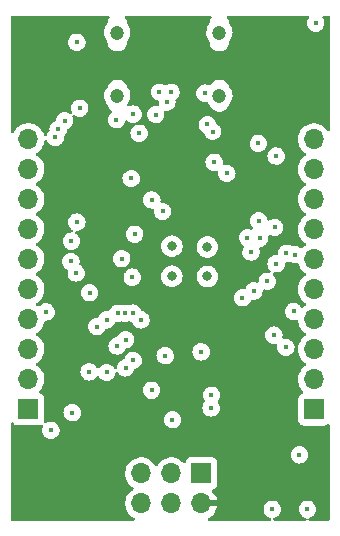
<source format=gbr>
%TF.GenerationSoftware,KiCad,Pcbnew,(6.0.7)*%
%TF.CreationDate,2022-09-02T00:32:44-07:00*%
%TF.ProjectId,HARDWARE_USBC_ISP_Programmer,48415244-5741-4524-955f-555342435f49,rev?*%
%TF.SameCoordinates,Original*%
%TF.FileFunction,Copper,L2,Inr*%
%TF.FilePolarity,Positive*%
%FSLAX46Y46*%
G04 Gerber Fmt 4.6, Leading zero omitted, Abs format (unit mm)*
G04 Created by KiCad (PCBNEW (6.0.7)) date 2022-09-02 00:32:44*
%MOMM*%
%LPD*%
G01*
G04 APERTURE LIST*
%TA.AperFunction,ComponentPad*%
%ADD10R,1.700000X1.700000*%
%TD*%
%TA.AperFunction,ComponentPad*%
%ADD11O,1.700000X1.700000*%
%TD*%
%TA.AperFunction,ComponentPad*%
%ADD12C,1.200000*%
%TD*%
%TA.AperFunction,ViaPad*%
%ADD13C,0.800000*%
%TD*%
%TA.AperFunction,ViaPad*%
%ADD14C,0.450000*%
%TD*%
%TA.AperFunction,ViaPad*%
%ADD15C,0.400000*%
%TD*%
G04 APERTURE END LIST*
D10*
%TO.N,Net-(J2-Pad1)*%
%TO.C,J2*%
X75200000Y-124025000D03*
D11*
%TO.N,+5V*%
X75200000Y-126565000D03*
%TO.N,Net-(J2-Pad3)*%
X72660000Y-124025000D03*
%TO.N,Net-(J2-Pad4)*%
X72660000Y-126565000D03*
%TO.N,Net-(J2-Pad5)*%
X70120000Y-124025000D03*
%TO.N,GND*%
X70120000Y-126565000D03*
%TD*%
D12*
%TO.N,GND*%
%TO.C,J1*%
X76720000Y-92060000D03*
X68080000Y-92060000D03*
X76720000Y-86700000D03*
X68080000Y-86700000D03*
%TD*%
D10*
%TO.N,/IO10*%
%TO.C,J3*%
X60550000Y-118585000D03*
D11*
%TO.N,/IO11*%
X60550000Y-116045000D03*
%TO.N,/IO12*%
X60550000Y-113505000D03*
%TO.N,/IO13*%
X60550000Y-110965000D03*
%TO.N,/A5*%
X60550000Y-108425000D03*
%TO.N,/A4*%
X60550000Y-105885000D03*
%TO.N,/A3*%
X60550000Y-103345000D03*
%TO.N,/A2*%
X60550000Y-100805000D03*
%TO.N,/A1*%
X60550000Y-98265000D03*
%TO.N,/A0*%
X60550000Y-95725000D03*
%TD*%
D10*
%TO.N,/D0 {slash} RX*%
%TO.C,J4*%
X84725000Y-118610000D03*
D11*
%TO.N,/D1 {slash} TX*%
X84725000Y-116070000D03*
%TO.N,/D2 {slash} SDA*%
X84725000Y-113530000D03*
%TO.N,/D3 {slash} SCL*%
X84725000Y-110990000D03*
%TO.N,/D4*%
X84725000Y-108450000D03*
%TO.N,/D5*%
X84725000Y-105910000D03*
%TO.N,/D6*%
X84725000Y-103370000D03*
%TO.N,/D7*%
X84725000Y-100830000D03*
%TO.N,/IO8*%
X84725000Y-98290000D03*
%TO.N,/IO9*%
X84725000Y-95750000D03*
%TD*%
D13*
%TO.N,+5V*%
X76400000Y-96150000D03*
D14*
X61750000Y-126925000D03*
X79075000Y-95750000D03*
X68025000Y-108775000D03*
X61050000Y-92900000D03*
X79700000Y-93375000D03*
X63600000Y-113711774D03*
X79175000Y-101100000D03*
X70575000Y-114050000D03*
X66450000Y-101825000D03*
X79287500Y-93787500D03*
X64925000Y-126925000D03*
X79075000Y-96250000D03*
X81650000Y-120425000D03*
X79075000Y-95225000D03*
%TO.N,GND*%
X80025000Y-96075000D03*
X77350000Y-98625000D03*
X84175000Y-127050000D03*
X71913556Y-101836444D03*
X69425000Y-93600000D03*
X69250000Y-99050000D03*
X78675000Y-109150000D03*
X76050000Y-117400000D03*
X75700000Y-94475000D03*
D13*
X72700000Y-107325000D03*
D14*
X63075000Y-94900000D03*
X81200000Y-127050000D03*
X75500000Y-91825000D03*
X70975000Y-116975000D03*
X65725000Y-108725000D03*
X68450000Y-105850000D03*
X65700000Y-115425000D03*
X84875000Y-85900000D03*
X72125000Y-114050000D03*
X64650000Y-87525000D03*
X75174500Y-113727930D03*
X64250000Y-118875000D03*
X64650000Y-102750000D03*
D13*
X75700000Y-104850000D03*
X75700000Y-107350000D03*
X72700000Y-104775000D03*
D14*
X62450000Y-120375000D03*
%TO.N,+5VA*%
X76275000Y-97675000D03*
X79650000Y-108575000D03*
X71000000Y-100875000D03*
%TO.N,/RXLED*%
X69350000Y-107400000D03*
X81525000Y-97150000D03*
X80125000Y-104125000D03*
X81400000Y-103200000D03*
%TO.N,/USB_VBUS*%
X76150000Y-95075000D03*
X69925000Y-95225500D03*
%TO.N,/USB_D+*%
X62825000Y-95575000D03*
X64150000Y-106075000D03*
D15*
%TO.N,/USB_D-*%
X72650000Y-91725000D03*
D14*
X64200000Y-104350000D03*
X68000000Y-94075000D03*
D15*
X72300000Y-92600000D03*
D14*
X63625000Y-94175500D03*
%TO.N,/CC2*%
X71325000Y-93650000D03*
D15*
X71650000Y-91725000D03*
D14*
%TO.N,/IO10*%
X79400000Y-105275500D03*
X62050000Y-110350000D03*
%TO.N,/IO11*%
X66325000Y-111600000D03*
%TO.N,/IO12*%
X80775000Y-107750000D03*
%TO.N,/IO13*%
X79100000Y-104050000D03*
%TO.N,/A4*%
X83500000Y-122450000D03*
%TO.N,/D2 {slash} SDA*%
X82350500Y-113350000D03*
%TO.N,/D3 {slash} SCL*%
X81337548Y-112312452D03*
%TO.N,/D4*%
X76025000Y-118475000D03*
%TO.N,/D5*%
X83000000Y-110300000D03*
%TO.N,/D6*%
X83125000Y-105500000D03*
%TO.N,/D7*%
X80050000Y-102650000D03*
X69550000Y-103775000D03*
%TO.N,/IO8*%
X67175000Y-111025000D03*
X67175000Y-115475000D03*
X70075000Y-111025000D03*
X81523944Y-106275500D03*
%TO.N,/IO9*%
X82400000Y-105374500D03*
%TO.N,/NRESET*%
X64600000Y-107050000D03*
X64900000Y-93100000D03*
%TO.N,/MISO*%
X69400000Y-110450000D03*
X69425000Y-114450000D03*
%TO.N,/SCK*%
X72750000Y-119475000D03*
X68063226Y-113236774D03*
X68100000Y-110475000D03*
%TO.N,/MOSI*%
X68749503Y-110475000D03*
X68775000Y-115086274D03*
X68775000Y-112699500D03*
%TD*%
%TA.AperFunction,Conductor*%
%TO.N,+5V*%
G36*
X67362367Y-85278502D02*
G01*
X67408860Y-85332158D01*
X67418964Y-85402432D01*
X67399103Y-85451314D01*
X67400225Y-85451973D01*
X67318324Y-85591481D01*
X67265215Y-85744287D01*
X67249904Y-85854403D01*
X67248430Y-85862866D01*
X67243336Y-85887159D01*
X67243335Y-85887166D01*
X67242336Y-85891931D01*
X67241681Y-85904467D01*
X67242178Y-85909308D01*
X67242178Y-85909317D01*
X67242670Y-85914105D01*
X67229730Y-85983912D01*
X67216280Y-86004976D01*
X67146351Y-86093681D01*
X67051492Y-86273978D01*
X66991078Y-86468543D01*
X66967132Y-86670859D01*
X66980457Y-86874151D01*
X67030605Y-87071610D01*
X67115898Y-87256624D01*
X67119231Y-87261340D01*
X67218846Y-87402292D01*
X67241827Y-87469466D01*
X67241800Y-87479317D01*
X67241333Y-87482985D01*
X67241681Y-87495533D01*
X67242561Y-87500309D01*
X67242562Y-87500317D01*
X67246323Y-87520727D01*
X67247208Y-87526207D01*
X67249314Y-87541350D01*
X67265215Y-87655713D01*
X67318324Y-87808519D01*
X67400225Y-87948027D01*
X67404340Y-87952651D01*
X67404342Y-87952654D01*
X67419200Y-87969350D01*
X67507768Y-88068877D01*
X67533966Y-88088679D01*
X67631879Y-88162689D01*
X67631882Y-88162691D01*
X67636821Y-88166424D01*
X67642394Y-88169122D01*
X67642397Y-88169124D01*
X67776854Y-88234222D01*
X67782425Y-88236919D01*
X67788413Y-88238477D01*
X67932991Y-88276095D01*
X67932994Y-88276095D01*
X67938984Y-88277654D01*
X68013005Y-88281966D01*
X68031528Y-88284434D01*
X68046931Y-88287664D01*
X68059467Y-88288319D01*
X68064318Y-88287821D01*
X68069040Y-88287703D01*
X68078424Y-88287818D01*
X68083163Y-88288053D01*
X68087985Y-88288667D01*
X68100533Y-88288319D01*
X68121765Y-88284406D01*
X68137263Y-88282533D01*
X68221016Y-88277654D01*
X68227006Y-88276095D01*
X68227009Y-88276095D01*
X68371587Y-88238477D01*
X68377575Y-88236919D01*
X68383146Y-88234222D01*
X68517603Y-88169124D01*
X68517606Y-88169122D01*
X68523179Y-88166424D01*
X68528118Y-88162691D01*
X68528121Y-88162689D01*
X68626034Y-88088679D01*
X68652232Y-88068877D01*
X68740800Y-87969350D01*
X68755658Y-87952654D01*
X68755660Y-87952651D01*
X68759775Y-87948027D01*
X68841676Y-87808519D01*
X68894785Y-87655713D01*
X68910096Y-87545597D01*
X68911570Y-87537134D01*
X68916664Y-87512841D01*
X68916665Y-87512834D01*
X68917664Y-87508069D01*
X68918319Y-87495533D01*
X68917822Y-87490692D01*
X68917822Y-87490685D01*
X68917349Y-87486082D01*
X68930289Y-87416275D01*
X68945816Y-87392643D01*
X68993764Y-87334993D01*
X68993766Y-87334990D01*
X68997458Y-87330551D01*
X69097004Y-87152799D01*
X69098860Y-87147332D01*
X69098862Y-87147327D01*
X69160634Y-86965352D01*
X69160635Y-86965347D01*
X69162490Y-86959883D01*
X69191723Y-86758263D01*
X69193249Y-86700000D01*
X69174608Y-86497126D01*
X69140014Y-86374468D01*
X69120875Y-86306606D01*
X69120874Y-86306604D01*
X69119307Y-86301047D01*
X69108680Y-86279496D01*
X69031756Y-86123510D01*
X69029201Y-86118329D01*
X69010796Y-86093681D01*
X68942970Y-86002852D01*
X68918238Y-85936302D01*
X68918086Y-85921579D01*
X68918667Y-85917015D01*
X68918319Y-85904467D01*
X68917439Y-85899691D01*
X68917438Y-85899683D01*
X68913677Y-85879273D01*
X68912792Y-85873793D01*
X68895638Y-85750424D01*
X68894785Y-85744287D01*
X68841676Y-85591481D01*
X68759775Y-85451973D01*
X68761192Y-85451141D01*
X68739965Y-85391786D01*
X68755994Y-85322622D01*
X68806872Y-85273105D01*
X68865754Y-85258500D01*
X75934246Y-85258500D01*
X76002367Y-85278502D01*
X76048860Y-85332158D01*
X76058964Y-85402432D01*
X76039103Y-85451314D01*
X76040225Y-85451973D01*
X75958324Y-85591481D01*
X75905215Y-85744287D01*
X75889904Y-85854403D01*
X75888430Y-85862866D01*
X75883336Y-85887159D01*
X75883335Y-85887166D01*
X75882336Y-85891931D01*
X75881681Y-85904467D01*
X75882178Y-85909308D01*
X75882178Y-85909317D01*
X75882670Y-85914105D01*
X75869730Y-85983912D01*
X75856280Y-86004976D01*
X75786351Y-86093681D01*
X75691492Y-86273978D01*
X75631078Y-86468543D01*
X75607132Y-86670859D01*
X75620457Y-86874151D01*
X75670605Y-87071610D01*
X75755898Y-87256624D01*
X75759231Y-87261340D01*
X75858846Y-87402292D01*
X75881827Y-87469466D01*
X75881800Y-87479317D01*
X75881333Y-87482985D01*
X75881681Y-87495533D01*
X75882561Y-87500309D01*
X75882562Y-87500317D01*
X75886323Y-87520727D01*
X75887208Y-87526207D01*
X75889314Y-87541350D01*
X75905215Y-87655713D01*
X75958324Y-87808519D01*
X76040225Y-87948027D01*
X76044340Y-87952651D01*
X76044342Y-87952654D01*
X76059200Y-87969350D01*
X76147768Y-88068877D01*
X76173966Y-88088679D01*
X76271879Y-88162689D01*
X76271882Y-88162691D01*
X76276821Y-88166424D01*
X76282394Y-88169122D01*
X76282397Y-88169124D01*
X76416854Y-88234222D01*
X76422425Y-88236919D01*
X76428413Y-88238477D01*
X76572991Y-88276095D01*
X76572994Y-88276095D01*
X76578984Y-88277654D01*
X76653005Y-88281966D01*
X76671528Y-88284434D01*
X76686931Y-88287664D01*
X76699467Y-88288319D01*
X76704318Y-88287821D01*
X76709040Y-88287703D01*
X76718424Y-88287818D01*
X76723163Y-88288053D01*
X76727985Y-88288667D01*
X76740533Y-88288319D01*
X76761765Y-88284406D01*
X76777263Y-88282533D01*
X76861016Y-88277654D01*
X76867006Y-88276095D01*
X76867009Y-88276095D01*
X77011587Y-88238477D01*
X77017575Y-88236919D01*
X77023146Y-88234222D01*
X77157603Y-88169124D01*
X77157606Y-88169122D01*
X77163179Y-88166424D01*
X77168118Y-88162691D01*
X77168121Y-88162689D01*
X77266034Y-88088679D01*
X77292232Y-88068877D01*
X77380800Y-87969350D01*
X77395658Y-87952654D01*
X77395660Y-87952651D01*
X77399775Y-87948027D01*
X77481676Y-87808519D01*
X77534785Y-87655713D01*
X77550096Y-87545597D01*
X77551570Y-87537134D01*
X77556664Y-87512841D01*
X77556665Y-87512834D01*
X77557664Y-87508069D01*
X77558319Y-87495533D01*
X77557822Y-87490692D01*
X77557822Y-87490685D01*
X77557349Y-87486082D01*
X77570289Y-87416275D01*
X77585816Y-87392643D01*
X77633764Y-87334993D01*
X77633766Y-87334990D01*
X77637458Y-87330551D01*
X77737004Y-87152799D01*
X77738860Y-87147332D01*
X77738862Y-87147327D01*
X77800634Y-86965352D01*
X77800635Y-86965347D01*
X77802490Y-86959883D01*
X77831723Y-86758263D01*
X77833249Y-86700000D01*
X77814608Y-86497126D01*
X77780014Y-86374468D01*
X77760875Y-86306606D01*
X77760874Y-86306604D01*
X77759307Y-86301047D01*
X77748680Y-86279496D01*
X77671756Y-86123510D01*
X77669201Y-86118329D01*
X77650796Y-86093681D01*
X77582970Y-86002852D01*
X77558238Y-85936302D01*
X77558086Y-85921579D01*
X77558667Y-85917015D01*
X77558319Y-85904467D01*
X77557439Y-85899691D01*
X77557438Y-85899683D01*
X77553677Y-85879273D01*
X77552792Y-85873793D01*
X77535638Y-85750424D01*
X77534785Y-85744287D01*
X77481676Y-85591481D01*
X77399775Y-85451973D01*
X77401192Y-85451141D01*
X77379965Y-85391786D01*
X77395994Y-85322622D01*
X77446872Y-85273105D01*
X77505754Y-85258500D01*
X84184645Y-85258500D01*
X84252766Y-85278502D01*
X84299259Y-85332158D01*
X84309363Y-85402432D01*
X84290557Y-85452752D01*
X84213838Y-85571797D01*
X84211427Y-85578420D01*
X84211426Y-85578423D01*
X84159966Y-85719809D01*
X84159965Y-85719814D01*
X84157556Y-85726432D01*
X84136931Y-85889694D01*
X84152989Y-86053468D01*
X84204932Y-86209615D01*
X84208581Y-86215640D01*
X84257169Y-86295867D01*
X84290179Y-86350373D01*
X84404491Y-86468747D01*
X84542189Y-86558854D01*
X84696428Y-86616215D01*
X84703409Y-86617146D01*
X84703411Y-86617147D01*
X84852561Y-86637048D01*
X84852565Y-86637048D01*
X84859542Y-86637979D01*
X84866553Y-86637341D01*
X84866557Y-86637341D01*
X85016403Y-86623704D01*
X85016404Y-86623704D01*
X85023424Y-86623065D01*
X85052062Y-86613760D01*
X85173230Y-86574390D01*
X85173233Y-86574389D01*
X85179929Y-86572213D01*
X85321279Y-86487951D01*
X85440449Y-86374468D01*
X85456458Y-86350373D01*
X85527614Y-86243275D01*
X85527615Y-86243273D01*
X85531515Y-86237403D01*
X85589951Y-86083568D01*
X85606841Y-85963387D01*
X85612302Y-85924534D01*
X85612303Y-85924527D01*
X85612853Y-85920610D01*
X85613141Y-85900000D01*
X85594798Y-85736466D01*
X85588998Y-85719809D01*
X85542998Y-85587717D01*
X85540680Y-85581060D01*
X85531192Y-85565875D01*
X85459578Y-85451270D01*
X85440442Y-85382901D01*
X85461307Y-85315039D01*
X85515549Y-85269231D01*
X85566432Y-85258500D01*
X85940500Y-85258500D01*
X86008621Y-85278502D01*
X86055114Y-85332158D01*
X86066500Y-85384500D01*
X86066500Y-94895737D01*
X86046498Y-94963858D01*
X85992842Y-95010351D01*
X85922568Y-95020455D01*
X85857988Y-94990961D01*
X85834708Y-94964177D01*
X85807822Y-94922617D01*
X85807820Y-94922614D01*
X85805014Y-94918277D01*
X85654670Y-94753051D01*
X85650619Y-94749852D01*
X85650615Y-94749848D01*
X85483414Y-94617800D01*
X85483410Y-94617798D01*
X85479359Y-94614598D01*
X85283789Y-94506638D01*
X85278920Y-94504914D01*
X85278916Y-94504912D01*
X85078087Y-94433795D01*
X85078083Y-94433794D01*
X85073212Y-94432069D01*
X85068119Y-94431162D01*
X85068116Y-94431161D01*
X84858373Y-94393800D01*
X84858367Y-94393799D01*
X84853284Y-94392894D01*
X84779452Y-94391992D01*
X84635081Y-94390228D01*
X84635079Y-94390228D01*
X84629911Y-94390165D01*
X84409091Y-94423955D01*
X84196756Y-94493357D01*
X83998607Y-94596507D01*
X83994474Y-94599610D01*
X83994471Y-94599612D01*
X83824100Y-94727530D01*
X83819965Y-94730635D01*
X83816393Y-94734373D01*
X83689520Y-94867138D01*
X83665629Y-94892138D01*
X83662715Y-94896410D01*
X83662714Y-94896411D01*
X83584990Y-95010351D01*
X83539743Y-95076680D01*
X83524985Y-95108473D01*
X83452257Y-95265154D01*
X83445688Y-95279305D01*
X83385989Y-95494570D01*
X83362251Y-95716695D01*
X83362548Y-95721848D01*
X83362548Y-95721851D01*
X83373874Y-95918275D01*
X83375110Y-95939715D01*
X83376247Y-95944761D01*
X83376248Y-95944767D01*
X83381647Y-95968722D01*
X83424222Y-96157639D01*
X83477464Y-96288760D01*
X83486921Y-96312048D01*
X83508266Y-96364616D01*
X83537550Y-96412403D01*
X83609002Y-96529002D01*
X83624987Y-96555088D01*
X83771250Y-96723938D01*
X83943126Y-96866632D01*
X83989805Y-96893909D01*
X84016445Y-96909476D01*
X84065169Y-96961114D01*
X84078240Y-97030897D01*
X84051509Y-97096669D01*
X84011055Y-97130027D01*
X83998607Y-97136507D01*
X83994474Y-97139610D01*
X83994471Y-97139612D01*
X83824100Y-97267530D01*
X83819965Y-97270635D01*
X83816393Y-97274373D01*
X83689520Y-97407138D01*
X83665629Y-97432138D01*
X83662715Y-97436410D01*
X83662714Y-97436411D01*
X83584990Y-97550351D01*
X83539743Y-97616680D01*
X83512672Y-97675000D01*
X83457293Y-97794305D01*
X83445688Y-97819305D01*
X83385989Y-98034570D01*
X83362251Y-98256695D01*
X83362548Y-98261848D01*
X83362548Y-98261851D01*
X83373674Y-98454812D01*
X83375110Y-98479715D01*
X83376247Y-98484761D01*
X83376248Y-98484767D01*
X83390485Y-98547939D01*
X83424222Y-98697639D01*
X83508266Y-98904616D01*
X83543678Y-98962403D01*
X83612906Y-99075373D01*
X83624987Y-99095088D01*
X83771250Y-99263938D01*
X83943126Y-99406632D01*
X83989805Y-99433909D01*
X84016445Y-99449476D01*
X84065169Y-99501114D01*
X84078240Y-99570897D01*
X84051509Y-99636669D01*
X84011055Y-99670027D01*
X83998607Y-99676507D01*
X83994474Y-99679610D01*
X83994471Y-99679612D01*
X83824100Y-99807530D01*
X83819965Y-99810635D01*
X83816393Y-99814373D01*
X83689520Y-99947138D01*
X83665629Y-99972138D01*
X83662715Y-99976410D01*
X83662714Y-99976411D01*
X83584990Y-100090351D01*
X83539743Y-100156680D01*
X83492716Y-100257992D01*
X83457293Y-100334305D01*
X83445688Y-100359305D01*
X83385989Y-100574570D01*
X83362251Y-100796695D01*
X83362548Y-100801848D01*
X83362548Y-100801851D01*
X83374812Y-101014547D01*
X83375110Y-101019715D01*
X83376247Y-101024761D01*
X83376248Y-101024767D01*
X83381647Y-101048722D01*
X83424222Y-101237639D01*
X83508266Y-101444616D01*
X83510965Y-101449020D01*
X83611439Y-101612979D01*
X83624987Y-101635088D01*
X83771250Y-101803938D01*
X83943126Y-101946632D01*
X83989805Y-101973909D01*
X84016445Y-101989476D01*
X84065169Y-102041114D01*
X84078240Y-102110897D01*
X84051509Y-102176669D01*
X84011055Y-102210027D01*
X83998607Y-102216507D01*
X83994474Y-102219610D01*
X83994471Y-102219612D01*
X83824100Y-102347530D01*
X83819965Y-102350635D01*
X83816393Y-102354373D01*
X83672402Y-102505051D01*
X83665629Y-102512138D01*
X83662715Y-102516410D01*
X83662714Y-102516411D01*
X83593185Y-102618337D01*
X83539743Y-102696680D01*
X83516163Y-102747479D01*
X83457293Y-102874305D01*
X83445688Y-102899305D01*
X83385989Y-103114570D01*
X83362251Y-103336695D01*
X83362548Y-103341848D01*
X83362548Y-103341851D01*
X83374162Y-103543275D01*
X83375110Y-103559715D01*
X83376247Y-103564761D01*
X83376248Y-103564767D01*
X83399648Y-103668597D01*
X83424222Y-103777639D01*
X83480870Y-103917147D01*
X83490759Y-103941500D01*
X83508266Y-103984616D01*
X83533065Y-104025084D01*
X83609328Y-104149534D01*
X83624987Y-104175088D01*
X83771250Y-104343938D01*
X83943126Y-104486632D01*
X83987122Y-104512341D01*
X84016445Y-104529476D01*
X84065169Y-104581114D01*
X84078240Y-104650897D01*
X84051509Y-104716669D01*
X84011055Y-104750027D01*
X83998607Y-104756507D01*
X83994474Y-104759610D01*
X83994471Y-104759612D01*
X83928729Y-104808973D01*
X83819965Y-104890635D01*
X83816396Y-104894370D01*
X83816389Y-104894376D01*
X83778726Y-104933787D01*
X83717201Y-104969217D01*
X83646289Y-104965759D01*
X83598227Y-104935519D01*
X83592486Y-104929737D01*
X83592482Y-104929734D01*
X83587522Y-104924739D01*
X83448580Y-104836563D01*
X83375735Y-104810624D01*
X83300189Y-104783723D01*
X83300187Y-104783722D01*
X83293555Y-104781361D01*
X83286569Y-104780528D01*
X83286565Y-104780527D01*
X83172071Y-104766875D01*
X83130153Y-104761877D01*
X83123150Y-104762613D01*
X83123149Y-104762613D01*
X82973503Y-104778341D01*
X82973499Y-104778342D01*
X82966495Y-104779078D01*
X82944492Y-104786568D01*
X82935292Y-104789700D01*
X82864360Y-104792716D01*
X82827175Y-104776806D01*
X82729536Y-104714842D01*
X82729530Y-104714839D01*
X82723580Y-104711063D01*
X82657135Y-104687403D01*
X82575189Y-104658223D01*
X82575187Y-104658222D01*
X82568555Y-104655861D01*
X82561569Y-104655028D01*
X82561565Y-104655027D01*
X82447071Y-104641375D01*
X82405153Y-104636377D01*
X82398150Y-104637113D01*
X82398149Y-104637113D01*
X82355097Y-104641638D01*
X82241495Y-104653578D01*
X82234827Y-104655848D01*
X82092382Y-104704340D01*
X82092379Y-104704341D01*
X82085715Y-104706610D01*
X81995880Y-104761877D01*
X81960370Y-104783723D01*
X81945555Y-104792837D01*
X81897047Y-104840340D01*
X81846783Y-104889562D01*
X81827982Y-104907973D01*
X81738838Y-105046297D01*
X81736427Y-105052920D01*
X81736426Y-105052923D01*
X81684966Y-105194309D01*
X81684965Y-105194314D01*
X81682556Y-105200932D01*
X81661931Y-105364194D01*
X81664119Y-105386507D01*
X81665436Y-105399939D01*
X81652177Y-105469687D01*
X81603314Y-105521194D01*
X81539159Y-105538232D01*
X81536088Y-105538211D01*
X81529097Y-105537377D01*
X81365439Y-105554578D01*
X81358771Y-105556848D01*
X81216326Y-105605340D01*
X81216323Y-105605341D01*
X81209659Y-105607610D01*
X81191511Y-105618775D01*
X81086302Y-105683500D01*
X81069499Y-105693837D01*
X80951926Y-105808973D01*
X80862782Y-105947297D01*
X80860371Y-105953920D01*
X80860370Y-105953923D01*
X80808910Y-106095309D01*
X80808909Y-106095314D01*
X80806500Y-106101932D01*
X80785875Y-106265194D01*
X80801933Y-106428968D01*
X80853876Y-106585115D01*
X80857525Y-106591140D01*
X80917451Y-106690088D01*
X80939123Y-106725873D01*
X80944014Y-106730938D01*
X80944015Y-106730939D01*
X81026139Y-106815981D01*
X81059071Y-106878878D01*
X81052771Y-106949594D01*
X81009239Y-107005679D01*
X80942296Y-107029325D01*
X80920585Y-107028622D01*
X80780153Y-107011877D01*
X80773150Y-107012613D01*
X80773149Y-107012613D01*
X80729935Y-107017155D01*
X80616495Y-107029078D01*
X80602106Y-107033976D01*
X80467382Y-107079840D01*
X80467379Y-107079841D01*
X80460715Y-107082110D01*
X80367692Y-107139338D01*
X80333990Y-107160072D01*
X80320555Y-107168337D01*
X80267994Y-107219809D01*
X80212031Y-107274612D01*
X80202982Y-107283473D01*
X80113838Y-107421797D01*
X80111427Y-107428420D01*
X80111426Y-107428423D01*
X80059966Y-107569809D01*
X80059965Y-107569814D01*
X80057556Y-107576432D01*
X80036931Y-107739694D01*
X80037619Y-107746708D01*
X80037520Y-107753752D01*
X80035378Y-107753722D01*
X80024051Y-107813305D01*
X79975189Y-107864812D01*
X79906236Y-107881726D01*
X79869644Y-107874553D01*
X79825189Y-107858723D01*
X79825187Y-107858722D01*
X79818555Y-107856361D01*
X79811569Y-107855528D01*
X79811565Y-107855527D01*
X79697071Y-107841875D01*
X79655153Y-107836877D01*
X79648150Y-107837613D01*
X79648149Y-107837613D01*
X79604935Y-107842155D01*
X79491495Y-107854078D01*
X79484827Y-107856348D01*
X79342382Y-107904840D01*
X79342379Y-107904841D01*
X79335715Y-107907110D01*
X79282003Y-107940154D01*
X79206056Y-107986877D01*
X79195555Y-107993337D01*
X79164289Y-108023955D01*
X79093502Y-108093275D01*
X79077982Y-108108473D01*
X78988838Y-108246797D01*
X78986427Y-108253420D01*
X78986426Y-108253423D01*
X78952570Y-108346443D01*
X78910476Y-108403615D01*
X78844155Y-108428953D01*
X78819251Y-108428463D01*
X78680153Y-108411877D01*
X78673150Y-108412613D01*
X78673149Y-108412613D01*
X78634312Y-108416695D01*
X78516495Y-108429078D01*
X78509827Y-108431348D01*
X78367382Y-108479840D01*
X78367379Y-108479841D01*
X78360715Y-108482110D01*
X78320166Y-108507056D01*
X78231724Y-108561466D01*
X78220555Y-108568337D01*
X78102982Y-108683473D01*
X78013838Y-108821797D01*
X78011427Y-108828420D01*
X78011426Y-108828423D01*
X77959966Y-108969809D01*
X77959965Y-108969814D01*
X77957556Y-108976432D01*
X77936931Y-109139694D01*
X77952989Y-109303468D01*
X78004932Y-109459615D01*
X78008581Y-109465640D01*
X78078160Y-109580527D01*
X78090179Y-109600373D01*
X78095070Y-109605438D01*
X78095071Y-109605439D01*
X78133773Y-109645516D01*
X78204491Y-109718747D01*
X78342189Y-109808854D01*
X78496428Y-109866215D01*
X78503409Y-109867146D01*
X78503411Y-109867147D01*
X78652561Y-109887048D01*
X78652565Y-109887048D01*
X78659542Y-109887979D01*
X78666553Y-109887341D01*
X78666557Y-109887341D01*
X78816403Y-109873704D01*
X78816404Y-109873704D01*
X78823424Y-109873065D01*
X78861088Y-109860827D01*
X78973230Y-109824390D01*
X78973233Y-109824389D01*
X78979929Y-109822213D01*
X79121279Y-109737951D01*
X79240449Y-109624468D01*
X79244350Y-109618597D01*
X79327614Y-109493275D01*
X79327615Y-109493273D01*
X79331515Y-109487403D01*
X79366604Y-109395031D01*
X79373731Y-109376268D01*
X79416620Y-109319690D01*
X79483288Y-109295281D01*
X79508181Y-109296119D01*
X79527556Y-109298704D01*
X79627561Y-109312048D01*
X79627565Y-109312048D01*
X79634542Y-109312979D01*
X79641553Y-109312341D01*
X79641557Y-109312341D01*
X79791403Y-109298704D01*
X79791404Y-109298704D01*
X79798424Y-109298065D01*
X79901655Y-109264523D01*
X79948230Y-109249390D01*
X79948233Y-109249389D01*
X79954929Y-109247213D01*
X80096279Y-109162951D01*
X80215449Y-109049468D01*
X80219350Y-109043597D01*
X80302614Y-108918275D01*
X80302615Y-108918273D01*
X80306515Y-108912403D01*
X80364951Y-108758568D01*
X80387853Y-108595610D01*
X80388141Y-108575000D01*
X80388204Y-108575001D01*
X80404593Y-108507056D01*
X80455912Y-108457997D01*
X80525609Y-108444470D01*
X80557715Y-108451818D01*
X80589823Y-108463759D01*
X80589826Y-108463760D01*
X80596428Y-108466215D01*
X80603409Y-108467146D01*
X80603411Y-108467147D01*
X80752561Y-108487048D01*
X80752565Y-108487048D01*
X80759542Y-108487979D01*
X80766553Y-108487341D01*
X80766557Y-108487341D01*
X80916403Y-108473704D01*
X80916404Y-108473704D01*
X80923424Y-108473065D01*
X81051815Y-108431348D01*
X81073230Y-108424390D01*
X81073233Y-108424389D01*
X81079929Y-108422213D01*
X81221279Y-108337951D01*
X81340449Y-108224468D01*
X81346003Y-108216109D01*
X81427614Y-108093275D01*
X81427615Y-108093273D01*
X81431515Y-108087403D01*
X81489951Y-107933568D01*
X81500802Y-107856361D01*
X81512302Y-107774534D01*
X81512303Y-107774527D01*
X81512853Y-107770610D01*
X81513141Y-107750000D01*
X81494798Y-107586466D01*
X81488998Y-107569809D01*
X81448338Y-107453051D01*
X81440680Y-107431060D01*
X81436799Y-107424848D01*
X81357209Y-107297479D01*
X81353476Y-107291505D01*
X81272339Y-107209800D01*
X81238532Y-107147370D01*
X81243844Y-107076572D01*
X81286588Y-107019885D01*
X81353195Y-106995306D01*
X81378408Y-106996123D01*
X81393786Y-106998175D01*
X81501505Y-107012548D01*
X81501509Y-107012548D01*
X81508486Y-107013479D01*
X81515497Y-107012841D01*
X81515501Y-107012841D01*
X81665347Y-106999204D01*
X81665348Y-106999204D01*
X81672368Y-106998565D01*
X81695399Y-106991082D01*
X81822174Y-106949890D01*
X81822177Y-106949889D01*
X81828873Y-106947713D01*
X81970223Y-106863451D01*
X82089393Y-106749968D01*
X82097533Y-106737717D01*
X82176558Y-106618775D01*
X82176559Y-106618773D01*
X82180459Y-106612903D01*
X82238895Y-106459068D01*
X82258637Y-106318597D01*
X82261246Y-106300034D01*
X82261247Y-106300027D01*
X82261797Y-106296110D01*
X82262085Y-106275500D01*
X82259423Y-106251768D01*
X82271707Y-106181842D01*
X82319846Y-106129658D01*
X82384536Y-106112478D01*
X82384542Y-106112479D01*
X82391553Y-106111841D01*
X82391557Y-106111841D01*
X82541403Y-106098204D01*
X82541404Y-106098204D01*
X82548424Y-106097565D01*
X82563083Y-106092802D01*
X82591312Y-106083630D01*
X82662280Y-106081603D01*
X82699238Y-106098029D01*
X82792189Y-106158854D01*
X82946428Y-106216215D01*
X82953409Y-106217146D01*
X82953411Y-106217147D01*
X83102561Y-106237048D01*
X83102565Y-106237048D01*
X83109542Y-106237979D01*
X83116553Y-106237341D01*
X83116557Y-106237341D01*
X83183771Y-106231224D01*
X83273424Y-106223065D01*
X83277163Y-106221850D01*
X83346687Y-106227646D01*
X83403018Y-106270859D01*
X83419935Y-106308167D01*
X83421540Y-106307664D01*
X83423085Y-106312594D01*
X83424222Y-106317639D01*
X83508266Y-106524616D01*
X83552916Y-106597479D01*
X83609002Y-106689002D01*
X83624987Y-106715088D01*
X83771250Y-106883938D01*
X83943126Y-107026632D01*
X83983116Y-107050000D01*
X84016445Y-107069476D01*
X84065169Y-107121114D01*
X84078240Y-107190897D01*
X84051509Y-107256669D01*
X84011055Y-107290027D01*
X83998607Y-107296507D01*
X83994474Y-107299610D01*
X83994471Y-107299612D01*
X83827358Y-107425084D01*
X83819965Y-107430635D01*
X83816393Y-107434373D01*
X83689520Y-107567138D01*
X83665629Y-107592138D01*
X83662715Y-107596410D01*
X83662714Y-107596411D01*
X83588644Y-107704994D01*
X83539743Y-107776680D01*
X83501660Y-107858723D01*
X83457293Y-107954305D01*
X83445688Y-107979305D01*
X83385989Y-108194570D01*
X83362251Y-108416695D01*
X83362548Y-108421848D01*
X83362548Y-108421851D01*
X83374812Y-108634547D01*
X83375110Y-108639715D01*
X83376247Y-108644761D01*
X83376248Y-108644767D01*
X83393588Y-108721707D01*
X83424222Y-108857639D01*
X83508266Y-109064616D01*
X83510965Y-109069020D01*
X83609002Y-109229002D01*
X83624987Y-109255088D01*
X83771250Y-109423938D01*
X83839760Y-109480816D01*
X83937399Y-109561877D01*
X83943126Y-109566632D01*
X84013595Y-109607811D01*
X84016445Y-109609476D01*
X84065169Y-109661114D01*
X84078240Y-109730897D01*
X84051509Y-109796669D01*
X84011055Y-109830027D01*
X84005717Y-109832806D01*
X83998607Y-109836507D01*
X83994474Y-109839610D01*
X83994471Y-109839612D01*
X83941302Y-109879533D01*
X83820283Y-109970397D01*
X83753799Y-109995302D01*
X83684404Y-109980310D01*
X83637777Y-109936406D01*
X83582209Y-109847479D01*
X83578476Y-109841505D01*
X83505817Y-109768337D01*
X83467486Y-109729737D01*
X83467482Y-109729734D01*
X83462522Y-109724739D01*
X83323580Y-109636563D01*
X83209374Y-109595896D01*
X83175189Y-109583723D01*
X83175187Y-109583722D01*
X83168555Y-109581361D01*
X83161569Y-109580528D01*
X83161565Y-109580527D01*
X83045031Y-109566632D01*
X83005153Y-109561877D01*
X82998150Y-109562613D01*
X82998149Y-109562613D01*
X82959912Y-109566632D01*
X82841495Y-109579078D01*
X82834827Y-109581348D01*
X82692382Y-109629840D01*
X82692379Y-109629841D01*
X82685715Y-109632110D01*
X82663924Y-109645516D01*
X82556056Y-109711877D01*
X82545555Y-109718337D01*
X82506726Y-109756361D01*
X82443163Y-109818607D01*
X82427982Y-109833473D01*
X82338838Y-109971797D01*
X82336427Y-109978420D01*
X82336426Y-109978423D01*
X82284966Y-110119809D01*
X82284965Y-110119814D01*
X82282556Y-110126432D01*
X82261931Y-110289694D01*
X82277989Y-110453468D01*
X82329932Y-110609615D01*
X82333581Y-110615640D01*
X82390468Y-110709570D01*
X82415179Y-110750373D01*
X82529491Y-110868747D01*
X82667189Y-110958854D01*
X82821428Y-111016215D01*
X82828409Y-111017146D01*
X82828411Y-111017147D01*
X82977561Y-111037048D01*
X82977565Y-111037048D01*
X82984542Y-111037979D01*
X82991553Y-111037341D01*
X82991557Y-111037341D01*
X83141403Y-111023704D01*
X83141404Y-111023704D01*
X83148424Y-111023065D01*
X83206749Y-111004114D01*
X83277716Y-111002086D01*
X83338514Y-111038749D01*
X83369840Y-111102461D01*
X83371476Y-111116693D01*
X83374190Y-111163758D01*
X83375110Y-111179715D01*
X83376247Y-111184761D01*
X83376248Y-111184767D01*
X83385278Y-111224835D01*
X83424222Y-111397639D01*
X83485673Y-111548976D01*
X83505055Y-111596707D01*
X83508266Y-111604616D01*
X83535007Y-111648253D01*
X83619151Y-111785564D01*
X83624987Y-111795088D01*
X83771250Y-111963938D01*
X83943126Y-112106632D01*
X83981810Y-112129237D01*
X84016445Y-112149476D01*
X84065169Y-112201114D01*
X84078240Y-112270897D01*
X84051509Y-112336669D01*
X84011055Y-112370027D01*
X83998607Y-112376507D01*
X83994474Y-112379610D01*
X83994471Y-112379612D01*
X83824834Y-112506979D01*
X83819965Y-112510635D01*
X83816393Y-112514373D01*
X83685429Y-112651419D01*
X83665629Y-112672138D01*
X83662715Y-112676410D01*
X83662714Y-112676411D01*
X83598214Y-112770965D01*
X83539743Y-112856680D01*
X83512143Y-112916139D01*
X83455709Y-113037717D01*
X83445688Y-113059305D01*
X83385989Y-113274570D01*
X83362251Y-113496695D01*
X83362548Y-113501848D01*
X83362548Y-113501851D01*
X83374706Y-113712711D01*
X83375110Y-113719715D01*
X83376247Y-113724761D01*
X83376248Y-113724767D01*
X83389642Y-113784198D01*
X83424222Y-113937639D01*
X83465662Y-114039694D01*
X83505465Y-114137717D01*
X83508266Y-114144616D01*
X83546542Y-114207077D01*
X83615426Y-114319485D01*
X83624987Y-114335088D01*
X83771250Y-114503938D01*
X83943126Y-114646632D01*
X83989805Y-114673909D01*
X84016445Y-114689476D01*
X84065169Y-114741114D01*
X84078240Y-114810897D01*
X84051509Y-114876669D01*
X84011055Y-114910027D01*
X83998607Y-114916507D01*
X83994474Y-114919610D01*
X83994471Y-114919612D01*
X83824100Y-115047530D01*
X83819965Y-115050635D01*
X83816393Y-115054373D01*
X83689520Y-115187138D01*
X83665629Y-115212138D01*
X83662715Y-115216410D01*
X83662714Y-115216411D01*
X83597872Y-115311466D01*
X83539743Y-115396680D01*
X83524486Y-115429549D01*
X83457293Y-115574305D01*
X83445688Y-115599305D01*
X83385989Y-115814570D01*
X83362251Y-116036695D01*
X83362548Y-116041848D01*
X83362548Y-116041851D01*
X83373793Y-116236877D01*
X83375110Y-116259715D01*
X83376247Y-116264761D01*
X83376248Y-116264767D01*
X83387646Y-116315340D01*
X83424222Y-116477639D01*
X83450298Y-116541857D01*
X83499332Y-116662613D01*
X83508266Y-116684616D01*
X83510965Y-116689020D01*
X83609002Y-116849002D01*
X83624987Y-116875088D01*
X83771250Y-117043938D01*
X83775230Y-117047242D01*
X83779981Y-117051187D01*
X83819616Y-117110090D01*
X83821113Y-117181071D01*
X83783997Y-117241593D01*
X83743725Y-117266112D01*
X83703390Y-117281233D01*
X83628295Y-117309385D01*
X83511739Y-117396739D01*
X83424385Y-117513295D01*
X83373255Y-117649684D01*
X83366500Y-117711866D01*
X83366500Y-119508134D01*
X83373255Y-119570316D01*
X83424385Y-119706705D01*
X83511739Y-119823261D01*
X83628295Y-119910615D01*
X83764684Y-119961745D01*
X83826866Y-119968500D01*
X85623134Y-119968500D01*
X85685316Y-119961745D01*
X85821705Y-119910615D01*
X85843212Y-119894497D01*
X85864935Y-119878216D01*
X85931442Y-119853368D01*
X86000824Y-119868421D01*
X86051054Y-119918595D01*
X86066500Y-119979042D01*
X86066500Y-127890500D01*
X86046498Y-127958621D01*
X85992842Y-128005114D01*
X85940500Y-128016500D01*
X84369740Y-128016500D01*
X84301619Y-127996498D01*
X84255126Y-127942842D01*
X84245022Y-127872568D01*
X84274516Y-127807988D01*
X84330804Y-127770667D01*
X84338268Y-127768242D01*
X84432155Y-127737736D01*
X84473230Y-127724390D01*
X84473233Y-127724389D01*
X84479929Y-127722213D01*
X84621279Y-127637951D01*
X84740449Y-127524468D01*
X84756458Y-127500373D01*
X84827614Y-127393275D01*
X84827615Y-127393273D01*
X84831515Y-127387403D01*
X84889951Y-127233568D01*
X84912853Y-127070610D01*
X84913141Y-127050000D01*
X84894798Y-126886466D01*
X84888998Y-126869809D01*
X84850677Y-126759767D01*
X84840680Y-126731060D01*
X84816898Y-126693000D01*
X84757209Y-126597479D01*
X84753476Y-126591505D01*
X84688985Y-126526562D01*
X84642486Y-126479737D01*
X84642482Y-126479734D01*
X84637522Y-126474739D01*
X84498580Y-126386563D01*
X84374447Y-126342361D01*
X84350189Y-126333723D01*
X84350187Y-126333722D01*
X84343555Y-126331361D01*
X84336569Y-126330528D01*
X84336565Y-126330527D01*
X84222071Y-126316875D01*
X84180153Y-126311877D01*
X84173150Y-126312613D01*
X84173149Y-126312613D01*
X84129935Y-126317155D01*
X84016495Y-126329078D01*
X84009827Y-126331348D01*
X83867382Y-126379840D01*
X83867379Y-126379841D01*
X83860715Y-126382110D01*
X83720555Y-126468337D01*
X83602982Y-126583473D01*
X83513838Y-126721797D01*
X83511427Y-126728420D01*
X83511426Y-126728423D01*
X83459966Y-126869809D01*
X83459965Y-126869814D01*
X83457556Y-126876432D01*
X83436931Y-127039694D01*
X83452989Y-127203468D01*
X83504932Y-127359615D01*
X83508581Y-127365640D01*
X83558757Y-127448489D01*
X83590179Y-127500373D01*
X83704491Y-127618747D01*
X83842189Y-127708854D01*
X83848793Y-127711310D01*
X83989826Y-127763760D01*
X83989828Y-127763761D01*
X83996428Y-127766215D01*
X84003412Y-127767147D01*
X84007805Y-127768242D01*
X84069064Y-127804129D01*
X84101196Y-127867437D01*
X84094001Y-127938068D01*
X84049762Y-127993597D01*
X83977325Y-128016500D01*
X81394740Y-128016500D01*
X81326619Y-127996498D01*
X81280126Y-127942842D01*
X81270022Y-127872568D01*
X81299516Y-127807988D01*
X81355804Y-127770667D01*
X81363268Y-127768242D01*
X81457155Y-127737736D01*
X81498230Y-127724390D01*
X81498233Y-127724389D01*
X81504929Y-127722213D01*
X81646279Y-127637951D01*
X81765449Y-127524468D01*
X81781458Y-127500373D01*
X81852614Y-127393275D01*
X81852615Y-127393273D01*
X81856515Y-127387403D01*
X81914951Y-127233568D01*
X81937853Y-127070610D01*
X81938141Y-127050000D01*
X81919798Y-126886466D01*
X81913998Y-126869809D01*
X81875677Y-126759767D01*
X81865680Y-126731060D01*
X81841898Y-126693000D01*
X81782209Y-126597479D01*
X81778476Y-126591505D01*
X81713985Y-126526562D01*
X81667486Y-126479737D01*
X81667482Y-126479734D01*
X81662522Y-126474739D01*
X81523580Y-126386563D01*
X81399447Y-126342361D01*
X81375189Y-126333723D01*
X81375187Y-126333722D01*
X81368555Y-126331361D01*
X81361569Y-126330528D01*
X81361565Y-126330527D01*
X81247071Y-126316875D01*
X81205153Y-126311877D01*
X81198150Y-126312613D01*
X81198149Y-126312613D01*
X81154935Y-126317155D01*
X81041495Y-126329078D01*
X81034827Y-126331348D01*
X80892382Y-126379840D01*
X80892379Y-126379841D01*
X80885715Y-126382110D01*
X80745555Y-126468337D01*
X80627982Y-126583473D01*
X80538838Y-126721797D01*
X80536427Y-126728420D01*
X80536426Y-126728423D01*
X80484966Y-126869809D01*
X80484965Y-126869814D01*
X80482556Y-126876432D01*
X80461931Y-127039694D01*
X80477989Y-127203468D01*
X80529932Y-127359615D01*
X80533581Y-127365640D01*
X80583757Y-127448489D01*
X80615179Y-127500373D01*
X80729491Y-127618747D01*
X80867189Y-127708854D01*
X80873793Y-127711310D01*
X81014826Y-127763760D01*
X81014828Y-127763761D01*
X81021428Y-127766215D01*
X81028412Y-127767147D01*
X81032805Y-127768242D01*
X81094064Y-127804129D01*
X81126196Y-127867437D01*
X81119001Y-127938068D01*
X81074762Y-127993597D01*
X81002325Y-128016500D01*
X75867674Y-128016500D01*
X75799553Y-127996498D01*
X75753060Y-127942842D01*
X75742956Y-127872568D01*
X75772450Y-127807988D01*
X75812242Y-127777348D01*
X75893100Y-127737736D01*
X75901945Y-127732464D01*
X76075328Y-127608792D01*
X76083200Y-127602139D01*
X76234052Y-127451812D01*
X76240730Y-127443965D01*
X76365003Y-127271020D01*
X76370313Y-127262183D01*
X76464670Y-127071267D01*
X76468469Y-127061672D01*
X76530377Y-126857910D01*
X76532555Y-126847837D01*
X76533986Y-126836962D01*
X76531775Y-126822778D01*
X76518617Y-126819000D01*
X75072000Y-126819000D01*
X75003879Y-126798998D01*
X74957386Y-126745342D01*
X74946000Y-126693000D01*
X74946000Y-126437000D01*
X74966002Y-126368879D01*
X75019658Y-126322386D01*
X75072000Y-126311000D01*
X76518344Y-126311000D01*
X76531875Y-126307027D01*
X76533180Y-126297947D01*
X76491214Y-126130875D01*
X76487894Y-126121124D01*
X76402972Y-125925814D01*
X76398105Y-125916739D01*
X76282426Y-125737926D01*
X76276136Y-125729757D01*
X76132293Y-125571677D01*
X76101241Y-125507831D01*
X76109635Y-125437333D01*
X76154812Y-125382564D01*
X76181256Y-125368895D01*
X76288297Y-125328767D01*
X76296705Y-125325615D01*
X76413261Y-125238261D01*
X76500615Y-125121705D01*
X76551745Y-124985316D01*
X76558500Y-124923134D01*
X76558500Y-123126866D01*
X76551745Y-123064684D01*
X76500615Y-122928295D01*
X76413261Y-122811739D01*
X76296705Y-122724385D01*
X76160316Y-122673255D01*
X76098134Y-122666500D01*
X74301866Y-122666500D01*
X74239684Y-122673255D01*
X74103295Y-122724385D01*
X73986739Y-122811739D01*
X73899385Y-122928295D01*
X73896233Y-122936703D01*
X73854919Y-123046907D01*
X73812277Y-123103671D01*
X73745716Y-123128371D01*
X73676367Y-123113163D01*
X73643743Y-123087476D01*
X73593151Y-123031875D01*
X73593142Y-123031866D01*
X73589670Y-123028051D01*
X73585619Y-123024852D01*
X73585615Y-123024848D01*
X73418414Y-122892800D01*
X73418410Y-122892798D01*
X73414359Y-122889598D01*
X73218789Y-122781638D01*
X73213920Y-122779914D01*
X73213916Y-122779912D01*
X73013087Y-122708795D01*
X73013083Y-122708794D01*
X73008212Y-122707069D01*
X73003119Y-122706162D01*
X73003116Y-122706161D01*
X72793373Y-122668800D01*
X72793367Y-122668799D01*
X72788284Y-122667894D01*
X72714452Y-122666992D01*
X72570081Y-122665228D01*
X72570079Y-122665228D01*
X72564911Y-122665165D01*
X72344091Y-122698955D01*
X72131756Y-122768357D01*
X71933607Y-122871507D01*
X71929474Y-122874610D01*
X71929471Y-122874612D01*
X71759100Y-123002530D01*
X71754965Y-123005635D01*
X71728723Y-123033096D01*
X71653980Y-123111310D01*
X71600629Y-123167138D01*
X71493201Y-123324621D01*
X71438293Y-123369621D01*
X71367768Y-123377792D01*
X71304021Y-123346538D01*
X71283324Y-123322054D01*
X71202822Y-123197617D01*
X71202820Y-123197614D01*
X71200014Y-123193277D01*
X71049670Y-123028051D01*
X71045619Y-123024852D01*
X71045615Y-123024848D01*
X70878414Y-122892800D01*
X70878410Y-122892798D01*
X70874359Y-122889598D01*
X70678789Y-122781638D01*
X70673920Y-122779914D01*
X70673916Y-122779912D01*
X70473087Y-122708795D01*
X70473083Y-122708794D01*
X70468212Y-122707069D01*
X70463119Y-122706162D01*
X70463116Y-122706161D01*
X70253373Y-122668800D01*
X70253367Y-122668799D01*
X70248284Y-122667894D01*
X70174452Y-122666992D01*
X70030081Y-122665228D01*
X70030079Y-122665228D01*
X70024911Y-122665165D01*
X69804091Y-122698955D01*
X69591756Y-122768357D01*
X69393607Y-122871507D01*
X69389474Y-122874610D01*
X69389471Y-122874612D01*
X69219100Y-123002530D01*
X69214965Y-123005635D01*
X69188723Y-123033096D01*
X69113980Y-123111310D01*
X69060629Y-123167138D01*
X68934743Y-123351680D01*
X68840688Y-123554305D01*
X68780989Y-123769570D01*
X68757251Y-123991695D01*
X68770110Y-124214715D01*
X68771247Y-124219761D01*
X68771248Y-124219767D01*
X68795304Y-124326508D01*
X68819222Y-124432639D01*
X68903266Y-124639616D01*
X68940685Y-124700678D01*
X69017291Y-124825688D01*
X69019987Y-124830088D01*
X69166250Y-124998938D01*
X69338126Y-125141632D01*
X69408595Y-125182811D01*
X69411445Y-125184476D01*
X69460169Y-125236114D01*
X69473240Y-125305897D01*
X69446509Y-125371669D01*
X69406055Y-125405027D01*
X69393607Y-125411507D01*
X69389474Y-125414610D01*
X69389471Y-125414612D01*
X69303809Y-125478929D01*
X69214965Y-125545635D01*
X69060629Y-125707138D01*
X68934743Y-125891680D01*
X68840688Y-126094305D01*
X68780989Y-126309570D01*
X68757251Y-126531695D01*
X68757548Y-126536848D01*
X68757548Y-126536851D01*
X68768594Y-126728423D01*
X68770110Y-126754715D01*
X68771247Y-126759761D01*
X68771248Y-126759767D01*
X68784597Y-126819000D01*
X68819222Y-126972639D01*
X68903266Y-127179616D01*
X68940364Y-127240154D01*
X69017291Y-127365688D01*
X69019987Y-127370088D01*
X69166250Y-127538938D01*
X69338126Y-127681632D01*
X69430988Y-127735896D01*
X69509393Y-127781712D01*
X69558117Y-127833350D01*
X69571188Y-127903133D01*
X69544457Y-127968905D01*
X69486410Y-128009784D01*
X69445823Y-128016500D01*
X59184862Y-128016500D01*
X59116741Y-127996498D01*
X59070248Y-127942842D01*
X59058862Y-127890428D01*
X59061975Y-122439694D01*
X82761931Y-122439694D01*
X82777989Y-122603468D01*
X82829932Y-122759615D01*
X82833581Y-122765640D01*
X82910593Y-122892800D01*
X82915179Y-122900373D01*
X83029491Y-123018747D01*
X83167189Y-123108854D01*
X83321428Y-123166215D01*
X83328409Y-123167146D01*
X83328411Y-123167147D01*
X83477561Y-123187048D01*
X83477565Y-123187048D01*
X83484542Y-123187979D01*
X83491553Y-123187341D01*
X83491557Y-123187341D01*
X83641403Y-123173704D01*
X83641404Y-123173704D01*
X83648424Y-123173065D01*
X83677062Y-123163760D01*
X83798230Y-123124390D01*
X83798233Y-123124389D01*
X83804929Y-123122213D01*
X83946279Y-123037951D01*
X84065449Y-122924468D01*
X84081458Y-122900373D01*
X84152614Y-122793275D01*
X84152615Y-122793273D01*
X84156515Y-122787403D01*
X84214951Y-122633568D01*
X84237853Y-122470610D01*
X84238141Y-122450000D01*
X84219798Y-122286466D01*
X84213998Y-122269809D01*
X84167998Y-122137717D01*
X84165680Y-122131060D01*
X84078476Y-121991505D01*
X84020499Y-121933122D01*
X83967486Y-121879737D01*
X83967482Y-121879734D01*
X83962522Y-121874739D01*
X83823580Y-121786563D01*
X83774447Y-121769068D01*
X83675189Y-121733723D01*
X83675187Y-121733722D01*
X83668555Y-121731361D01*
X83661569Y-121730528D01*
X83661565Y-121730527D01*
X83547071Y-121716875D01*
X83505153Y-121711877D01*
X83498150Y-121712613D01*
X83498149Y-121712613D01*
X83454935Y-121717155D01*
X83341495Y-121729078D01*
X83334827Y-121731348D01*
X83192382Y-121779840D01*
X83192379Y-121779841D01*
X83185715Y-121782110D01*
X83045555Y-121868337D01*
X82927982Y-121983473D01*
X82838838Y-122121797D01*
X82836427Y-122128420D01*
X82836426Y-122128423D01*
X82784966Y-122269809D01*
X82784965Y-122269814D01*
X82782556Y-122276432D01*
X82761931Y-122439694D01*
X59061975Y-122439694D01*
X59063476Y-119811793D01*
X59083517Y-119743684D01*
X59137199Y-119697221D01*
X59207479Y-119687158D01*
X59272043Y-119716688D01*
X59290301Y-119736299D01*
X59336739Y-119798261D01*
X59453295Y-119885615D01*
X59589684Y-119936745D01*
X59651866Y-119943500D01*
X61448134Y-119943500D01*
X61510316Y-119936745D01*
X61517712Y-119933973D01*
X61517718Y-119933971D01*
X61623014Y-119894497D01*
X61693821Y-119889314D01*
X61756190Y-119923235D01*
X61790319Y-119985491D01*
X61785644Y-120055572D01*
X61781647Y-120066555D01*
X61734966Y-120194809D01*
X61734965Y-120194814D01*
X61732556Y-120201432D01*
X61711931Y-120364694D01*
X61727989Y-120528468D01*
X61779932Y-120684615D01*
X61865179Y-120825373D01*
X61979491Y-120943747D01*
X62117189Y-121033854D01*
X62271428Y-121091215D01*
X62278409Y-121092146D01*
X62278411Y-121092147D01*
X62427561Y-121112048D01*
X62427565Y-121112048D01*
X62434542Y-121112979D01*
X62441553Y-121112341D01*
X62441557Y-121112341D01*
X62591403Y-121098704D01*
X62591404Y-121098704D01*
X62598424Y-121098065D01*
X62627062Y-121088760D01*
X62748230Y-121049390D01*
X62748233Y-121049389D01*
X62754929Y-121047213D01*
X62896279Y-120962951D01*
X63015449Y-120849468D01*
X63031458Y-120825373D01*
X63102614Y-120718275D01*
X63102615Y-120718273D01*
X63106515Y-120712403D01*
X63164951Y-120558568D01*
X63187853Y-120395610D01*
X63188141Y-120375000D01*
X63169798Y-120211466D01*
X63163998Y-120194809D01*
X63119335Y-120066555D01*
X63115680Y-120056060D01*
X63071584Y-119985491D01*
X63032209Y-119922479D01*
X63028476Y-119916505D01*
X62941224Y-119828642D01*
X62917486Y-119804737D01*
X62917482Y-119804734D01*
X62912522Y-119799739D01*
X62773580Y-119711563D01*
X62643249Y-119665154D01*
X62625189Y-119658723D01*
X62625187Y-119658722D01*
X62618555Y-119656361D01*
X62611569Y-119655528D01*
X62611565Y-119655527D01*
X62497071Y-119641875D01*
X62455153Y-119636877D01*
X62448150Y-119637613D01*
X62448149Y-119637613D01*
X62404935Y-119642155D01*
X62291495Y-119654078D01*
X62284827Y-119656348D01*
X62142382Y-119704840D01*
X62142379Y-119704841D01*
X62135715Y-119707110D01*
X62102453Y-119727573D01*
X62065778Y-119750135D01*
X61997276Y-119768793D01*
X61929563Y-119747454D01*
X61884135Y-119692894D01*
X61875416Y-119622435D01*
X61881772Y-119598595D01*
X61901745Y-119545316D01*
X61908500Y-119483134D01*
X61908500Y-118864694D01*
X63511931Y-118864694D01*
X63527989Y-119028468D01*
X63579932Y-119184615D01*
X63583581Y-119190640D01*
X63656757Y-119311466D01*
X63665179Y-119325373D01*
X63779491Y-119443747D01*
X63917189Y-119533854D01*
X64071428Y-119591215D01*
X64078409Y-119592146D01*
X64078411Y-119592147D01*
X64227561Y-119612048D01*
X64227565Y-119612048D01*
X64234542Y-119612979D01*
X64241553Y-119612341D01*
X64241557Y-119612341D01*
X64391403Y-119598704D01*
X64391404Y-119598704D01*
X64398424Y-119598065D01*
X64427062Y-119588760D01*
X64548230Y-119549390D01*
X64548233Y-119549389D01*
X64554929Y-119547213D01*
X64693355Y-119464694D01*
X72011931Y-119464694D01*
X72027989Y-119628468D01*
X72079932Y-119784615D01*
X72083581Y-119790640D01*
X72146480Y-119894497D01*
X72165179Y-119925373D01*
X72279491Y-120043747D01*
X72417189Y-120133854D01*
X72571428Y-120191215D01*
X72578409Y-120192146D01*
X72578411Y-120192147D01*
X72727561Y-120212048D01*
X72727565Y-120212048D01*
X72734542Y-120212979D01*
X72741553Y-120212341D01*
X72741557Y-120212341D01*
X72891403Y-120198704D01*
X72891404Y-120198704D01*
X72898424Y-120198065D01*
X72927062Y-120188760D01*
X73048230Y-120149390D01*
X73048233Y-120149389D01*
X73054929Y-120147213D01*
X73196279Y-120062951D01*
X73315449Y-119949468D01*
X73319414Y-119943500D01*
X73402614Y-119818275D01*
X73402615Y-119818273D01*
X73406515Y-119812403D01*
X73464951Y-119658568D01*
X73480601Y-119547213D01*
X73487302Y-119499534D01*
X73487303Y-119499527D01*
X73487853Y-119495610D01*
X73488141Y-119475000D01*
X73469798Y-119311466D01*
X73463998Y-119294809D01*
X73445709Y-119242292D01*
X73415680Y-119156060D01*
X73407899Y-119143607D01*
X73332209Y-119022479D01*
X73328476Y-119016505D01*
X73231997Y-118919350D01*
X73217486Y-118904737D01*
X73217482Y-118904734D01*
X73212522Y-118899739D01*
X73073580Y-118811563D01*
X73024447Y-118794068D01*
X72925189Y-118758723D01*
X72925187Y-118758722D01*
X72918555Y-118756361D01*
X72911569Y-118755528D01*
X72911565Y-118755527D01*
X72797071Y-118741875D01*
X72755153Y-118736877D01*
X72748150Y-118737613D01*
X72748149Y-118737613D01*
X72704935Y-118742155D01*
X72591495Y-118754078D01*
X72584827Y-118756348D01*
X72442382Y-118804840D01*
X72442379Y-118804841D01*
X72435715Y-118807110D01*
X72295555Y-118893337D01*
X72177982Y-119008473D01*
X72088838Y-119146797D01*
X72086427Y-119153420D01*
X72086426Y-119153423D01*
X72034966Y-119294809D01*
X72034965Y-119294814D01*
X72032556Y-119301432D01*
X72011931Y-119464694D01*
X64693355Y-119464694D01*
X64696279Y-119462951D01*
X64815449Y-119349468D01*
X64831458Y-119325373D01*
X64902614Y-119218275D01*
X64902615Y-119218273D01*
X64906515Y-119212403D01*
X64964951Y-119058568D01*
X64984517Y-118919350D01*
X64987302Y-118899534D01*
X64987303Y-118899527D01*
X64987853Y-118895610D01*
X64988141Y-118875000D01*
X64969798Y-118711466D01*
X64963998Y-118694809D01*
X64917998Y-118562717D01*
X64915680Y-118556060D01*
X64880359Y-118499534D01*
X64858588Y-118464694D01*
X75286931Y-118464694D01*
X75302989Y-118628468D01*
X75354932Y-118784615D01*
X75358581Y-118790640D01*
X75422369Y-118895965D01*
X75440179Y-118925373D01*
X75554491Y-119043747D01*
X75692189Y-119133854D01*
X75846428Y-119191215D01*
X75853409Y-119192146D01*
X75853411Y-119192147D01*
X76002561Y-119212048D01*
X76002565Y-119212048D01*
X76009542Y-119212979D01*
X76016553Y-119212341D01*
X76016557Y-119212341D01*
X76166403Y-119198704D01*
X76166404Y-119198704D01*
X76173424Y-119198065D01*
X76202062Y-119188760D01*
X76323230Y-119149390D01*
X76323233Y-119149389D01*
X76329929Y-119147213D01*
X76471279Y-119062951D01*
X76590449Y-118949468D01*
X76606458Y-118925373D01*
X76677614Y-118818275D01*
X76677615Y-118818273D01*
X76681515Y-118812403D01*
X76739951Y-118658568D01*
X76753422Y-118562717D01*
X76762302Y-118499534D01*
X76762303Y-118499527D01*
X76762853Y-118495610D01*
X76763141Y-118475000D01*
X76744798Y-118311466D01*
X76738998Y-118294809D01*
X76709743Y-118210801D01*
X76690680Y-118156060D01*
X76605789Y-118020206D01*
X76586653Y-117951837D01*
X76607518Y-117883975D01*
X76612556Y-117877223D01*
X76615449Y-117874468D01*
X76706515Y-117737403D01*
X76764951Y-117583568D01*
X76780301Y-117474344D01*
X76787302Y-117424534D01*
X76787303Y-117424527D01*
X76787853Y-117420610D01*
X76788141Y-117400000D01*
X76769798Y-117236466D01*
X76766328Y-117226500D01*
X76717998Y-117087717D01*
X76715680Y-117081060D01*
X76681392Y-117026187D01*
X76632209Y-116947479D01*
X76628476Y-116941505D01*
X76562521Y-116875088D01*
X76517486Y-116829737D01*
X76517482Y-116829734D01*
X76512522Y-116824739D01*
X76373580Y-116736563D01*
X76324447Y-116719068D01*
X76225189Y-116683723D01*
X76225187Y-116683722D01*
X76218555Y-116681361D01*
X76211569Y-116680528D01*
X76211565Y-116680527D01*
X76097071Y-116666875D01*
X76055153Y-116661877D01*
X76048150Y-116662613D01*
X76048149Y-116662613D01*
X76004935Y-116667155D01*
X75891495Y-116679078D01*
X75884827Y-116681348D01*
X75742382Y-116729840D01*
X75742379Y-116729841D01*
X75735715Y-116732110D01*
X75670750Y-116772077D01*
X75606724Y-116811466D01*
X75595555Y-116818337D01*
X75542095Y-116870689D01*
X75489159Y-116922528D01*
X75477982Y-116933473D01*
X75388838Y-117071797D01*
X75386427Y-117078420D01*
X75386426Y-117078423D01*
X75334966Y-117219809D01*
X75334965Y-117219814D01*
X75332556Y-117226432D01*
X75311931Y-117389694D01*
X75327989Y-117553468D01*
X75379932Y-117709615D01*
X75462108Y-117845302D01*
X75465179Y-117850373D01*
X75464288Y-117850913D01*
X75487663Y-117911070D01*
X75473517Y-117980643D01*
X75459762Y-118001402D01*
X75458014Y-118003545D01*
X75452982Y-118008473D01*
X75363838Y-118146797D01*
X75361427Y-118153420D01*
X75361426Y-118153423D01*
X75309966Y-118294809D01*
X75309965Y-118294814D01*
X75307556Y-118301432D01*
X75286931Y-118464694D01*
X64858588Y-118464694D01*
X64832209Y-118422479D01*
X64828476Y-118416505D01*
X64731118Y-118318465D01*
X64717486Y-118304737D01*
X64717482Y-118304734D01*
X64712522Y-118299739D01*
X64573580Y-118211563D01*
X64436405Y-118162717D01*
X64425189Y-118158723D01*
X64425187Y-118158722D01*
X64418555Y-118156361D01*
X64411569Y-118155528D01*
X64411565Y-118155527D01*
X64288640Y-118140870D01*
X64255153Y-118136877D01*
X64248150Y-118137613D01*
X64248149Y-118137613D01*
X64204935Y-118142155D01*
X64091495Y-118154078D01*
X64084827Y-118156348D01*
X63942382Y-118204840D01*
X63942379Y-118204841D01*
X63935715Y-118207110D01*
X63795555Y-118293337D01*
X63677982Y-118408473D01*
X63588838Y-118546797D01*
X63586427Y-118553420D01*
X63586426Y-118553423D01*
X63534966Y-118694809D01*
X63534965Y-118694814D01*
X63532556Y-118701432D01*
X63511931Y-118864694D01*
X61908500Y-118864694D01*
X61908500Y-117686866D01*
X61901745Y-117624684D01*
X61850615Y-117488295D01*
X61763261Y-117371739D01*
X61646705Y-117284385D01*
X61594889Y-117264960D01*
X61528203Y-117239960D01*
X61471439Y-117197318D01*
X61446739Y-117130756D01*
X61461947Y-117061408D01*
X61483493Y-117032727D01*
X61551764Y-116964694D01*
X70236931Y-116964694D01*
X70252989Y-117128468D01*
X70304932Y-117284615D01*
X70319748Y-117309079D01*
X70384896Y-117416649D01*
X70390179Y-117425373D01*
X70504491Y-117543747D01*
X70642189Y-117633854D01*
X70796428Y-117691215D01*
X70803409Y-117692146D01*
X70803411Y-117692147D01*
X70952561Y-117712048D01*
X70952565Y-117712048D01*
X70959542Y-117712979D01*
X70966553Y-117712341D01*
X70966557Y-117712341D01*
X71116403Y-117698704D01*
X71116404Y-117698704D01*
X71123424Y-117698065D01*
X71157891Y-117686866D01*
X71273230Y-117649390D01*
X71273233Y-117649389D01*
X71279929Y-117647213D01*
X71421279Y-117562951D01*
X71540449Y-117449468D01*
X71544350Y-117443597D01*
X71627614Y-117318275D01*
X71627615Y-117318273D01*
X71631515Y-117312403D01*
X71689951Y-117158568D01*
X71708556Y-117026187D01*
X71712302Y-116999534D01*
X71712303Y-116999527D01*
X71712853Y-116995610D01*
X71713141Y-116975000D01*
X71694798Y-116811466D01*
X71688998Y-116794809D01*
X71642998Y-116662717D01*
X71640680Y-116656060D01*
X71553476Y-116516505D01*
X71490054Y-116452639D01*
X71442486Y-116404737D01*
X71442482Y-116404734D01*
X71437522Y-116399739D01*
X71298580Y-116311563D01*
X71167162Y-116264767D01*
X71150189Y-116258723D01*
X71150187Y-116258722D01*
X71143555Y-116256361D01*
X71136569Y-116255528D01*
X71136565Y-116255527D01*
X71022071Y-116241875D01*
X70980153Y-116236877D01*
X70973150Y-116237613D01*
X70973149Y-116237613D01*
X70929935Y-116242155D01*
X70816495Y-116254078D01*
X70809827Y-116256348D01*
X70667382Y-116304840D01*
X70667379Y-116304841D01*
X70660715Y-116307110D01*
X70520555Y-116393337D01*
X70402982Y-116508473D01*
X70313838Y-116646797D01*
X70311427Y-116653420D01*
X70311426Y-116653423D01*
X70259966Y-116794809D01*
X70259965Y-116794814D01*
X70257556Y-116801432D01*
X70236931Y-116964694D01*
X61551764Y-116964694D01*
X61567220Y-116949292D01*
X61588096Y-116928489D01*
X61592380Y-116922528D01*
X61715435Y-116751277D01*
X61718453Y-116747077D01*
X61723650Y-116736563D01*
X61815136Y-116551453D01*
X61815137Y-116551451D01*
X61817430Y-116546811D01*
X61865181Y-116389645D01*
X61880865Y-116338023D01*
X61880865Y-116338021D01*
X61882370Y-116333069D01*
X61911529Y-116111590D01*
X61911880Y-116097213D01*
X61913074Y-116048365D01*
X61913074Y-116048361D01*
X61913156Y-116045000D01*
X61894852Y-115822361D01*
X61840431Y-115605702D01*
X61757378Y-115414694D01*
X64961931Y-115414694D01*
X64977989Y-115578468D01*
X65029932Y-115734615D01*
X65033581Y-115740640D01*
X65077043Y-115812403D01*
X65115179Y-115875373D01*
X65120070Y-115880438D01*
X65120071Y-115880439D01*
X65138447Y-115899468D01*
X65229491Y-115993747D01*
X65367189Y-116083854D01*
X65521428Y-116141215D01*
X65528409Y-116142146D01*
X65528411Y-116142147D01*
X65677561Y-116162048D01*
X65677565Y-116162048D01*
X65684542Y-116162979D01*
X65691553Y-116162341D01*
X65691557Y-116162341D01*
X65841403Y-116148704D01*
X65841404Y-116148704D01*
X65848424Y-116148065D01*
X65892161Y-116133854D01*
X65998230Y-116099390D01*
X65998233Y-116099389D01*
X66004929Y-116097213D01*
X66146279Y-116012951D01*
X66265449Y-115899468D01*
X66317249Y-115821503D01*
X66371606Y-115775834D01*
X66442026Y-115766802D01*
X66506150Y-115797276D01*
X66529971Y-115825959D01*
X66590179Y-115925373D01*
X66704491Y-116043747D01*
X66842189Y-116133854D01*
X66996428Y-116191215D01*
X67003409Y-116192146D01*
X67003411Y-116192147D01*
X67152561Y-116212048D01*
X67152565Y-116212048D01*
X67159542Y-116212979D01*
X67166553Y-116212341D01*
X67166557Y-116212341D01*
X67316403Y-116198704D01*
X67316404Y-116198704D01*
X67323424Y-116198065D01*
X67431407Y-116162979D01*
X67473230Y-116149390D01*
X67473233Y-116149389D01*
X67479929Y-116147213D01*
X67621279Y-116062951D01*
X67740449Y-115949468D01*
X67756458Y-115925373D01*
X67827614Y-115818275D01*
X67827615Y-115818273D01*
X67831515Y-115812403D01*
X67889951Y-115658568D01*
X67890931Y-115651597D01*
X67890932Y-115651592D01*
X67911160Y-115507656D01*
X67940448Y-115442981D01*
X68000052Y-115404408D01*
X68071048Y-115404183D01*
X68130896Y-115442377D01*
X68143709Y-115459919D01*
X68186526Y-115530617D01*
X68186531Y-115530623D01*
X68190179Y-115536647D01*
X68195070Y-115541712D01*
X68195071Y-115541713D01*
X68246153Y-115594610D01*
X68304491Y-115655021D01*
X68442189Y-115745128D01*
X68596428Y-115802489D01*
X68603409Y-115803420D01*
X68603411Y-115803421D01*
X68752561Y-115823322D01*
X68752565Y-115823322D01*
X68759542Y-115824253D01*
X68766553Y-115823615D01*
X68766557Y-115823615D01*
X68916403Y-115809978D01*
X68916404Y-115809978D01*
X68923424Y-115809339D01*
X68960550Y-115797276D01*
X69073230Y-115760664D01*
X69073233Y-115760663D01*
X69079929Y-115758487D01*
X69221279Y-115674225D01*
X69340449Y-115560742D01*
X69360464Y-115530617D01*
X69427614Y-115429549D01*
X69427615Y-115429547D01*
X69431515Y-115423677D01*
X69489951Y-115269842D01*
X69490931Y-115262868D01*
X69491353Y-115261225D01*
X69527669Y-115200219D01*
X69574458Y-115172729D01*
X69723230Y-115124390D01*
X69723233Y-115124389D01*
X69729929Y-115122213D01*
X69871279Y-115037951D01*
X69990449Y-114924468D01*
X69994350Y-114918597D01*
X70077614Y-114793275D01*
X70077615Y-114793273D01*
X70081515Y-114787403D01*
X70139951Y-114633568D01*
X70151812Y-114549171D01*
X70162302Y-114474534D01*
X70162303Y-114474527D01*
X70162853Y-114470610D01*
X70163141Y-114450000D01*
X70144798Y-114286466D01*
X70138998Y-114269809D01*
X70096934Y-114149020D01*
X70090680Y-114131060D01*
X70076496Y-114108360D01*
X70033588Y-114039694D01*
X71386931Y-114039694D01*
X71402989Y-114203468D01*
X71454932Y-114359615D01*
X71458581Y-114365640D01*
X71522154Y-114470610D01*
X71540179Y-114500373D01*
X71545070Y-114505438D01*
X71545071Y-114505439D01*
X71611445Y-114574171D01*
X71654491Y-114618747D01*
X71792189Y-114708854D01*
X71946428Y-114766215D01*
X71953409Y-114767146D01*
X71953411Y-114767147D01*
X72102561Y-114787048D01*
X72102565Y-114787048D01*
X72109542Y-114787979D01*
X72116553Y-114787341D01*
X72116557Y-114787341D01*
X72266403Y-114773704D01*
X72266404Y-114773704D01*
X72273424Y-114773065D01*
X72308823Y-114761563D01*
X72423230Y-114724390D01*
X72423233Y-114724389D01*
X72429929Y-114722213D01*
X72571279Y-114637951D01*
X72690449Y-114524468D01*
X72700367Y-114509540D01*
X72777614Y-114393275D01*
X72777615Y-114393273D01*
X72781515Y-114387403D01*
X72839951Y-114233568D01*
X72853422Y-114137717D01*
X72862302Y-114074534D01*
X72862303Y-114074527D01*
X72862853Y-114070610D01*
X72863141Y-114050000D01*
X72844798Y-113886466D01*
X72840593Y-113874389D01*
X72820709Y-113817292D01*
X72790680Y-113731060D01*
X72786667Y-113724637D01*
X72782285Y-113717624D01*
X74436431Y-113717624D01*
X74452489Y-113881398D01*
X74504432Y-114037545D01*
X74508081Y-114043570D01*
X74554137Y-114119616D01*
X74589679Y-114178303D01*
X74703991Y-114296677D01*
X74841689Y-114386784D01*
X74995928Y-114444145D01*
X75002909Y-114445076D01*
X75002911Y-114445077D01*
X75152061Y-114464978D01*
X75152065Y-114464978D01*
X75159042Y-114465909D01*
X75166053Y-114465271D01*
X75166057Y-114465271D01*
X75315903Y-114451634D01*
X75315904Y-114451634D01*
X75322924Y-114450995D01*
X75411930Y-114422075D01*
X75472730Y-114402320D01*
X75472733Y-114402319D01*
X75479429Y-114400143D01*
X75620779Y-114315881D01*
X75739949Y-114202398D01*
X75755958Y-114178303D01*
X75827114Y-114071205D01*
X75827115Y-114071203D01*
X75831015Y-114065333D01*
X75889451Y-113911498D01*
X75902507Y-113818597D01*
X75911802Y-113752464D01*
X75911803Y-113752457D01*
X75912353Y-113748540D01*
X75912641Y-113727930D01*
X75894298Y-113564396D01*
X75890126Y-113552414D01*
X75849703Y-113436336D01*
X75840180Y-113408990D01*
X75823384Y-113382110D01*
X75756709Y-113275409D01*
X75752976Y-113269435D01*
X75694999Y-113211052D01*
X75641986Y-113157667D01*
X75641982Y-113157664D01*
X75637022Y-113152669D01*
X75498080Y-113064493D01*
X75432629Y-113041187D01*
X75349689Y-113011653D01*
X75349687Y-113011652D01*
X75343055Y-113009291D01*
X75336069Y-113008458D01*
X75336065Y-113008457D01*
X75221571Y-112994805D01*
X75179653Y-112989807D01*
X75172650Y-112990543D01*
X75172649Y-112990543D01*
X75129435Y-112995085D01*
X75015995Y-113007008D01*
X75009327Y-113009278D01*
X74866882Y-113057770D01*
X74866879Y-113057771D01*
X74860215Y-113060040D01*
X74720055Y-113146267D01*
X74602482Y-113261403D01*
X74513338Y-113399727D01*
X74510927Y-113406350D01*
X74510926Y-113406353D01*
X74459466Y-113547739D01*
X74459465Y-113547744D01*
X74457056Y-113554362D01*
X74436431Y-113717624D01*
X72782285Y-113717624D01*
X72707209Y-113597479D01*
X72703476Y-113591505D01*
X72622690Y-113510153D01*
X72592486Y-113479737D01*
X72592482Y-113479734D01*
X72587522Y-113474739D01*
X72448580Y-113386563D01*
X72357026Y-113353962D01*
X72300189Y-113333723D01*
X72300187Y-113333722D01*
X72293555Y-113331361D01*
X72286569Y-113330528D01*
X72286565Y-113330527D01*
X72172071Y-113316875D01*
X72130153Y-113311877D01*
X72123150Y-113312613D01*
X72123149Y-113312613D01*
X72079935Y-113317155D01*
X71966495Y-113329078D01*
X71952850Y-113333723D01*
X71817382Y-113379840D01*
X71817379Y-113379841D01*
X71810715Y-113382110D01*
X71670555Y-113468337D01*
X71627854Y-113510153D01*
X71565117Y-113571590D01*
X71552982Y-113583473D01*
X71463838Y-113721797D01*
X71461427Y-113728420D01*
X71461426Y-113728423D01*
X71409966Y-113869809D01*
X71409965Y-113869814D01*
X71407556Y-113876432D01*
X71386931Y-114039694D01*
X70033588Y-114039694D01*
X70007209Y-113997479D01*
X70003476Y-113991505D01*
X69926191Y-113913679D01*
X69892486Y-113879737D01*
X69892482Y-113879734D01*
X69887522Y-113874739D01*
X69748580Y-113786563D01*
X69652819Y-113752464D01*
X69600189Y-113733723D01*
X69600187Y-113733722D01*
X69593555Y-113731361D01*
X69586569Y-113730528D01*
X69586565Y-113730527D01*
X69463640Y-113715870D01*
X69430153Y-113711877D01*
X69423150Y-113712613D01*
X69423149Y-113712613D01*
X69389964Y-113716101D01*
X69266495Y-113729078D01*
X69259827Y-113731348D01*
X69117382Y-113779840D01*
X69117379Y-113779841D01*
X69110715Y-113782110D01*
X68970555Y-113868337D01*
X68925315Y-113912639D01*
X68861887Y-113974753D01*
X68852982Y-113983473D01*
X68763838Y-114121797D01*
X68761427Y-114128420D01*
X68761426Y-114128423D01*
X68709966Y-114269809D01*
X68709965Y-114269814D01*
X68707556Y-114276432D01*
X68707368Y-114276364D01*
X68673654Y-114334844D01*
X68616475Y-114365293D01*
X68616495Y-114365352D01*
X68609827Y-114367622D01*
X68467382Y-114416114D01*
X68467379Y-114416115D01*
X68460715Y-114418384D01*
X68368637Y-114475031D01*
X68328000Y-114500031D01*
X68320555Y-114504611D01*
X68202982Y-114619747D01*
X68113838Y-114758071D01*
X68111427Y-114764694D01*
X68111426Y-114764697D01*
X68059966Y-114906083D01*
X68059965Y-114906088D01*
X68057556Y-114912706D01*
X68044710Y-115014392D01*
X68039860Y-115052783D01*
X68011478Y-115117860D01*
X67952419Y-115157261D01*
X67881432Y-115158478D01*
X67821057Y-115121123D01*
X67808000Y-115103761D01*
X67757209Y-115022479D01*
X67753476Y-115016505D01*
X67690955Y-114953546D01*
X67642486Y-114904737D01*
X67642482Y-114904734D01*
X67637522Y-114899739D01*
X67498580Y-114811563D01*
X67393580Y-114774174D01*
X67350189Y-114758723D01*
X67350187Y-114758722D01*
X67343555Y-114756361D01*
X67336569Y-114755528D01*
X67336565Y-114755527D01*
X67215686Y-114741114D01*
X67180153Y-114736877D01*
X67173150Y-114737613D01*
X67173149Y-114737613D01*
X67139840Y-114741114D01*
X67016495Y-114754078D01*
X67009827Y-114756348D01*
X66867382Y-114804840D01*
X66867379Y-114804841D01*
X66860715Y-114807110D01*
X66772526Y-114861364D01*
X66731186Y-114886797D01*
X66720555Y-114893337D01*
X66602982Y-115008473D01*
X66559092Y-115076577D01*
X66505378Y-115123000D01*
X66435092Y-115133015D01*
X66370548Y-115103439D01*
X66346328Y-115075090D01*
X66282209Y-114972479D01*
X66278476Y-114966505D01*
X66204000Y-114891507D01*
X66167486Y-114854737D01*
X66167482Y-114854734D01*
X66162522Y-114849739D01*
X66023580Y-114761563D01*
X65954254Y-114736877D01*
X65875189Y-114708723D01*
X65875187Y-114708722D01*
X65868555Y-114706361D01*
X65861569Y-114705528D01*
X65861565Y-114705527D01*
X65726949Y-114689476D01*
X65705153Y-114686877D01*
X65698150Y-114687613D01*
X65698149Y-114687613D01*
X65654935Y-114692155D01*
X65541495Y-114704078D01*
X65534827Y-114706348D01*
X65392382Y-114754840D01*
X65392379Y-114754841D01*
X65385715Y-114757110D01*
X65245555Y-114843337D01*
X65202983Y-114885027D01*
X65149093Y-114937800D01*
X65127982Y-114958473D01*
X65038838Y-115096797D01*
X65036427Y-115103420D01*
X65036426Y-115103423D01*
X64984966Y-115244809D01*
X64984965Y-115244814D01*
X64982556Y-115251432D01*
X64961931Y-115414694D01*
X61757378Y-115414694D01*
X61751354Y-115400840D01*
X61647135Y-115239742D01*
X61632822Y-115217617D01*
X61632820Y-115217614D01*
X61630014Y-115213277D01*
X61479670Y-115048051D01*
X61475619Y-115044852D01*
X61475615Y-115044848D01*
X61308414Y-114912800D01*
X61308410Y-114912798D01*
X61304359Y-114909598D01*
X61263053Y-114886796D01*
X61213084Y-114836364D01*
X61198312Y-114766921D01*
X61223428Y-114700516D01*
X61250780Y-114673909D01*
X61307998Y-114633096D01*
X61429860Y-114546173D01*
X61471568Y-114504611D01*
X61567220Y-114409292D01*
X61588096Y-114388489D01*
X61592380Y-114382528D01*
X61715435Y-114211277D01*
X61718453Y-114207077D01*
X61720766Y-114202398D01*
X61815136Y-114011453D01*
X61815137Y-114011451D01*
X61817430Y-114006811D01*
X61859502Y-113868337D01*
X61880865Y-113798023D01*
X61880865Y-113798021D01*
X61882370Y-113793069D01*
X61911529Y-113571590D01*
X61911779Y-113561354D01*
X61913074Y-113508365D01*
X61913074Y-113508361D01*
X61913156Y-113505000D01*
X61894852Y-113282361D01*
X61880813Y-113226468D01*
X67325157Y-113226468D01*
X67341215Y-113390242D01*
X67393158Y-113546389D01*
X67396807Y-113552414D01*
X67457682Y-113652929D01*
X67478405Y-113687147D01*
X67483296Y-113692212D01*
X67483297Y-113692213D01*
X67518186Y-113728342D01*
X67592717Y-113805521D01*
X67730415Y-113895628D01*
X67884654Y-113952989D01*
X67891635Y-113953920D01*
X67891637Y-113953921D01*
X68040787Y-113973822D01*
X68040791Y-113973822D01*
X68047768Y-113974753D01*
X68054779Y-113974115D01*
X68054783Y-113974115D01*
X68204629Y-113960478D01*
X68204630Y-113960478D01*
X68211650Y-113959839D01*
X68240288Y-113950534D01*
X68361456Y-113911164D01*
X68361459Y-113911163D01*
X68368155Y-113908987D01*
X68509505Y-113824725D01*
X68628675Y-113711242D01*
X68639656Y-113694715D01*
X68715840Y-113580049D01*
X68715841Y-113580047D01*
X68719741Y-113574177D01*
X68744143Y-113509938D01*
X68787031Y-113453359D01*
X68850508Y-113429201D01*
X68923424Y-113422565D01*
X68973319Y-113406353D01*
X69073230Y-113373890D01*
X69073233Y-113373889D01*
X69079929Y-113371713D01*
X69221279Y-113287451D01*
X69340449Y-113173968D01*
X69344350Y-113168097D01*
X69427614Y-113042775D01*
X69427615Y-113042773D01*
X69431515Y-113036903D01*
X69489951Y-112883068D01*
X69501561Y-112800455D01*
X69512302Y-112724034D01*
X69512303Y-112724027D01*
X69512853Y-112720110D01*
X69513141Y-112699500D01*
X69494798Y-112535966D01*
X69486824Y-112513066D01*
X69456073Y-112424763D01*
X69440680Y-112380560D01*
X69419583Y-112346797D01*
X69391682Y-112302146D01*
X80599479Y-112302146D01*
X80615537Y-112465920D01*
X80667480Y-112622067D01*
X80682664Y-112647138D01*
X80726858Y-112720110D01*
X80752727Y-112762825D01*
X80867039Y-112881199D01*
X81004737Y-112971306D01*
X81158976Y-113028667D01*
X81165957Y-113029598D01*
X81165959Y-113029599D01*
X81315109Y-113049500D01*
X81315113Y-113049500D01*
X81322090Y-113050431D01*
X81329101Y-113049793D01*
X81329105Y-113049793D01*
X81478954Y-113036156D01*
X81478957Y-113036155D01*
X81485972Y-113035517D01*
X81485972Y-113035519D01*
X81553938Y-113041187D01*
X81610268Y-113084401D01*
X81634292Y-113151209D01*
X81632054Y-113176305D01*
X81633056Y-113176432D01*
X81612431Y-113339694D01*
X81628489Y-113503468D01*
X81680432Y-113659615D01*
X81684081Y-113665640D01*
X81759603Y-113790340D01*
X81765679Y-113800373D01*
X81770570Y-113805438D01*
X81770571Y-113805439D01*
X81831311Y-113868337D01*
X81879991Y-113918747D01*
X82017689Y-114008854D01*
X82171928Y-114066215D01*
X82178909Y-114067146D01*
X82178911Y-114067147D01*
X82328061Y-114087048D01*
X82328065Y-114087048D01*
X82335042Y-114087979D01*
X82342053Y-114087341D01*
X82342057Y-114087341D01*
X82491903Y-114073704D01*
X82491904Y-114073704D01*
X82498924Y-114073065D01*
X82543002Y-114058743D01*
X82648730Y-114024390D01*
X82648733Y-114024389D01*
X82655429Y-114022213D01*
X82796779Y-113937951D01*
X82915949Y-113824468D01*
X82919850Y-113818597D01*
X83003114Y-113693275D01*
X83003115Y-113693273D01*
X83007015Y-113687403D01*
X83065451Y-113533568D01*
X83080962Y-113423202D01*
X83087802Y-113374534D01*
X83087803Y-113374527D01*
X83088353Y-113370610D01*
X83088641Y-113350000D01*
X83070298Y-113186466D01*
X83016180Y-113031060D01*
X82978842Y-112971306D01*
X82932709Y-112897479D01*
X82928976Y-112891505D01*
X82865318Y-112827401D01*
X82817986Y-112779737D01*
X82817982Y-112779734D01*
X82813022Y-112774739D01*
X82674080Y-112686563D01*
X82585753Y-112655111D01*
X82525689Y-112633723D01*
X82525687Y-112633722D01*
X82519055Y-112631361D01*
X82512069Y-112630528D01*
X82512065Y-112630527D01*
X82385039Y-112615381D01*
X82355653Y-112611877D01*
X82348650Y-112612613D01*
X82348649Y-112612613D01*
X82191995Y-112629078D01*
X82191661Y-112625898D01*
X82134863Y-112621958D01*
X82077937Y-112579533D01*
X82052984Y-112513066D01*
X82053869Y-112486272D01*
X82074850Y-112336986D01*
X82074851Y-112336979D01*
X82075401Y-112333062D01*
X82075543Y-112322882D01*
X82075634Y-112316414D01*
X82075634Y-112316408D01*
X82075689Y-112312452D01*
X82057346Y-112148918D01*
X82051546Y-112132261D01*
X82016343Y-112031173D01*
X82003228Y-111993512D01*
X81986812Y-111967240D01*
X81919757Y-111859931D01*
X81916024Y-111853957D01*
X81848107Y-111785564D01*
X81805034Y-111742189D01*
X81805030Y-111742186D01*
X81800070Y-111737191D01*
X81661128Y-111649015D01*
X81559849Y-111612951D01*
X81512737Y-111596175D01*
X81512735Y-111596174D01*
X81506103Y-111593813D01*
X81499117Y-111592980D01*
X81499113Y-111592979D01*
X81384619Y-111579327D01*
X81342701Y-111574329D01*
X81335698Y-111575065D01*
X81335697Y-111575065D01*
X81292483Y-111579607D01*
X81179043Y-111591530D01*
X81172375Y-111593800D01*
X81029930Y-111642292D01*
X81029927Y-111642293D01*
X81023263Y-111644562D01*
X80883103Y-111730789D01*
X80850883Y-111762341D01*
X80798798Y-111813347D01*
X80765530Y-111845925D01*
X80676386Y-111984249D01*
X80673975Y-111990872D01*
X80673974Y-111990875D01*
X80622514Y-112132261D01*
X80622513Y-112132266D01*
X80620104Y-112138884D01*
X80599479Y-112302146D01*
X69391682Y-112302146D01*
X69357209Y-112246979D01*
X69353476Y-112241005D01*
X69285552Y-112172605D01*
X69242486Y-112129237D01*
X69242482Y-112129234D01*
X69237522Y-112124239D01*
X69098580Y-112036063D01*
X69023059Y-112009171D01*
X68950189Y-111983223D01*
X68950187Y-111983222D01*
X68943555Y-111980861D01*
X68936569Y-111980028D01*
X68936565Y-111980027D01*
X68822071Y-111966375D01*
X68780153Y-111961377D01*
X68773150Y-111962113D01*
X68773149Y-111962113D01*
X68729935Y-111966655D01*
X68616495Y-111978578D01*
X68609827Y-111980848D01*
X68467382Y-112029340D01*
X68467379Y-112029341D01*
X68460715Y-112031610D01*
X68320555Y-112117837D01*
X68258066Y-112179031D01*
X68216906Y-112219338D01*
X68202982Y-112232973D01*
X68113838Y-112371297D01*
X68111427Y-112377920D01*
X68111426Y-112377923D01*
X68094378Y-112424763D01*
X68052284Y-112481935D01*
X67989148Y-112506979D01*
X67904721Y-112515852D01*
X67898053Y-112518122D01*
X67755608Y-112566614D01*
X67755605Y-112566615D01*
X67748941Y-112568884D01*
X67662493Y-112622067D01*
X67617325Y-112649855D01*
X67608781Y-112655111D01*
X67559407Y-112703462D01*
X67504938Y-112756802D01*
X67491208Y-112770247D01*
X67402064Y-112908571D01*
X67399653Y-112915194D01*
X67399652Y-112915197D01*
X67348192Y-113056583D01*
X67348191Y-113056588D01*
X67345782Y-113063206D01*
X67325157Y-113226468D01*
X61880813Y-113226468D01*
X61840431Y-113065702D01*
X61751354Y-112860840D01*
X61698886Y-112779737D01*
X61632822Y-112677617D01*
X61632820Y-112677614D01*
X61630014Y-112673277D01*
X61479670Y-112508051D01*
X61475619Y-112504852D01*
X61475615Y-112504848D01*
X61308414Y-112372800D01*
X61308410Y-112372798D01*
X61304359Y-112369598D01*
X61263053Y-112346796D01*
X61213084Y-112296364D01*
X61198312Y-112226921D01*
X61223428Y-112160516D01*
X61250780Y-112133909D01*
X61294603Y-112102650D01*
X61429860Y-112006173D01*
X61442566Y-111993512D01*
X61584435Y-111852137D01*
X61588096Y-111848489D01*
X61592380Y-111842528D01*
X61715435Y-111671277D01*
X61718453Y-111667077D01*
X61727757Y-111648253D01*
X61756698Y-111589694D01*
X65586931Y-111589694D01*
X65602989Y-111753468D01*
X65654932Y-111909615D01*
X65658581Y-111915640D01*
X65730367Y-112034171D01*
X65740179Y-112050373D01*
X65854491Y-112168747D01*
X65992189Y-112258854D01*
X66146428Y-112316215D01*
X66153409Y-112317146D01*
X66153411Y-112317147D01*
X66302561Y-112337048D01*
X66302565Y-112337048D01*
X66309542Y-112337979D01*
X66316553Y-112337341D01*
X66316557Y-112337341D01*
X66466403Y-112323704D01*
X66466404Y-112323704D01*
X66473424Y-112323065D01*
X66559331Y-112295152D01*
X66623230Y-112274390D01*
X66623233Y-112274389D01*
X66629929Y-112272213D01*
X66771279Y-112187951D01*
X66890449Y-112074468D01*
X66906458Y-112050373D01*
X66977614Y-111943275D01*
X66977615Y-111943273D01*
X66981515Y-111937403D01*
X67017701Y-111842142D01*
X67060590Y-111785564D01*
X67127258Y-111761155D01*
X67152151Y-111761993D01*
X67159542Y-111762979D01*
X67166553Y-111762341D01*
X67166557Y-111762341D01*
X67316403Y-111748704D01*
X67316404Y-111748704D01*
X67323424Y-111748065D01*
X67352062Y-111738760D01*
X67473230Y-111699390D01*
X67473233Y-111699389D01*
X67479929Y-111697213D01*
X67621279Y-111612951D01*
X67740449Y-111499468D01*
X67744350Y-111493597D01*
X67827614Y-111368275D01*
X67827615Y-111368273D01*
X67831515Y-111362403D01*
X67862280Y-111281413D01*
X67905168Y-111224835D01*
X67971837Y-111200425D01*
X67996732Y-111201263D01*
X68032812Y-111206077D01*
X68084542Y-111212979D01*
X68091553Y-111212341D01*
X68091557Y-111212341D01*
X68241403Y-111198704D01*
X68241404Y-111198704D01*
X68248424Y-111198065D01*
X68304899Y-111179715D01*
X68388649Y-111152503D01*
X68459616Y-111150475D01*
X68471493Y-111154234D01*
X68570931Y-111191215D01*
X68577916Y-111192147D01*
X68727064Y-111212048D01*
X68727068Y-111212048D01*
X68734045Y-111212979D01*
X68741056Y-111212341D01*
X68741060Y-111212341D01*
X68890906Y-111198704D01*
X68890907Y-111198704D01*
X68897927Y-111198065D01*
X69054432Y-111147213D01*
X69058988Y-111144497D01*
X69128606Y-111134667D01*
X69154278Y-111141242D01*
X69221428Y-111166215D01*
X69276792Y-111173602D01*
X69341669Y-111202437D01*
X69379686Y-111258723D01*
X69404932Y-111334615D01*
X69408581Y-111340640D01*
X69484994Y-111466811D01*
X69490179Y-111475373D01*
X69604491Y-111593747D01*
X69742189Y-111683854D01*
X69896428Y-111741215D01*
X69903409Y-111742146D01*
X69903411Y-111742147D01*
X70052561Y-111762048D01*
X70052565Y-111762048D01*
X70059542Y-111762979D01*
X70066553Y-111762341D01*
X70066557Y-111762341D01*
X70216403Y-111748704D01*
X70216404Y-111748704D01*
X70223424Y-111748065D01*
X70252062Y-111738760D01*
X70373230Y-111699390D01*
X70373233Y-111699389D01*
X70379929Y-111697213D01*
X70521279Y-111612951D01*
X70640449Y-111499468D01*
X70644350Y-111493597D01*
X70727614Y-111368275D01*
X70727615Y-111368273D01*
X70731515Y-111362403D01*
X70789951Y-111208568D01*
X70806829Y-111088476D01*
X70812302Y-111049534D01*
X70812303Y-111049527D01*
X70812853Y-111045610D01*
X70813141Y-111025000D01*
X70794798Y-110861466D01*
X70787090Y-110839330D01*
X70767180Y-110782159D01*
X70740680Y-110706060D01*
X70653476Y-110566505D01*
X70581778Y-110494305D01*
X70542486Y-110454737D01*
X70542482Y-110454734D01*
X70537522Y-110449739D01*
X70398580Y-110361563D01*
X70243555Y-110306361D01*
X70199844Y-110301149D01*
X70134571Y-110273222D01*
X70095772Y-110217472D01*
X70067998Y-110137717D01*
X70065680Y-110131060D01*
X69978476Y-109991505D01*
X69920499Y-109933122D01*
X69867486Y-109879737D01*
X69867482Y-109879734D01*
X69862522Y-109874739D01*
X69723580Y-109786563D01*
X69662027Y-109764645D01*
X69575189Y-109733723D01*
X69575187Y-109733722D01*
X69568555Y-109731361D01*
X69561569Y-109730528D01*
X69561565Y-109730527D01*
X69447071Y-109716875D01*
X69405153Y-109711877D01*
X69398150Y-109712613D01*
X69398149Y-109712613D01*
X69354935Y-109717155D01*
X69241495Y-109729078D01*
X69085715Y-109782110D01*
X69085285Y-109780847D01*
X69022535Y-109790605D01*
X68996772Y-109784390D01*
X68951691Y-109768337D01*
X68924692Y-109758723D01*
X68924690Y-109758723D01*
X68918058Y-109756361D01*
X68911072Y-109755528D01*
X68911068Y-109755527D01*
X68793888Y-109741555D01*
X68754656Y-109736877D01*
X68747653Y-109737613D01*
X68747652Y-109737613D01*
X68710147Y-109741555D01*
X68590998Y-109754078D01*
X68464410Y-109797172D01*
X68393480Y-109800190D01*
X68381539Y-109796593D01*
X68275189Y-109758723D01*
X68275187Y-109758722D01*
X68268555Y-109756361D01*
X68261569Y-109755528D01*
X68261565Y-109755527D01*
X68144385Y-109741555D01*
X68105153Y-109736877D01*
X68098150Y-109737613D01*
X68098149Y-109737613D01*
X68060644Y-109741555D01*
X67941495Y-109754078D01*
X67934827Y-109756348D01*
X67792382Y-109804840D01*
X67792379Y-109804841D01*
X67785715Y-109807110D01*
X67712578Y-109852104D01*
X67655778Y-109887048D01*
X67645555Y-109893337D01*
X67640522Y-109898266D01*
X67539209Y-109997479D01*
X67527982Y-110008473D01*
X67438838Y-110146797D01*
X67413370Y-110216771D01*
X67371278Y-110273940D01*
X67304957Y-110299279D01*
X67280053Y-110298789D01*
X67180153Y-110286877D01*
X67173150Y-110287613D01*
X67173149Y-110287613D01*
X67134512Y-110291674D01*
X67016495Y-110304078D01*
X67009827Y-110306348D01*
X66867382Y-110354840D01*
X66867379Y-110354841D01*
X66860715Y-110357110D01*
X66720555Y-110443337D01*
X66602982Y-110558473D01*
X66513838Y-110696797D01*
X66494338Y-110750373D01*
X66482769Y-110782159D01*
X66440675Y-110839330D01*
X66374353Y-110864668D01*
X66349451Y-110864178D01*
X66330153Y-110861877D01*
X66323150Y-110862613D01*
X66323149Y-110862613D01*
X66279935Y-110867155D01*
X66166495Y-110879078D01*
X66159827Y-110881348D01*
X66017382Y-110929840D01*
X66017379Y-110929841D01*
X66010715Y-110932110D01*
X65870555Y-111018337D01*
X65752982Y-111133473D01*
X65663838Y-111271797D01*
X65661427Y-111278420D01*
X65661426Y-111278423D01*
X65609966Y-111419809D01*
X65609965Y-111419814D01*
X65607556Y-111426432D01*
X65586931Y-111589694D01*
X61756698Y-111589694D01*
X61815136Y-111471453D01*
X61815137Y-111471451D01*
X61817430Y-111466811D01*
X61859626Y-111327929D01*
X61880865Y-111258023D01*
X61880865Y-111258021D01*
X61882370Y-111253069D01*
X61889301Y-111200425D01*
X61889882Y-111196014D01*
X61918605Y-111131087D01*
X61977871Y-111091996D01*
X62020482Y-111088476D01*
X62020515Y-111086900D01*
X62027562Y-111087048D01*
X62034542Y-111087979D01*
X62041553Y-111087341D01*
X62041557Y-111087341D01*
X62191403Y-111073704D01*
X62191404Y-111073704D01*
X62198424Y-111073065D01*
X62221455Y-111065582D01*
X62348230Y-111024390D01*
X62348233Y-111024389D01*
X62354929Y-111022213D01*
X62496279Y-110937951D01*
X62615449Y-110824468D01*
X62661312Y-110755439D01*
X62702614Y-110693275D01*
X62702615Y-110693273D01*
X62706515Y-110687403D01*
X62764951Y-110533568D01*
X62782118Y-110411417D01*
X62787302Y-110374534D01*
X62787303Y-110374527D01*
X62787853Y-110370610D01*
X62787995Y-110360430D01*
X62788086Y-110353962D01*
X62788086Y-110353956D01*
X62788141Y-110350000D01*
X62769798Y-110186466D01*
X62758290Y-110153418D01*
X62717998Y-110037717D01*
X62715680Y-110031060D01*
X62684437Y-109981060D01*
X62632209Y-109897479D01*
X62628476Y-109891505D01*
X62552118Y-109814612D01*
X62517486Y-109779737D01*
X62517482Y-109779734D01*
X62512522Y-109774739D01*
X62373580Y-109686563D01*
X62258307Y-109645516D01*
X62225189Y-109633723D01*
X62225187Y-109633722D01*
X62218555Y-109631361D01*
X62211569Y-109630528D01*
X62211565Y-109630527D01*
X62097071Y-109616875D01*
X62055153Y-109611877D01*
X62048150Y-109612613D01*
X62048149Y-109612613D01*
X62004935Y-109617155D01*
X61891495Y-109629078D01*
X61884827Y-109631348D01*
X61742382Y-109679840D01*
X61742379Y-109679841D01*
X61735715Y-109682110D01*
X61595555Y-109768337D01*
X61590525Y-109773263D01*
X61590517Y-109773269D01*
X61510153Y-109851968D01*
X61447488Y-109885339D01*
X61376729Y-109879533D01*
X61343903Y-109860827D01*
X61308422Y-109832806D01*
X61308416Y-109832802D01*
X61304359Y-109829598D01*
X61263053Y-109806796D01*
X61213084Y-109756364D01*
X61198312Y-109686921D01*
X61223428Y-109620516D01*
X61250780Y-109593909D01*
X61295687Y-109561877D01*
X61429860Y-109466173D01*
X61433706Y-109462341D01*
X61583618Y-109312951D01*
X61588096Y-109308489D01*
X61592380Y-109302528D01*
X61715435Y-109131277D01*
X61718453Y-109127077D01*
X61747147Y-109069020D01*
X61815136Y-108931453D01*
X61815137Y-108931451D01*
X61817430Y-108926811D01*
X61868546Y-108758568D01*
X61880865Y-108718023D01*
X61880865Y-108718021D01*
X61881876Y-108714694D01*
X64986931Y-108714694D01*
X65002989Y-108878468D01*
X65054932Y-109034615D01*
X65058581Y-109040640D01*
X65134839Y-109166555D01*
X65140179Y-109175373D01*
X65145070Y-109180438D01*
X65145071Y-109180439D01*
X65157778Y-109193597D01*
X65254491Y-109293747D01*
X65392189Y-109383854D01*
X65546428Y-109441215D01*
X65553409Y-109442146D01*
X65553411Y-109442147D01*
X65702561Y-109462048D01*
X65702565Y-109462048D01*
X65709542Y-109462979D01*
X65716553Y-109462341D01*
X65716557Y-109462341D01*
X65866403Y-109448704D01*
X65866404Y-109448704D01*
X65873424Y-109448065D01*
X65902062Y-109438760D01*
X66023230Y-109399390D01*
X66023233Y-109399389D01*
X66029929Y-109397213D01*
X66171279Y-109312951D01*
X66290449Y-109199468D01*
X66294350Y-109193597D01*
X66377614Y-109068275D01*
X66377615Y-109068273D01*
X66381515Y-109062403D01*
X66439951Y-108908568D01*
X66452979Y-108815870D01*
X66462302Y-108749534D01*
X66462303Y-108749527D01*
X66462853Y-108745610D01*
X66463141Y-108725000D01*
X66444798Y-108561466D01*
X66438998Y-108544809D01*
X66408766Y-108457997D01*
X66390680Y-108406060D01*
X66303476Y-108266505D01*
X66231271Y-108193794D01*
X66192486Y-108154737D01*
X66192482Y-108154734D01*
X66187522Y-108149739D01*
X66048580Y-108061563D01*
X65967661Y-108032749D01*
X65900189Y-108008723D01*
X65900187Y-108008722D01*
X65893555Y-108006361D01*
X65886569Y-108005528D01*
X65886565Y-108005527D01*
X65762382Y-107990720D01*
X65730153Y-107986877D01*
X65723150Y-107987613D01*
X65723149Y-107987613D01*
X65693589Y-107990720D01*
X65566495Y-108004078D01*
X65559827Y-108006348D01*
X65417382Y-108054840D01*
X65417379Y-108054841D01*
X65410715Y-108057110D01*
X65327226Y-108108473D01*
X65280778Y-108137048D01*
X65270555Y-108143337D01*
X65258914Y-108154737D01*
X65170958Y-108240870D01*
X65152982Y-108258473D01*
X65063838Y-108396797D01*
X65061427Y-108403420D01*
X65061426Y-108403423D01*
X65009966Y-108544809D01*
X65009965Y-108544814D01*
X65007556Y-108551432D01*
X64986931Y-108714694D01*
X61881876Y-108714694D01*
X61882370Y-108713069D01*
X61911529Y-108491590D01*
X61911640Y-108487048D01*
X61913074Y-108428365D01*
X61913074Y-108428361D01*
X61913156Y-108425000D01*
X61894852Y-108202361D01*
X61840431Y-107985702D01*
X61751354Y-107780840D01*
X61709174Y-107715640D01*
X61632822Y-107597617D01*
X61632820Y-107597614D01*
X61630014Y-107593277D01*
X61479670Y-107428051D01*
X61475619Y-107424852D01*
X61475615Y-107424848D01*
X61308414Y-107292800D01*
X61308410Y-107292798D01*
X61304359Y-107289598D01*
X61263053Y-107266796D01*
X61213084Y-107216364D01*
X61198312Y-107146921D01*
X61223428Y-107080516D01*
X61250780Y-107053909D01*
X61318396Y-107005679D01*
X61429860Y-106926173D01*
X61462683Y-106893465D01*
X61567220Y-106789292D01*
X61588096Y-106768489D01*
X61592380Y-106762528D01*
X61715435Y-106591277D01*
X61718453Y-106587077D01*
X61725063Y-106573704D01*
X61815136Y-106391453D01*
X61815137Y-106391451D01*
X61817430Y-106386811D01*
X61863507Y-106235153D01*
X61880865Y-106178023D01*
X61880865Y-106178021D01*
X61882370Y-106173069D01*
X61896638Y-106064694D01*
X63411931Y-106064694D01*
X63427989Y-106228468D01*
X63479932Y-106384615D01*
X63483581Y-106390640D01*
X63555175Y-106508854D01*
X63565179Y-106525373D01*
X63570070Y-106530438D01*
X63570071Y-106530439D01*
X63629042Y-106591505D01*
X63679491Y-106643747D01*
X63735697Y-106680527D01*
X63804993Y-106725873D01*
X63817189Y-106733854D01*
X63819323Y-106734648D01*
X63869731Y-106781924D01*
X63887037Y-106850779D01*
X63884029Y-106872386D01*
X63882556Y-106876432D01*
X63881673Y-106883424D01*
X63881672Y-106883427D01*
X63876272Y-106926173D01*
X63861931Y-107039694D01*
X63877989Y-107203468D01*
X63929932Y-107359615D01*
X63933581Y-107365640D01*
X63984580Y-107449848D01*
X64015179Y-107500373D01*
X64020070Y-107505438D01*
X64020071Y-107505439D01*
X64066452Y-107553468D01*
X64129491Y-107618747D01*
X64267189Y-107708854D01*
X64421428Y-107766215D01*
X64428409Y-107767146D01*
X64428411Y-107767147D01*
X64577561Y-107787048D01*
X64577565Y-107787048D01*
X64584542Y-107787979D01*
X64591553Y-107787341D01*
X64591557Y-107787341D01*
X64741403Y-107773704D01*
X64741404Y-107773704D01*
X64748424Y-107773065D01*
X64799772Y-107756381D01*
X64898230Y-107724390D01*
X64898233Y-107724389D01*
X64904929Y-107722213D01*
X65046279Y-107637951D01*
X65165449Y-107524468D01*
X65169350Y-107518597D01*
X65252614Y-107393275D01*
X65252615Y-107393273D01*
X65254993Y-107389694D01*
X68611931Y-107389694D01*
X68627989Y-107553468D01*
X68679932Y-107709615D01*
X68683581Y-107715640D01*
X68757511Y-107837711D01*
X68765179Y-107850373D01*
X68770070Y-107855438D01*
X68770071Y-107855439D01*
X68781110Y-107866870D01*
X68879491Y-107968747D01*
X69017189Y-108058854D01*
X69171428Y-108116215D01*
X69178409Y-108117146D01*
X69178411Y-108117147D01*
X69327561Y-108137048D01*
X69327565Y-108137048D01*
X69334542Y-108137979D01*
X69341553Y-108137341D01*
X69341557Y-108137341D01*
X69491403Y-108123704D01*
X69491404Y-108123704D01*
X69498424Y-108123065D01*
X69558497Y-108103546D01*
X69648230Y-108074390D01*
X69648233Y-108074389D01*
X69654929Y-108072213D01*
X69796279Y-107987951D01*
X69915449Y-107874468D01*
X69919350Y-107868597D01*
X70002614Y-107743275D01*
X70002615Y-107743273D01*
X70006515Y-107737403D01*
X70064951Y-107583568D01*
X70086271Y-107431870D01*
X70087302Y-107424534D01*
X70087303Y-107424527D01*
X70087853Y-107420610D01*
X70088010Y-107409373D01*
X70088086Y-107403962D01*
X70088086Y-107403956D01*
X70088141Y-107400000D01*
X70079729Y-107325000D01*
X71786496Y-107325000D01*
X71787186Y-107331565D01*
X71805461Y-107505439D01*
X71806458Y-107514928D01*
X71865473Y-107696556D01*
X71868776Y-107702278D01*
X71868777Y-107702279D01*
X71873991Y-107711310D01*
X71960960Y-107861944D01*
X71965378Y-107866851D01*
X71965379Y-107866852D01*
X72062405Y-107974610D01*
X72088747Y-108003866D01*
X72162031Y-108057110D01*
X72232726Y-108108473D01*
X72243248Y-108116118D01*
X72249276Y-108118802D01*
X72249278Y-108118803D01*
X72408265Y-108189588D01*
X72417712Y-108193794D01*
X72511112Y-108213647D01*
X72598056Y-108232128D01*
X72598061Y-108232128D01*
X72604513Y-108233500D01*
X72795487Y-108233500D01*
X72801939Y-108232128D01*
X72801944Y-108232128D01*
X72888887Y-108213647D01*
X72982288Y-108193794D01*
X72991735Y-108189588D01*
X73150722Y-108118803D01*
X73150724Y-108118802D01*
X73156752Y-108116118D01*
X73167275Y-108108473D01*
X73237969Y-108057110D01*
X73311253Y-108003866D01*
X73337595Y-107974610D01*
X73434621Y-107866852D01*
X73434622Y-107866851D01*
X73439040Y-107861944D01*
X73526009Y-107711310D01*
X73531223Y-107702279D01*
X73531224Y-107702278D01*
X73534527Y-107696556D01*
X73593542Y-107514928D01*
X73594540Y-107505439D01*
X73610876Y-107350000D01*
X74786496Y-107350000D01*
X74787186Y-107356565D01*
X74803141Y-107508365D01*
X74806458Y-107539928D01*
X74865473Y-107721556D01*
X74868776Y-107727278D01*
X74868777Y-107727279D01*
X74891795Y-107767147D01*
X74960960Y-107886944D01*
X74965378Y-107891851D01*
X74965379Y-107891852D01*
X75061195Y-107998266D01*
X75088747Y-108028866D01*
X75138949Y-108065340D01*
X75215403Y-108120887D01*
X75243248Y-108141118D01*
X75249276Y-108143802D01*
X75249278Y-108143803D01*
X75406980Y-108214016D01*
X75417712Y-108218794D01*
X75511113Y-108238647D01*
X75598056Y-108257128D01*
X75598061Y-108257128D01*
X75604513Y-108258500D01*
X75795487Y-108258500D01*
X75801939Y-108257128D01*
X75801944Y-108257128D01*
X75888887Y-108238647D01*
X75982288Y-108218794D01*
X75993020Y-108214016D01*
X76150722Y-108143803D01*
X76150724Y-108143802D01*
X76156752Y-108141118D01*
X76184598Y-108120887D01*
X76261051Y-108065340D01*
X76311253Y-108028866D01*
X76338805Y-107998266D01*
X76434621Y-107891852D01*
X76434622Y-107891851D01*
X76439040Y-107886944D01*
X76508205Y-107767147D01*
X76531223Y-107727279D01*
X76531224Y-107727278D01*
X76534527Y-107721556D01*
X76593542Y-107539928D01*
X76596860Y-107508365D01*
X76612814Y-107356565D01*
X76613504Y-107350000D01*
X76607134Y-107289396D01*
X76594232Y-107166635D01*
X76594232Y-107166633D01*
X76593542Y-107160072D01*
X76534527Y-106978444D01*
X76517871Y-106949594D01*
X76470216Y-106867055D01*
X76439040Y-106813056D01*
X76424707Y-106797137D01*
X76315675Y-106676045D01*
X76315674Y-106676044D01*
X76311253Y-106671134D01*
X76201151Y-106591140D01*
X76162094Y-106562763D01*
X76162093Y-106562762D01*
X76156752Y-106558882D01*
X76150724Y-106556198D01*
X76150722Y-106556197D01*
X75988319Y-106483891D01*
X75988318Y-106483891D01*
X75982288Y-106481206D01*
X75888888Y-106461353D01*
X75801944Y-106442872D01*
X75801939Y-106442872D01*
X75795487Y-106441500D01*
X75604513Y-106441500D01*
X75598061Y-106442872D01*
X75598056Y-106442872D01*
X75511112Y-106461353D01*
X75417712Y-106481206D01*
X75411682Y-106483891D01*
X75411681Y-106483891D01*
X75249278Y-106556197D01*
X75249276Y-106556198D01*
X75243248Y-106558882D01*
X75237907Y-106562762D01*
X75237906Y-106562763D01*
X75198849Y-106591140D01*
X75088747Y-106671134D01*
X75084326Y-106676044D01*
X75084325Y-106676045D01*
X74975294Y-106797137D01*
X74960960Y-106813056D01*
X74929784Y-106867055D01*
X74882130Y-106949594D01*
X74865473Y-106978444D01*
X74806458Y-107160072D01*
X74805768Y-107166633D01*
X74805768Y-107166635D01*
X74792866Y-107289396D01*
X74786496Y-107350000D01*
X73610876Y-107350000D01*
X73612814Y-107331565D01*
X73613504Y-107325000D01*
X73606322Y-107256669D01*
X73594232Y-107141635D01*
X73594232Y-107141633D01*
X73593542Y-107135072D01*
X73534527Y-106953444D01*
X73526417Y-106939396D01*
X73471482Y-106844247D01*
X73439040Y-106788056D01*
X73424707Y-106772137D01*
X73315675Y-106651045D01*
X73315674Y-106651044D01*
X73311253Y-106646134D01*
X73196503Y-106562763D01*
X73162094Y-106537763D01*
X73162093Y-106537762D01*
X73156752Y-106533882D01*
X73150724Y-106531198D01*
X73150722Y-106531197D01*
X72988319Y-106458891D01*
X72988318Y-106458891D01*
X72982288Y-106456206D01*
X72873565Y-106433096D01*
X72801944Y-106417872D01*
X72801939Y-106417872D01*
X72795487Y-106416500D01*
X72604513Y-106416500D01*
X72598061Y-106417872D01*
X72598056Y-106417872D01*
X72526435Y-106433096D01*
X72417712Y-106456206D01*
X72411682Y-106458891D01*
X72411681Y-106458891D01*
X72249278Y-106531197D01*
X72249276Y-106531198D01*
X72243248Y-106533882D01*
X72237907Y-106537762D01*
X72237906Y-106537763D01*
X72203497Y-106562763D01*
X72088747Y-106646134D01*
X72084326Y-106651044D01*
X72084325Y-106651045D01*
X71975294Y-106772137D01*
X71960960Y-106788056D01*
X71928518Y-106844247D01*
X71873584Y-106939396D01*
X71865473Y-106953444D01*
X71806458Y-107135072D01*
X71805768Y-107141633D01*
X71805768Y-107141635D01*
X71793678Y-107256669D01*
X71786496Y-107325000D01*
X70079729Y-107325000D01*
X70069798Y-107236466D01*
X70063998Y-107219809D01*
X70041009Y-107153794D01*
X70015680Y-107081060D01*
X70008442Y-107069476D01*
X69932209Y-106947479D01*
X69928476Y-106941505D01*
X69870499Y-106883122D01*
X69817486Y-106829737D01*
X69817482Y-106829734D01*
X69812522Y-106824739D01*
X69673580Y-106736563D01*
X69613271Y-106715088D01*
X69525189Y-106683723D01*
X69525187Y-106683722D01*
X69518555Y-106681361D01*
X69511569Y-106680528D01*
X69511565Y-106680527D01*
X69397071Y-106666875D01*
X69355153Y-106661877D01*
X69348150Y-106662613D01*
X69348149Y-106662613D01*
X69304935Y-106667155D01*
X69191495Y-106679078D01*
X69184827Y-106681348D01*
X69042382Y-106729840D01*
X69042379Y-106729841D01*
X69035715Y-106732110D01*
X68895555Y-106818337D01*
X68883914Y-106829737D01*
X68785437Y-106926173D01*
X68777982Y-106933473D01*
X68688838Y-107071797D01*
X68686427Y-107078420D01*
X68686426Y-107078423D01*
X68634966Y-107219809D01*
X68634965Y-107219814D01*
X68632556Y-107226432D01*
X68611931Y-107389694D01*
X65254993Y-107389694D01*
X65256515Y-107387403D01*
X65314951Y-107233568D01*
X65330755Y-107121114D01*
X65337302Y-107074534D01*
X65337303Y-107074527D01*
X65337853Y-107070610D01*
X65338141Y-107050000D01*
X65319798Y-106886466D01*
X65313039Y-106867055D01*
X65278714Y-106768489D01*
X65265680Y-106731060D01*
X65236101Y-106683723D01*
X65182209Y-106597479D01*
X65178476Y-106591505D01*
X65109666Y-106522213D01*
X65067486Y-106479737D01*
X65067482Y-106479734D01*
X65062522Y-106474739D01*
X64923580Y-106386563D01*
X64924958Y-106384392D01*
X64881259Y-106344546D01*
X64862988Y-106275940D01*
X64865398Y-106258631D01*
X64864951Y-106258568D01*
X64887302Y-106099534D01*
X64887303Y-106099527D01*
X64887853Y-106095610D01*
X64887995Y-106085430D01*
X64888086Y-106078962D01*
X64888086Y-106078956D01*
X64888141Y-106075000D01*
X64869798Y-105911466D01*
X64863998Y-105894809D01*
X64844805Y-105839694D01*
X67711931Y-105839694D01*
X67727989Y-106003468D01*
X67779932Y-106159615D01*
X67783581Y-106165640D01*
X67852515Y-106279462D01*
X67865179Y-106300373D01*
X67870070Y-106305438D01*
X67870071Y-106305439D01*
X67882778Y-106318597D01*
X67979491Y-106418747D01*
X68117189Y-106508854D01*
X68271428Y-106566215D01*
X68278409Y-106567146D01*
X68278411Y-106567147D01*
X68427561Y-106587048D01*
X68427565Y-106587048D01*
X68434542Y-106587979D01*
X68441553Y-106587341D01*
X68441557Y-106587341D01*
X68591403Y-106573704D01*
X68591404Y-106573704D01*
X68598424Y-106573065D01*
X68630130Y-106562763D01*
X68748230Y-106524390D01*
X68748233Y-106524389D01*
X68754929Y-106522213D01*
X68896279Y-106437951D01*
X69015449Y-106324468D01*
X69019986Y-106317639D01*
X69102614Y-106193275D01*
X69102615Y-106193273D01*
X69106515Y-106187403D01*
X69164951Y-106033568D01*
X69177017Y-105947713D01*
X69187302Y-105874534D01*
X69187303Y-105874527D01*
X69187853Y-105870610D01*
X69188141Y-105850000D01*
X69169798Y-105686466D01*
X69165463Y-105674016D01*
X69123870Y-105554578D01*
X69115680Y-105531060D01*
X69111241Y-105523955D01*
X69032209Y-105397479D01*
X69028476Y-105391505D01*
X68954342Y-105316852D01*
X68917486Y-105279737D01*
X68917482Y-105279734D01*
X68912522Y-105274739D01*
X68773580Y-105186563D01*
X68724447Y-105169068D01*
X68625189Y-105133723D01*
X68625187Y-105133722D01*
X68618555Y-105131361D01*
X68611569Y-105130528D01*
X68611565Y-105130527D01*
X68497071Y-105116875D01*
X68455153Y-105111877D01*
X68448150Y-105112613D01*
X68448149Y-105112613D01*
X68404935Y-105117155D01*
X68291495Y-105129078D01*
X68284827Y-105131348D01*
X68142382Y-105179840D01*
X68142379Y-105179841D01*
X68135715Y-105182110D01*
X67995555Y-105268337D01*
X67984195Y-105279462D01*
X67883034Y-105378526D01*
X67877982Y-105383473D01*
X67788838Y-105521797D01*
X67786427Y-105528420D01*
X67786426Y-105528423D01*
X67734966Y-105669809D01*
X67734965Y-105669814D01*
X67732556Y-105676432D01*
X67711931Y-105839694D01*
X64844805Y-105839694D01*
X64817998Y-105762717D01*
X64815680Y-105756060D01*
X64811874Y-105749968D01*
X64732209Y-105622479D01*
X64728476Y-105616505D01*
X64666249Y-105553842D01*
X64617486Y-105504737D01*
X64617482Y-105504734D01*
X64612522Y-105499739D01*
X64473580Y-105411563D01*
X64380858Y-105378546D01*
X64325189Y-105358723D01*
X64325187Y-105358722D01*
X64318555Y-105356361D01*
X64311567Y-105355528D01*
X64311564Y-105355527D01*
X64166903Y-105338278D01*
X64164431Y-105337220D01*
X64160464Y-105337510D01*
X64155153Y-105336877D01*
X64148150Y-105337613D01*
X64148147Y-105337613D01*
X64073324Y-105345478D01*
X63991495Y-105354078D01*
X63984827Y-105356348D01*
X63842382Y-105404840D01*
X63842379Y-105404841D01*
X63835715Y-105407110D01*
X63740553Y-105465654D01*
X63733998Y-105469687D01*
X63695555Y-105493337D01*
X63577982Y-105608473D01*
X63488838Y-105746797D01*
X63486427Y-105753420D01*
X63486426Y-105753423D01*
X63434966Y-105894809D01*
X63434965Y-105894814D01*
X63432556Y-105901432D01*
X63411931Y-106064694D01*
X61896638Y-106064694D01*
X61911529Y-105951590D01*
X61911950Y-105934354D01*
X61913074Y-105888365D01*
X61913074Y-105888361D01*
X61913156Y-105885000D01*
X61894852Y-105662361D01*
X61840431Y-105445702D01*
X61751354Y-105240840D01*
X61680529Y-105131361D01*
X61632822Y-105057617D01*
X61632820Y-105057614D01*
X61630014Y-105053277D01*
X61479670Y-104888051D01*
X61475619Y-104884852D01*
X61475615Y-104884848D01*
X61308414Y-104752800D01*
X61308410Y-104752798D01*
X61304359Y-104749598D01*
X61263053Y-104726796D01*
X61213084Y-104676364D01*
X61198312Y-104606921D01*
X61223428Y-104540516D01*
X61250780Y-104513909D01*
X61308523Y-104472721D01*
X61429860Y-104386173D01*
X61445478Y-104370610D01*
X61476502Y-104339694D01*
X63461931Y-104339694D01*
X63477989Y-104503468D01*
X63529932Y-104659615D01*
X63533581Y-104665640D01*
X63610542Y-104792716D01*
X63615179Y-104800373D01*
X63620070Y-104805438D01*
X63620071Y-104805439D01*
X63656763Y-104843435D01*
X63729491Y-104918747D01*
X63867189Y-105008854D01*
X64021428Y-105066215D01*
X64142013Y-105082304D01*
X64175652Y-105086793D01*
X64177667Y-105087688D01*
X64180701Y-105087466D01*
X64184542Y-105087979D01*
X64191553Y-105087341D01*
X64191557Y-105087341D01*
X64341403Y-105073704D01*
X64341404Y-105073704D01*
X64348424Y-105073065D01*
X64410414Y-105052923D01*
X64498230Y-105024390D01*
X64498233Y-105024389D01*
X64504929Y-105022213D01*
X64646279Y-104937951D01*
X64765449Y-104824468D01*
X64783190Y-104797766D01*
X64798316Y-104775000D01*
X71786496Y-104775000D01*
X71787186Y-104781565D01*
X71803623Y-104937951D01*
X71806458Y-104964928D01*
X71865473Y-105146556D01*
X71868776Y-105152278D01*
X71868777Y-105152279D01*
X71885045Y-105180455D01*
X71960960Y-105311944D01*
X71965378Y-105316851D01*
X71965379Y-105316852D01*
X72023342Y-105381226D01*
X72088747Y-105453866D01*
X72143074Y-105493337D01*
X72227365Y-105554578D01*
X72243248Y-105566118D01*
X72249276Y-105568802D01*
X72249278Y-105568803D01*
X72411681Y-105641109D01*
X72417712Y-105643794D01*
X72511113Y-105663647D01*
X72598056Y-105682128D01*
X72598061Y-105682128D01*
X72604513Y-105683500D01*
X72795487Y-105683500D01*
X72801939Y-105682128D01*
X72801944Y-105682128D01*
X72888887Y-105663647D01*
X72982288Y-105643794D01*
X72988319Y-105641109D01*
X73150722Y-105568803D01*
X73150724Y-105568802D01*
X73156752Y-105566118D01*
X73172636Y-105554578D01*
X73256926Y-105493337D01*
X73311253Y-105453866D01*
X73376658Y-105381226D01*
X73434621Y-105316852D01*
X73434622Y-105316851D01*
X73439040Y-105311944D01*
X73514955Y-105180455D01*
X73531223Y-105152279D01*
X73531224Y-105152278D01*
X73534527Y-105146556D01*
X73593542Y-104964928D01*
X73596378Y-104937951D01*
X73605622Y-104850000D01*
X74786496Y-104850000D01*
X74787186Y-104856565D01*
X74798663Y-104965759D01*
X74806458Y-105039928D01*
X74865473Y-105221556D01*
X74960960Y-105386944D01*
X74965378Y-105391851D01*
X74965379Y-105391852D01*
X75059123Y-105495965D01*
X75088747Y-105528866D01*
X75187843Y-105600864D01*
X75227354Y-105629570D01*
X75243248Y-105641118D01*
X75249276Y-105643802D01*
X75249278Y-105643803D01*
X75361657Y-105693837D01*
X75417712Y-105718794D01*
X75511112Y-105738647D01*
X75598056Y-105757128D01*
X75598061Y-105757128D01*
X75604513Y-105758500D01*
X75795487Y-105758500D01*
X75801939Y-105757128D01*
X75801944Y-105757128D01*
X75888888Y-105738647D01*
X75982288Y-105718794D01*
X76038343Y-105693837D01*
X76150722Y-105643803D01*
X76150724Y-105643802D01*
X76156752Y-105641118D01*
X76172647Y-105629570D01*
X76212157Y-105600864D01*
X76311253Y-105528866D01*
X76340877Y-105495965D01*
X76434621Y-105391852D01*
X76434622Y-105391851D01*
X76439040Y-105386944D01*
X76534527Y-105221556D01*
X76593542Y-105039928D01*
X76601338Y-104965759D01*
X76612814Y-104856565D01*
X76613504Y-104850000D01*
X76610203Y-104818597D01*
X76594232Y-104666635D01*
X76594232Y-104666633D01*
X76593542Y-104660072D01*
X76534527Y-104478444D01*
X76526328Y-104464242D01*
X76462061Y-104352929D01*
X76439040Y-104313056D01*
X76388691Y-104257137D01*
X76315675Y-104176045D01*
X76315674Y-104176044D01*
X76311253Y-104171134D01*
X76156752Y-104058882D01*
X76150724Y-104056198D01*
X76150722Y-104056197D01*
X76113655Y-104039694D01*
X78361931Y-104039694D01*
X78377989Y-104203468D01*
X78429932Y-104359615D01*
X78433581Y-104365640D01*
X78509633Y-104491215D01*
X78515179Y-104500373D01*
X78520070Y-104505438D01*
X78520071Y-104505439D01*
X78530169Y-104515896D01*
X78629491Y-104618747D01*
X78635383Y-104622602D01*
X78635387Y-104622606D01*
X78750634Y-104698021D01*
X78796683Y-104752058D01*
X78806206Y-104822413D01*
X78787552Y-104871708D01*
X78738838Y-104947297D01*
X78736427Y-104953920D01*
X78736426Y-104953923D01*
X78684966Y-105095309D01*
X78684965Y-105095314D01*
X78682556Y-105101932D01*
X78661931Y-105265194D01*
X78677989Y-105428968D01*
X78729932Y-105585115D01*
X78733581Y-105591140D01*
X78810892Y-105718794D01*
X78815179Y-105725873D01*
X78929491Y-105844247D01*
X79067189Y-105934354D01*
X79221428Y-105991715D01*
X79228409Y-105992646D01*
X79228411Y-105992647D01*
X79377561Y-106012548D01*
X79377565Y-106012548D01*
X79384542Y-106013479D01*
X79391553Y-106012841D01*
X79391557Y-106012841D01*
X79541403Y-105999204D01*
X79541404Y-105999204D01*
X79548424Y-105998565D01*
X79577062Y-105989260D01*
X79698230Y-105949890D01*
X79698233Y-105949889D01*
X79704929Y-105947713D01*
X79846279Y-105863451D01*
X79965449Y-105749968D01*
X79981458Y-105725873D01*
X80052614Y-105618775D01*
X80052615Y-105618773D01*
X80056515Y-105612903D01*
X80114951Y-105459068D01*
X80123607Y-105397479D01*
X80137302Y-105300034D01*
X80137303Y-105300027D01*
X80137853Y-105296110D01*
X80138141Y-105275500D01*
X80119798Y-105111966D01*
X80113998Y-105095309D01*
X80088477Y-105022024D01*
X80084963Y-104951114D01*
X80120345Y-104889562D01*
X80183387Y-104856910D01*
X80196020Y-104855109D01*
X80273424Y-104848065D01*
X80331093Y-104829327D01*
X80423230Y-104799390D01*
X80423233Y-104799389D01*
X80429929Y-104797213D01*
X80571279Y-104712951D01*
X80690449Y-104599468D01*
X80694350Y-104593597D01*
X80777614Y-104468275D01*
X80777615Y-104468273D01*
X80781515Y-104462403D01*
X80839951Y-104308568D01*
X80849861Y-104238056D01*
X80862302Y-104149534D01*
X80862303Y-104149527D01*
X80862853Y-104145610D01*
X80863141Y-104125000D01*
X80844798Y-103961466D01*
X80847490Y-103961164D01*
X80851136Y-103902624D01*
X80893158Y-103845399D01*
X80959447Y-103819977D01*
X81028957Y-103834429D01*
X81038584Y-103840135D01*
X81067189Y-103858854D01*
X81221428Y-103916215D01*
X81228409Y-103917146D01*
X81228411Y-103917147D01*
X81377561Y-103937048D01*
X81377565Y-103937048D01*
X81384542Y-103937979D01*
X81391553Y-103937341D01*
X81391557Y-103937341D01*
X81541403Y-103923704D01*
X81541404Y-103923704D01*
X81548424Y-103923065D01*
X81604533Y-103904834D01*
X81698230Y-103874390D01*
X81698233Y-103874389D01*
X81704929Y-103872213D01*
X81846279Y-103787951D01*
X81965449Y-103674468D01*
X81970807Y-103666404D01*
X82052614Y-103543275D01*
X82052615Y-103543273D01*
X82056515Y-103537403D01*
X82114951Y-103383568D01*
X82137853Y-103220610D01*
X82138141Y-103200000D01*
X82119798Y-103036466D01*
X82065680Y-102881060D01*
X81978476Y-102741505D01*
X81908074Y-102670610D01*
X81867486Y-102629737D01*
X81867482Y-102629734D01*
X81862522Y-102624739D01*
X81723580Y-102536563D01*
X81659275Y-102513665D01*
X81575189Y-102483723D01*
X81575187Y-102483722D01*
X81568555Y-102481361D01*
X81561569Y-102480528D01*
X81561565Y-102480527D01*
X81447071Y-102466875D01*
X81405153Y-102461877D01*
X81398150Y-102462613D01*
X81398149Y-102462613D01*
X81354935Y-102467155D01*
X81241495Y-102479078D01*
X81234827Y-102481348D01*
X81092382Y-102529840D01*
X81092379Y-102529841D01*
X81085715Y-102532110D01*
X81079715Y-102535801D01*
X81079709Y-102535804D01*
X80964086Y-102606936D01*
X80895585Y-102625595D01*
X80827871Y-102604256D01*
X80782443Y-102549697D01*
X80772849Y-102513665D01*
X80770583Y-102493464D01*
X80770583Y-102493463D01*
X80769798Y-102486466D01*
X80763998Y-102469809D01*
X80717998Y-102337717D01*
X80715680Y-102331060D01*
X80706127Y-102315771D01*
X80632209Y-102197479D01*
X80628476Y-102191505D01*
X80564060Y-102126638D01*
X80517486Y-102079737D01*
X80517482Y-102079734D01*
X80512522Y-102074739D01*
X80373580Y-101986563D01*
X80261441Y-101946632D01*
X80225189Y-101933723D01*
X80225187Y-101933722D01*
X80218555Y-101931361D01*
X80211569Y-101930528D01*
X80211565Y-101930527D01*
X80097071Y-101916875D01*
X80055153Y-101911877D01*
X80048150Y-101912613D01*
X80048149Y-101912613D01*
X80004935Y-101917155D01*
X79891495Y-101929078D01*
X79884827Y-101931348D01*
X79742382Y-101979840D01*
X79742379Y-101979841D01*
X79735715Y-101982110D01*
X79674106Y-102020012D01*
X79610183Y-102059338D01*
X79595555Y-102068337D01*
X79571472Y-102091921D01*
X79487812Y-102173847D01*
X79477982Y-102183473D01*
X79388838Y-102321797D01*
X79386427Y-102328420D01*
X79386426Y-102328423D01*
X79334966Y-102469809D01*
X79334965Y-102469814D01*
X79332556Y-102476432D01*
X79311931Y-102639694D01*
X79327989Y-102803468D01*
X79379932Y-102959615D01*
X79383581Y-102965640D01*
X79439955Y-103058723D01*
X79465179Y-103100373D01*
X79470070Y-103105438D01*
X79470071Y-103105439D01*
X79535017Y-103172693D01*
X79567949Y-103235590D01*
X79561649Y-103306307D01*
X79518117Y-103362391D01*
X79451173Y-103386037D01*
X79402113Y-103378919D01*
X79275189Y-103333723D01*
X79275187Y-103333722D01*
X79268555Y-103331361D01*
X79261569Y-103330528D01*
X79261565Y-103330527D01*
X79147071Y-103316875D01*
X79105153Y-103311877D01*
X79098150Y-103312613D01*
X79098149Y-103312613D01*
X79061120Y-103316505D01*
X78941495Y-103329078D01*
X78934827Y-103331348D01*
X78792382Y-103379840D01*
X78792379Y-103379841D01*
X78785715Y-103382110D01*
X78645555Y-103468337D01*
X78625497Y-103487979D01*
X78568968Y-103543337D01*
X78527982Y-103583473D01*
X78438838Y-103721797D01*
X78436427Y-103728420D01*
X78436426Y-103728423D01*
X78384966Y-103869809D01*
X78384965Y-103869814D01*
X78382556Y-103876432D01*
X78361931Y-104039694D01*
X76113655Y-104039694D01*
X75988319Y-103983891D01*
X75988318Y-103983891D01*
X75982288Y-103981206D01*
X75880716Y-103959616D01*
X75801944Y-103942872D01*
X75801939Y-103942872D01*
X75795487Y-103941500D01*
X75604513Y-103941500D01*
X75598061Y-103942872D01*
X75598056Y-103942872D01*
X75519284Y-103959616D01*
X75417712Y-103981206D01*
X75411682Y-103983891D01*
X75411681Y-103983891D01*
X75249278Y-104056197D01*
X75249276Y-104056198D01*
X75243248Y-104058882D01*
X75088747Y-104171134D01*
X75084326Y-104176044D01*
X75084325Y-104176045D01*
X75011310Y-104257137D01*
X74960960Y-104313056D01*
X74937939Y-104352929D01*
X74873673Y-104464242D01*
X74865473Y-104478444D01*
X74806458Y-104660072D01*
X74805768Y-104666633D01*
X74805768Y-104666635D01*
X74789797Y-104818597D01*
X74786496Y-104850000D01*
X73605622Y-104850000D01*
X73612814Y-104781565D01*
X73613504Y-104775000D01*
X73607181Y-104714842D01*
X73594232Y-104591635D01*
X73594232Y-104591633D01*
X73593542Y-104585072D01*
X73534527Y-104403444D01*
X73526287Y-104389171D01*
X73447950Y-104253489D01*
X73439040Y-104238056D01*
X73382344Y-104175088D01*
X73315675Y-104101045D01*
X73315674Y-104101044D01*
X73311253Y-104096134D01*
X73156752Y-103983882D01*
X73150724Y-103981198D01*
X73150722Y-103981197D01*
X72988319Y-103908891D01*
X72988318Y-103908891D01*
X72982288Y-103906206D01*
X72888887Y-103886353D01*
X72801944Y-103867872D01*
X72801939Y-103867872D01*
X72795487Y-103866500D01*
X72604513Y-103866500D01*
X72598061Y-103867872D01*
X72598056Y-103867872D01*
X72511112Y-103886353D01*
X72417712Y-103906206D01*
X72411682Y-103908891D01*
X72411681Y-103908891D01*
X72249278Y-103981197D01*
X72249276Y-103981198D01*
X72243248Y-103983882D01*
X72088747Y-104096134D01*
X72084326Y-104101044D01*
X72084325Y-104101045D01*
X72017657Y-104175088D01*
X71960960Y-104238056D01*
X71952050Y-104253489D01*
X71873714Y-104389171D01*
X71865473Y-104403444D01*
X71806458Y-104585072D01*
X71805768Y-104591633D01*
X71805768Y-104591635D01*
X71792819Y-104714842D01*
X71786496Y-104775000D01*
X64798316Y-104775000D01*
X64852614Y-104693275D01*
X64852615Y-104693273D01*
X64856515Y-104687403D01*
X64914951Y-104533568D01*
X64924694Y-104464242D01*
X64937302Y-104374534D01*
X64937303Y-104374527D01*
X64937853Y-104370610D01*
X64938141Y-104350000D01*
X64919798Y-104186466D01*
X64913998Y-104169809D01*
X64882001Y-104077929D01*
X64865680Y-104031060D01*
X64839411Y-103989020D01*
X64782209Y-103897479D01*
X64778476Y-103891505D01*
X64720499Y-103833122D01*
X64667486Y-103779737D01*
X64667482Y-103779734D01*
X64662522Y-103774739D01*
X64656573Y-103770964D01*
X64656571Y-103770962D01*
X64646694Y-103764694D01*
X68811931Y-103764694D01*
X68827989Y-103928468D01*
X68879932Y-104084615D01*
X68892492Y-104105354D01*
X68951913Y-104203468D01*
X68965179Y-104225373D01*
X68970070Y-104230438D01*
X68970071Y-104230439D01*
X68988277Y-104249292D01*
X69079491Y-104343747D01*
X69217189Y-104433854D01*
X69371428Y-104491215D01*
X69378409Y-104492146D01*
X69378411Y-104492147D01*
X69527561Y-104512048D01*
X69527565Y-104512048D01*
X69534542Y-104512979D01*
X69541553Y-104512341D01*
X69541557Y-104512341D01*
X69691403Y-104498704D01*
X69691404Y-104498704D01*
X69698424Y-104498065D01*
X69758811Y-104478444D01*
X69848230Y-104449390D01*
X69848233Y-104449389D01*
X69854929Y-104447213D01*
X69996279Y-104362951D01*
X70115449Y-104249468D01*
X70128092Y-104230439D01*
X70202614Y-104118275D01*
X70202615Y-104118273D01*
X70206515Y-104112403D01*
X70264951Y-103958568D01*
X70280856Y-103845399D01*
X70287302Y-103799534D01*
X70287303Y-103799527D01*
X70287853Y-103795610D01*
X70288141Y-103775000D01*
X70269798Y-103611466D01*
X70263998Y-103594809D01*
X70219216Y-103466215D01*
X70215680Y-103456060D01*
X70184625Y-103406361D01*
X70132209Y-103322479D01*
X70128476Y-103316505D01*
X70070499Y-103258122D01*
X70017486Y-103204737D01*
X70017482Y-103204734D01*
X70012522Y-103199739D01*
X69873580Y-103111563D01*
X69787224Y-103080813D01*
X69725189Y-103058723D01*
X69725187Y-103058722D01*
X69718555Y-103056361D01*
X69711569Y-103055528D01*
X69711565Y-103055527D01*
X69597071Y-103041875D01*
X69555153Y-103036877D01*
X69548150Y-103037613D01*
X69548149Y-103037613D01*
X69504935Y-103042155D01*
X69391495Y-103054078D01*
X69384827Y-103056348D01*
X69242382Y-103104840D01*
X69242379Y-103104841D01*
X69235715Y-103107110D01*
X69095555Y-103193337D01*
X68977982Y-103308473D01*
X68888838Y-103446797D01*
X68886427Y-103453420D01*
X68886426Y-103453423D01*
X68834966Y-103594809D01*
X68834965Y-103594814D01*
X68832556Y-103601432D01*
X68811931Y-103764694D01*
X64646694Y-103764694D01*
X64575942Y-103719793D01*
X64529143Y-103666404D01*
X64518638Y-103596189D01*
X64547762Y-103531441D01*
X64607268Y-103492717D01*
X64634634Y-103488992D01*
X64634542Y-103487979D01*
X64791403Y-103473704D01*
X64791404Y-103473704D01*
X64798424Y-103473065D01*
X64850760Y-103456060D01*
X64948230Y-103424390D01*
X64948233Y-103424389D01*
X64954929Y-103422213D01*
X65096279Y-103337951D01*
X65215449Y-103224468D01*
X65228092Y-103205439D01*
X65302614Y-103093275D01*
X65302615Y-103093273D01*
X65306515Y-103087403D01*
X65364951Y-102933568D01*
X65378748Y-102835398D01*
X65387302Y-102774534D01*
X65387303Y-102774527D01*
X65387853Y-102770610D01*
X65388141Y-102750000D01*
X65369798Y-102586466D01*
X65363998Y-102569809D01*
X65326668Y-102462613D01*
X65315680Y-102431060D01*
X65308482Y-102419540D01*
X65232209Y-102297479D01*
X65228476Y-102291505D01*
X65151627Y-102214118D01*
X65117486Y-102179737D01*
X65117482Y-102179734D01*
X65112522Y-102174739D01*
X64973580Y-102086563D01*
X64912027Y-102064645D01*
X64825189Y-102033723D01*
X64825187Y-102033722D01*
X64818555Y-102031361D01*
X64811569Y-102030528D01*
X64811565Y-102030527D01*
X64690686Y-102016114D01*
X64655153Y-102011877D01*
X64648150Y-102012613D01*
X64648149Y-102012613D01*
X64614840Y-102016114D01*
X64491495Y-102029078D01*
X64484827Y-102031348D01*
X64342382Y-102079840D01*
X64342379Y-102079841D01*
X64335715Y-102082110D01*
X64195555Y-102168337D01*
X64153421Y-102209598D01*
X64127892Y-102234598D01*
X64077982Y-102283473D01*
X63988838Y-102421797D01*
X63986427Y-102428420D01*
X63986426Y-102428423D01*
X63934966Y-102569809D01*
X63934965Y-102569814D01*
X63932556Y-102576432D01*
X63911931Y-102739694D01*
X63927989Y-102903468D01*
X63979932Y-103059615D01*
X64065179Y-103200373D01*
X64070070Y-103205438D01*
X64070071Y-103205439D01*
X64136561Y-103274291D01*
X64179491Y-103318747D01*
X64185387Y-103322605D01*
X64185388Y-103322606D01*
X64274979Y-103381233D01*
X64321028Y-103435270D01*
X64330551Y-103505625D01*
X64300526Y-103569961D01*
X64240485Y-103607850D01*
X64208202Y-103612241D01*
X64205153Y-103611877D01*
X64198150Y-103612613D01*
X64198147Y-103612613D01*
X64123324Y-103620478D01*
X64041495Y-103629078D01*
X64034827Y-103631348D01*
X63892382Y-103679840D01*
X63892379Y-103679841D01*
X63885715Y-103682110D01*
X63745555Y-103768337D01*
X63738751Y-103775000D01*
X63643163Y-103868607D01*
X63627982Y-103883473D01*
X63538838Y-104021797D01*
X63536427Y-104028420D01*
X63536426Y-104028423D01*
X63484966Y-104169809D01*
X63484965Y-104169814D01*
X63482556Y-104176432D01*
X63461931Y-104339694D01*
X61476502Y-104339694D01*
X61559348Y-104257137D01*
X61588096Y-104228489D01*
X61592380Y-104222528D01*
X61715435Y-104051277D01*
X61718453Y-104047077D01*
X61727673Y-104028423D01*
X61815136Y-103851453D01*
X61815137Y-103851451D01*
X61817430Y-103846811D01*
X61872242Y-103666404D01*
X61880865Y-103638023D01*
X61880865Y-103638021D01*
X61882370Y-103633069D01*
X61911529Y-103411590D01*
X61912133Y-103386877D01*
X61913074Y-103348365D01*
X61913074Y-103348361D01*
X61913156Y-103345000D01*
X61894852Y-103122361D01*
X61840431Y-102905702D01*
X61751354Y-102700840D01*
X61675394Y-102583424D01*
X61632822Y-102517617D01*
X61632820Y-102517614D01*
X61630014Y-102513277D01*
X61479670Y-102348051D01*
X61475619Y-102344852D01*
X61475615Y-102344848D01*
X61308414Y-102212800D01*
X61308410Y-102212798D01*
X61304359Y-102209598D01*
X61263053Y-102186796D01*
X61213084Y-102136364D01*
X61198312Y-102066921D01*
X61223428Y-102000516D01*
X61250780Y-101973909D01*
X61313631Y-101929078D01*
X61429860Y-101846173D01*
X61588096Y-101688489D01*
X61592380Y-101682528D01*
X61715435Y-101511277D01*
X61718453Y-101507077D01*
X61747147Y-101449020D01*
X61815136Y-101311453D01*
X61815137Y-101311451D01*
X61817430Y-101306811D01*
X61854556Y-101184615D01*
X61880865Y-101098023D01*
X61880865Y-101098021D01*
X61882370Y-101093069D01*
X61911529Y-100871590D01*
X61911611Y-100868240D01*
X61911698Y-100864694D01*
X70261931Y-100864694D01*
X70277989Y-101028468D01*
X70329932Y-101184615D01*
X70333581Y-101190640D01*
X70406749Y-101311453D01*
X70415179Y-101325373D01*
X70529491Y-101443747D01*
X70667189Y-101533854D01*
X70821428Y-101591215D01*
X70828409Y-101592146D01*
X70828411Y-101592147D01*
X70977561Y-101612048D01*
X70977565Y-101612048D01*
X70984542Y-101612979D01*
X71048885Y-101607123D01*
X71118536Y-101620870D01*
X71169700Y-101670091D01*
X71186131Y-101739160D01*
X71185308Y-101748397D01*
X71175487Y-101826138D01*
X71191545Y-101989912D01*
X71243488Y-102146059D01*
X71247137Y-102152084D01*
X71280459Y-102207104D01*
X71328735Y-102286817D01*
X71333626Y-102291882D01*
X71333627Y-102291883D01*
X71365689Y-102325084D01*
X71443047Y-102405191D01*
X71580745Y-102495298D01*
X71734984Y-102552659D01*
X71741965Y-102553590D01*
X71741967Y-102553591D01*
X71891117Y-102573492D01*
X71891121Y-102573492D01*
X71898098Y-102574423D01*
X71905109Y-102573785D01*
X71905113Y-102573785D01*
X72054959Y-102560148D01*
X72054960Y-102560148D01*
X72061980Y-102559509D01*
X72134936Y-102535804D01*
X72211786Y-102510834D01*
X72211789Y-102510833D01*
X72218485Y-102508657D01*
X72359835Y-102424395D01*
X72479005Y-102310912D01*
X72491899Y-102291505D01*
X72566170Y-102179719D01*
X72566171Y-102179717D01*
X72570071Y-102173847D01*
X72628507Y-102020012D01*
X72641390Y-101928342D01*
X72650858Y-101860978D01*
X72650859Y-101860971D01*
X72651409Y-101857054D01*
X72651697Y-101836444D01*
X72633354Y-101672910D01*
X72626542Y-101653347D01*
X72585785Y-101536310D01*
X72579236Y-101517504D01*
X72572721Y-101507077D01*
X72495765Y-101383923D01*
X72492032Y-101377949D01*
X72426170Y-101311626D01*
X72381042Y-101266181D01*
X72381038Y-101266178D01*
X72376078Y-101261183D01*
X72237136Y-101173007D01*
X72143487Y-101139660D01*
X72088745Y-101120167D01*
X72088743Y-101120166D01*
X72082111Y-101117805D01*
X72075125Y-101116972D01*
X72075121Y-101116971D01*
X71960627Y-101103319D01*
X71918709Y-101098321D01*
X71911706Y-101099057D01*
X71911704Y-101099057D01*
X71866614Y-101103796D01*
X71796775Y-101091023D01*
X71744929Y-101042521D01*
X71727535Y-100973688D01*
X71728670Y-100960950D01*
X71737302Y-100899534D01*
X71737303Y-100899527D01*
X71737853Y-100895610D01*
X71738141Y-100875000D01*
X71719798Y-100711466D01*
X71713998Y-100694809D01*
X71667998Y-100562717D01*
X71665680Y-100556060D01*
X71578476Y-100416505D01*
X71474548Y-100311849D01*
X71467486Y-100304737D01*
X71467482Y-100304734D01*
X71462522Y-100299739D01*
X71323580Y-100211563D01*
X71251170Y-100185779D01*
X71175189Y-100158723D01*
X71175187Y-100158722D01*
X71168555Y-100156361D01*
X71161569Y-100155528D01*
X71161565Y-100155527D01*
X71047071Y-100141875D01*
X71005153Y-100136877D01*
X70998150Y-100137613D01*
X70998149Y-100137613D01*
X70954935Y-100142155D01*
X70841495Y-100154078D01*
X70834827Y-100156348D01*
X70692382Y-100204840D01*
X70692379Y-100204841D01*
X70685715Y-100207110D01*
X70545555Y-100293337D01*
X70427982Y-100408473D01*
X70338838Y-100546797D01*
X70336427Y-100553420D01*
X70336426Y-100553423D01*
X70284966Y-100694809D01*
X70284965Y-100694814D01*
X70282556Y-100701432D01*
X70261931Y-100864694D01*
X61911698Y-100864694D01*
X61913074Y-100808365D01*
X61913074Y-100808361D01*
X61913156Y-100805000D01*
X61894852Y-100582361D01*
X61840431Y-100365702D01*
X61751354Y-100160840D01*
X61648995Y-100002617D01*
X61632822Y-99977617D01*
X61632820Y-99977614D01*
X61630014Y-99973277D01*
X61479670Y-99808051D01*
X61475619Y-99804852D01*
X61475615Y-99804848D01*
X61308414Y-99672800D01*
X61308410Y-99672798D01*
X61304359Y-99669598D01*
X61263053Y-99646796D01*
X61213084Y-99596364D01*
X61198312Y-99526921D01*
X61223428Y-99460516D01*
X61250780Y-99433909D01*
X61315979Y-99387403D01*
X61429860Y-99306173D01*
X61438852Y-99297213D01*
X61528280Y-99208096D01*
X61588096Y-99148489D01*
X61592380Y-99142528D01*
X61666273Y-99039694D01*
X68511931Y-99039694D01*
X68527989Y-99203468D01*
X68579932Y-99359615D01*
X68583581Y-99365640D01*
X68641271Y-99460896D01*
X68665179Y-99500373D01*
X68779491Y-99618747D01*
X68917189Y-99708854D01*
X69071428Y-99766215D01*
X69078409Y-99767146D01*
X69078411Y-99767147D01*
X69227561Y-99787048D01*
X69227565Y-99787048D01*
X69234542Y-99787979D01*
X69241553Y-99787341D01*
X69241557Y-99787341D01*
X69391403Y-99773704D01*
X69391404Y-99773704D01*
X69398424Y-99773065D01*
X69427062Y-99763760D01*
X69548230Y-99724390D01*
X69548233Y-99724389D01*
X69554929Y-99722213D01*
X69696279Y-99637951D01*
X69815449Y-99524468D01*
X69828092Y-99505439D01*
X69902614Y-99393275D01*
X69902615Y-99393273D01*
X69906515Y-99387403D01*
X69964951Y-99233568D01*
X69981847Y-99113347D01*
X69987302Y-99074534D01*
X69987303Y-99074527D01*
X69987853Y-99070610D01*
X69988141Y-99050000D01*
X69969798Y-98886466D01*
X69963998Y-98869809D01*
X69927545Y-98765131D01*
X69915680Y-98731060D01*
X69879175Y-98672639D01*
X69832209Y-98597479D01*
X69828476Y-98591505D01*
X69746269Y-98508722D01*
X69717486Y-98479737D01*
X69717482Y-98479734D01*
X69712522Y-98474739D01*
X69573580Y-98386563D01*
X69463073Y-98347213D01*
X69425189Y-98333723D01*
X69425187Y-98333722D01*
X69418555Y-98331361D01*
X69411569Y-98330528D01*
X69411565Y-98330527D01*
X69297071Y-98316875D01*
X69255153Y-98311877D01*
X69248150Y-98312613D01*
X69248149Y-98312613D01*
X69204935Y-98317155D01*
X69091495Y-98329078D01*
X69084827Y-98331348D01*
X68942382Y-98379840D01*
X68942379Y-98379841D01*
X68935715Y-98382110D01*
X68885538Y-98412979D01*
X68806724Y-98461466D01*
X68795555Y-98468337D01*
X68778777Y-98484767D01*
X68709030Y-98553069D01*
X68677982Y-98583473D01*
X68588838Y-98721797D01*
X68586427Y-98728420D01*
X68586426Y-98728423D01*
X68534966Y-98869809D01*
X68534965Y-98869814D01*
X68532556Y-98876432D01*
X68511931Y-99039694D01*
X61666273Y-99039694D01*
X61715435Y-98971277D01*
X61718453Y-98967077D01*
X61747147Y-98909020D01*
X61815136Y-98771453D01*
X61815137Y-98771451D01*
X61817430Y-98766811D01*
X61873133Y-98583473D01*
X61880865Y-98558023D01*
X61880865Y-98558021D01*
X61882370Y-98553069D01*
X61911529Y-98331590D01*
X61913156Y-98265000D01*
X61894852Y-98042361D01*
X61840431Y-97825702D01*
X61770422Y-97664694D01*
X75536931Y-97664694D01*
X75552989Y-97828468D01*
X75604932Y-97984615D01*
X75690179Y-98125373D01*
X75695070Y-98130438D01*
X75695071Y-98130439D01*
X75761561Y-98199291D01*
X75804491Y-98243747D01*
X75942189Y-98333854D01*
X76096428Y-98391215D01*
X76103409Y-98392146D01*
X76103411Y-98392147D01*
X76252561Y-98412048D01*
X76252565Y-98412048D01*
X76259542Y-98412979D01*
X76266553Y-98412341D01*
X76266557Y-98412341D01*
X76416403Y-98398704D01*
X76416404Y-98398704D01*
X76423424Y-98398065D01*
X76459713Y-98386274D01*
X76530679Y-98384246D01*
X76591477Y-98420908D01*
X76622802Y-98484620D01*
X76623654Y-98521898D01*
X76611931Y-98614694D01*
X76627989Y-98778468D01*
X76679932Y-98934615D01*
X76683581Y-98940640D01*
X76761321Y-99069002D01*
X76765179Y-99075373D01*
X76770070Y-99080438D01*
X76770071Y-99080439D01*
X76788447Y-99099468D01*
X76879491Y-99193747D01*
X77017189Y-99283854D01*
X77171428Y-99341215D01*
X77178409Y-99342146D01*
X77178411Y-99342147D01*
X77327561Y-99362048D01*
X77327565Y-99362048D01*
X77334542Y-99362979D01*
X77341553Y-99362341D01*
X77341557Y-99362341D01*
X77491403Y-99348704D01*
X77491404Y-99348704D01*
X77498424Y-99348065D01*
X77561627Y-99327529D01*
X77648230Y-99299390D01*
X77648233Y-99299389D01*
X77654929Y-99297213D01*
X77796279Y-99212951D01*
X77915449Y-99099468D01*
X77932377Y-99073990D01*
X78002614Y-98968275D01*
X78002615Y-98968273D01*
X78006515Y-98962403D01*
X78064951Y-98808568D01*
X78081250Y-98692596D01*
X78087302Y-98649534D01*
X78087303Y-98649527D01*
X78087853Y-98645610D01*
X78088141Y-98625000D01*
X78069798Y-98461466D01*
X78015680Y-98306060D01*
X77992126Y-98268365D01*
X77932209Y-98172479D01*
X77928476Y-98166505D01*
X77870499Y-98108122D01*
X77817486Y-98054737D01*
X77817482Y-98054734D01*
X77812522Y-98049739D01*
X77673580Y-97961563D01*
X77624447Y-97944068D01*
X77525189Y-97908723D01*
X77525187Y-97908722D01*
X77518555Y-97906361D01*
X77511569Y-97905528D01*
X77511565Y-97905527D01*
X77397071Y-97891875D01*
X77355153Y-97886877D01*
X77348150Y-97887613D01*
X77348149Y-97887613D01*
X77304935Y-97892155D01*
X77191495Y-97904078D01*
X77184824Y-97906349D01*
X77166989Y-97912420D01*
X77096056Y-97915438D01*
X77034753Y-97879627D01*
X77002541Y-97816358D01*
X77001610Y-97775606D01*
X77005449Y-97748296D01*
X77009059Y-97722605D01*
X77012302Y-97699534D01*
X77012303Y-97699527D01*
X77012853Y-97695610D01*
X77013141Y-97675000D01*
X76994798Y-97511466D01*
X76988998Y-97494809D01*
X76942998Y-97362717D01*
X76940680Y-97356060D01*
X76926626Y-97333568D01*
X76857209Y-97222479D01*
X76853476Y-97216505D01*
X76789523Y-97152104D01*
X76777199Y-97139694D01*
X80786931Y-97139694D01*
X80802989Y-97303468D01*
X80854932Y-97459615D01*
X80858581Y-97465640D01*
X80916004Y-97560455D01*
X80940179Y-97600373D01*
X81054491Y-97718747D01*
X81192189Y-97808854D01*
X81346428Y-97866215D01*
X81353409Y-97867146D01*
X81353411Y-97867147D01*
X81502561Y-97887048D01*
X81502565Y-97887048D01*
X81509542Y-97887979D01*
X81516553Y-97887341D01*
X81516557Y-97887341D01*
X81666403Y-97873704D01*
X81666404Y-97873704D01*
X81673424Y-97873065D01*
X81742250Y-97850702D01*
X81823230Y-97824390D01*
X81823233Y-97824389D01*
X81829929Y-97822213D01*
X81971279Y-97737951D01*
X82090449Y-97624468D01*
X82094350Y-97618597D01*
X82177614Y-97493275D01*
X82177615Y-97493273D01*
X82181515Y-97487403D01*
X82239951Y-97333568D01*
X82252309Y-97245635D01*
X82262302Y-97174534D01*
X82262303Y-97174527D01*
X82262853Y-97170610D01*
X82263141Y-97150000D01*
X82244798Y-96986466D01*
X82238998Y-96969809D01*
X82203067Y-96866632D01*
X82190680Y-96831060D01*
X82170063Y-96798065D01*
X82107209Y-96697479D01*
X82103476Y-96691505D01*
X82024660Y-96612137D01*
X81992486Y-96579737D01*
X81992482Y-96579734D01*
X81987522Y-96574739D01*
X81848580Y-96486563D01*
X81799447Y-96469068D01*
X81700189Y-96433723D01*
X81700187Y-96433722D01*
X81693555Y-96431361D01*
X81686569Y-96430528D01*
X81686565Y-96430527D01*
X81572071Y-96416875D01*
X81530153Y-96411877D01*
X81523150Y-96412613D01*
X81523149Y-96412613D01*
X81479935Y-96417155D01*
X81366495Y-96429078D01*
X81359827Y-96431348D01*
X81217382Y-96479840D01*
X81217379Y-96479841D01*
X81210715Y-96482110D01*
X81070555Y-96568337D01*
X80952982Y-96683473D01*
X80863838Y-96821797D01*
X80861427Y-96828420D01*
X80861426Y-96828423D01*
X80809966Y-96969809D01*
X80809965Y-96969814D01*
X80807556Y-96976432D01*
X80786931Y-97139694D01*
X76777199Y-97139694D01*
X76742486Y-97104737D01*
X76742482Y-97104734D01*
X76737522Y-97099739D01*
X76598580Y-97011563D01*
X76499921Y-96976432D01*
X76450189Y-96958723D01*
X76450187Y-96958722D01*
X76443555Y-96956361D01*
X76436569Y-96955528D01*
X76436565Y-96955527D01*
X76322071Y-96941875D01*
X76280153Y-96936877D01*
X76273150Y-96937613D01*
X76273149Y-96937613D01*
X76229935Y-96942155D01*
X76116495Y-96954078D01*
X76109827Y-96956348D01*
X75967382Y-97004840D01*
X75967379Y-97004841D01*
X75960715Y-97007110D01*
X75820555Y-97093337D01*
X75702982Y-97208473D01*
X75613838Y-97346797D01*
X75611427Y-97353420D01*
X75611426Y-97353423D01*
X75559966Y-97494809D01*
X75559965Y-97494814D01*
X75557556Y-97501432D01*
X75536931Y-97664694D01*
X61770422Y-97664694D01*
X61751354Y-97620840D01*
X61675675Y-97503858D01*
X61632822Y-97437617D01*
X61632820Y-97437614D01*
X61630014Y-97433277D01*
X61479670Y-97268051D01*
X61475619Y-97264852D01*
X61475615Y-97264848D01*
X61308414Y-97132800D01*
X61308410Y-97132798D01*
X61304359Y-97129598D01*
X61263053Y-97106796D01*
X61213084Y-97056364D01*
X61198312Y-96986921D01*
X61223428Y-96920516D01*
X61250780Y-96893909D01*
X61294603Y-96862650D01*
X61429860Y-96766173D01*
X61448887Y-96747213D01*
X61548843Y-96647605D01*
X61588096Y-96608489D01*
X61592380Y-96602528D01*
X61715435Y-96431277D01*
X61718453Y-96427077D01*
X61725706Y-96412403D01*
X61815136Y-96231453D01*
X61815137Y-96231451D01*
X61817430Y-96226811D01*
X61857292Y-96095610D01*
X61880865Y-96018023D01*
X61880865Y-96018021D01*
X61882370Y-96013069D01*
X61900249Y-95877268D01*
X61928972Y-95812341D01*
X61988237Y-95773250D01*
X62059229Y-95772405D01*
X62119407Y-95810076D01*
X62144728Y-95853941D01*
X62154932Y-95884615D01*
X62158581Y-95890640D01*
X62235728Y-96018023D01*
X62240179Y-96025373D01*
X62354491Y-96143747D01*
X62492189Y-96233854D01*
X62646428Y-96291215D01*
X62653409Y-96292146D01*
X62653411Y-96292147D01*
X62802561Y-96312048D01*
X62802565Y-96312048D01*
X62809542Y-96312979D01*
X62816553Y-96312341D01*
X62816557Y-96312341D01*
X62966403Y-96298704D01*
X62966404Y-96298704D01*
X62973424Y-96298065D01*
X63074713Y-96265154D01*
X63123230Y-96249390D01*
X63123233Y-96249389D01*
X63129929Y-96247213D01*
X63271279Y-96162951D01*
X63374460Y-96064694D01*
X79286931Y-96064694D01*
X79302989Y-96228468D01*
X79354932Y-96384615D01*
X79358581Y-96390640D01*
X79416675Y-96486563D01*
X79440179Y-96525373D01*
X79445070Y-96530438D01*
X79445071Y-96530439D01*
X79511561Y-96599291D01*
X79554491Y-96643747D01*
X79692189Y-96733854D01*
X79846428Y-96791215D01*
X79853409Y-96792146D01*
X79853411Y-96792147D01*
X80002561Y-96812048D01*
X80002565Y-96812048D01*
X80009542Y-96812979D01*
X80016553Y-96812341D01*
X80016557Y-96812341D01*
X80166403Y-96798704D01*
X80166404Y-96798704D01*
X80173424Y-96798065D01*
X80282792Y-96762529D01*
X80323230Y-96749390D01*
X80323233Y-96749389D01*
X80329929Y-96747213D01*
X80471279Y-96662951D01*
X80590449Y-96549468D01*
X80606458Y-96525373D01*
X80677614Y-96418275D01*
X80677615Y-96418273D01*
X80681515Y-96412403D01*
X80739951Y-96258568D01*
X80748507Y-96197689D01*
X80762302Y-96099534D01*
X80762303Y-96099527D01*
X80762853Y-96095610D01*
X80763141Y-96075000D01*
X80744798Y-95911466D01*
X80738998Y-95894809D01*
X80705530Y-95798704D01*
X80690680Y-95756060D01*
X80682899Y-95743607D01*
X80607209Y-95622479D01*
X80603476Y-95616505D01*
X80518009Y-95530439D01*
X80492486Y-95504737D01*
X80492482Y-95504734D01*
X80487522Y-95499739D01*
X80348580Y-95411563D01*
X80299447Y-95394068D01*
X80200189Y-95358723D01*
X80200187Y-95358722D01*
X80193555Y-95356361D01*
X80186569Y-95355528D01*
X80186565Y-95355527D01*
X80072071Y-95341875D01*
X80030153Y-95336877D01*
X80023150Y-95337613D01*
X80023149Y-95337613D01*
X79979935Y-95342155D01*
X79866495Y-95354078D01*
X79859827Y-95356348D01*
X79717382Y-95404840D01*
X79717379Y-95404841D01*
X79710715Y-95407110D01*
X79570555Y-95493337D01*
X79540782Y-95522493D01*
X79483118Y-95578962D01*
X79452982Y-95608473D01*
X79363838Y-95746797D01*
X79361427Y-95753420D01*
X79361426Y-95753423D01*
X79309966Y-95894809D01*
X79309965Y-95894814D01*
X79307556Y-95901432D01*
X79286931Y-96064694D01*
X63374460Y-96064694D01*
X63390449Y-96049468D01*
X63394350Y-96043597D01*
X63477614Y-95918275D01*
X63477615Y-95918273D01*
X63481515Y-95912403D01*
X63539951Y-95758568D01*
X63552419Y-95669850D01*
X63562302Y-95599534D01*
X63562303Y-95599527D01*
X63562853Y-95595610D01*
X63563141Y-95575000D01*
X63557251Y-95522492D01*
X63569535Y-95452567D01*
X63595574Y-95417202D01*
X63623951Y-95390179D01*
X63635347Y-95379327D01*
X63635349Y-95379325D01*
X63640449Y-95374468D01*
X63650910Y-95358723D01*
X63727614Y-95243275D01*
X63727615Y-95243273D01*
X63731515Y-95237403D01*
X63789951Y-95083568D01*
X63807029Y-94962052D01*
X63836317Y-94897378D01*
X63892866Y-94859755D01*
X63902739Y-94856548D01*
X63923230Y-94849890D01*
X63923233Y-94849889D01*
X63929929Y-94847713D01*
X64071279Y-94763451D01*
X64190449Y-94649968D01*
X64194350Y-94644097D01*
X64277614Y-94518775D01*
X64277615Y-94518773D01*
X64281515Y-94512903D01*
X64339951Y-94359068D01*
X64354075Y-94258568D01*
X64362302Y-94200034D01*
X64362303Y-94200027D01*
X64362853Y-94196110D01*
X64363141Y-94175500D01*
X64344798Y-94011966D01*
X64341304Y-94001932D01*
X64292997Y-93863213D01*
X64292996Y-93863212D01*
X64290680Y-93856560D01*
X64289603Y-93854836D01*
X64278527Y-93786717D01*
X64306828Y-93721605D01*
X64365838Y-93682130D01*
X64436823Y-93680825D01*
X64472544Y-93696920D01*
X64567189Y-93758854D01*
X64721428Y-93816215D01*
X64728409Y-93817146D01*
X64728411Y-93817147D01*
X64877561Y-93837048D01*
X64877565Y-93837048D01*
X64884542Y-93837979D01*
X64891553Y-93837341D01*
X64891557Y-93837341D01*
X65041403Y-93823704D01*
X65041404Y-93823704D01*
X65048424Y-93823065D01*
X65083823Y-93811563D01*
X65198230Y-93774390D01*
X65198233Y-93774389D01*
X65204929Y-93772213D01*
X65346279Y-93687951D01*
X65465449Y-93574468D01*
X65469350Y-93568597D01*
X65552614Y-93443275D01*
X65552615Y-93443273D01*
X65556515Y-93437403D01*
X65614951Y-93283568D01*
X65627474Y-93194459D01*
X65637302Y-93124534D01*
X65637303Y-93124527D01*
X65637853Y-93120610D01*
X65638141Y-93100000D01*
X65619798Y-92936466D01*
X65615407Y-92923855D01*
X65572825Y-92801578D01*
X65565680Y-92781060D01*
X65509124Y-92690551D01*
X65482209Y-92647479D01*
X65478476Y-92641505D01*
X65393575Y-92556009D01*
X65367486Y-92529737D01*
X65367482Y-92529734D01*
X65362522Y-92524739D01*
X65223580Y-92436563D01*
X65170567Y-92417686D01*
X65075189Y-92383723D01*
X65075187Y-92383722D01*
X65068555Y-92381361D01*
X65061569Y-92380528D01*
X65061565Y-92380527D01*
X64936518Y-92365617D01*
X64905153Y-92361877D01*
X64898150Y-92362613D01*
X64898149Y-92362613D01*
X64869569Y-92365617D01*
X64741495Y-92379078D01*
X64734827Y-92381348D01*
X64592382Y-92429840D01*
X64592379Y-92429841D01*
X64585715Y-92432110D01*
X64507881Y-92479994D01*
X64463452Y-92507327D01*
X64445555Y-92518337D01*
X64437092Y-92526625D01*
X64340368Y-92621344D01*
X64327982Y-92633473D01*
X64238838Y-92771797D01*
X64236427Y-92778420D01*
X64236426Y-92778423D01*
X64184966Y-92919809D01*
X64184965Y-92919814D01*
X64182556Y-92926432D01*
X64161931Y-93089694D01*
X64177989Y-93253468D01*
X64229932Y-93409615D01*
X64233579Y-93415637D01*
X64235295Y-93419351D01*
X64245710Y-93489579D01*
X64216502Y-93554290D01*
X64156946Y-93592937D01*
X64085950Y-93593251D01*
X64053399Y-93578584D01*
X63948580Y-93512063D01*
X63895991Y-93493337D01*
X63800189Y-93459223D01*
X63800187Y-93459222D01*
X63793555Y-93456861D01*
X63786569Y-93456028D01*
X63786565Y-93456027D01*
X63672071Y-93442375D01*
X63630153Y-93437377D01*
X63623150Y-93438113D01*
X63623149Y-93438113D01*
X63579935Y-93442655D01*
X63466495Y-93454578D01*
X63459827Y-93456848D01*
X63317382Y-93505340D01*
X63317379Y-93505341D01*
X63310715Y-93507610D01*
X63170555Y-93593837D01*
X63123727Y-93639694D01*
X63070769Y-93691555D01*
X63052982Y-93708973D01*
X62963838Y-93847297D01*
X62961427Y-93853920D01*
X62961426Y-93853923D01*
X62909966Y-93995309D01*
X62909965Y-93995314D01*
X62907556Y-94001932D01*
X62897779Y-94079327D01*
X62893638Y-94112105D01*
X62865256Y-94177182D01*
X62809238Y-94215590D01*
X62767390Y-94229837D01*
X62767385Y-94229839D01*
X62760715Y-94232110D01*
X62663858Y-94291697D01*
X62631724Y-94311466D01*
X62620555Y-94318337D01*
X62571936Y-94365948D01*
X62518502Y-94418275D01*
X62502982Y-94433473D01*
X62413838Y-94571797D01*
X62411427Y-94578420D01*
X62411426Y-94578423D01*
X62359966Y-94719809D01*
X62359965Y-94719814D01*
X62357556Y-94726432D01*
X62336931Y-94889694D01*
X62340926Y-94930439D01*
X62343258Y-94954219D01*
X62329999Y-95023967D01*
X62306016Y-95056539D01*
X62262124Y-95099521D01*
X62252982Y-95108473D01*
X62249163Y-95114398D01*
X62249162Y-95114400D01*
X62225429Y-95151226D01*
X62163838Y-95246797D01*
X62161427Y-95253420D01*
X62161426Y-95253423D01*
X62131052Y-95336877D01*
X62107556Y-95401432D01*
X62104816Y-95400435D01*
X62075886Y-95450618D01*
X62012803Y-95483191D01*
X61942123Y-95476487D01*
X61886288Y-95432636D01*
X61866674Y-95390179D01*
X61853285Y-95336877D01*
X61840431Y-95285702D01*
X61751354Y-95080840D01*
X61647697Y-94920610D01*
X61632822Y-94897617D01*
X61632820Y-94897614D01*
X61630014Y-94893277D01*
X61479670Y-94728051D01*
X61475619Y-94724852D01*
X61475615Y-94724848D01*
X61308414Y-94592800D01*
X61308410Y-94592798D01*
X61304359Y-94589598D01*
X61284116Y-94578423D01*
X61177104Y-94519350D01*
X61108789Y-94481638D01*
X61103920Y-94479914D01*
X61103916Y-94479912D01*
X60903087Y-94408795D01*
X60903083Y-94408794D01*
X60898212Y-94407069D01*
X60893119Y-94406162D01*
X60893116Y-94406161D01*
X60683373Y-94368800D01*
X60683367Y-94368799D01*
X60678284Y-94367894D01*
X60604452Y-94366992D01*
X60460081Y-94365228D01*
X60460079Y-94365228D01*
X60454911Y-94365165D01*
X60234091Y-94398955D01*
X60021756Y-94468357D01*
X59991443Y-94484137D01*
X59834436Y-94565870D01*
X59823607Y-94571507D01*
X59819474Y-94574610D01*
X59819471Y-94574612D01*
X59649100Y-94702530D01*
X59644965Y-94705635D01*
X59619894Y-94731870D01*
X59507112Y-94849890D01*
X59490629Y-94867138D01*
X59487715Y-94871410D01*
X59487714Y-94871411D01*
X59463737Y-94906560D01*
X59364743Y-95051680D01*
X59317878Y-95152643D01*
X59271054Y-95206010D01*
X59202811Y-95225591D01*
X59134815Y-95205168D01*
X59088655Y-95151226D01*
X59077590Y-95099521D01*
X59079342Y-92030859D01*
X66967132Y-92030859D01*
X66980457Y-92234151D01*
X67030605Y-92431610D01*
X67115898Y-92616624D01*
X67119231Y-92621340D01*
X67227887Y-92775084D01*
X67233479Y-92782997D01*
X67237621Y-92787032D01*
X67252553Y-92801578D01*
X67286477Y-92859742D01*
X67293818Y-92887618D01*
X67293822Y-92887628D01*
X67295396Y-92893606D01*
X67298107Y-92899164D01*
X67298108Y-92899166D01*
X67340742Y-92986563D01*
X67368479Y-93043424D01*
X67469387Y-93176105D01*
X67474016Y-93180200D01*
X67474018Y-93180202D01*
X67584829Y-93278226D01*
X67622599Y-93338342D01*
X67621871Y-93409335D01*
X67582877Y-93468665D01*
X67567368Y-93479917D01*
X67551559Y-93489643D01*
X67551557Y-93489644D01*
X67545555Y-93493337D01*
X67533298Y-93505340D01*
X67440656Y-93596062D01*
X67427982Y-93608473D01*
X67338838Y-93746797D01*
X67336427Y-93753420D01*
X67336426Y-93753423D01*
X67284966Y-93894809D01*
X67284965Y-93894814D01*
X67282556Y-93901432D01*
X67261931Y-94064694D01*
X67277989Y-94228468D01*
X67329932Y-94384615D01*
X67334908Y-94392831D01*
X67403968Y-94506861D01*
X67415179Y-94525373D01*
X67529491Y-94643747D01*
X67667189Y-94733854D01*
X67821428Y-94791215D01*
X67828409Y-94792146D01*
X67828411Y-94792147D01*
X67977561Y-94812048D01*
X67977565Y-94812048D01*
X67984542Y-94812979D01*
X67991553Y-94812341D01*
X67991557Y-94812341D01*
X68141403Y-94798704D01*
X68141404Y-94798704D01*
X68148424Y-94798065D01*
X68177062Y-94788760D01*
X68298230Y-94749390D01*
X68298233Y-94749389D01*
X68304929Y-94747213D01*
X68446279Y-94662951D01*
X68565449Y-94549468D01*
X68581458Y-94525373D01*
X68652614Y-94418275D01*
X68652615Y-94418273D01*
X68656515Y-94412403D01*
X68714951Y-94258568D01*
X68720449Y-94219445D01*
X68749736Y-94154772D01*
X68809340Y-94116198D01*
X68880336Y-94115973D01*
X68935860Y-94149454D01*
X68954491Y-94168747D01*
X69092189Y-94258854D01*
X69246428Y-94316215D01*
X69253409Y-94317146D01*
X69253411Y-94317147D01*
X69402561Y-94337048D01*
X69402565Y-94337048D01*
X69409542Y-94337979D01*
X69416553Y-94337341D01*
X69416557Y-94337341D01*
X69509253Y-94328905D01*
X69529634Y-94327050D01*
X69599287Y-94340795D01*
X69650451Y-94390017D01*
X69666882Y-94459086D01*
X69643364Y-94526074D01*
X69607075Y-94559848D01*
X69476562Y-94640140D01*
X69476553Y-94640147D01*
X69470555Y-94643837D01*
X69447356Y-94666555D01*
X69384559Y-94728051D01*
X69352982Y-94758973D01*
X69263838Y-94897297D01*
X69261427Y-94903920D01*
X69261426Y-94903923D01*
X69209966Y-95045309D01*
X69209965Y-95045314D01*
X69207556Y-95051932D01*
X69186931Y-95215194D01*
X69202989Y-95378968D01*
X69254932Y-95535115D01*
X69258581Y-95541140D01*
X69334536Y-95666555D01*
X69340179Y-95675873D01*
X69454491Y-95794247D01*
X69592189Y-95884354D01*
X69746428Y-95941715D01*
X69753409Y-95942646D01*
X69753411Y-95942647D01*
X69902561Y-95962548D01*
X69902565Y-95962548D01*
X69909542Y-95963479D01*
X69916553Y-95962841D01*
X69916557Y-95962841D01*
X70066403Y-95949204D01*
X70066404Y-95949204D01*
X70073424Y-95948565D01*
X70116567Y-95934547D01*
X70223230Y-95899890D01*
X70223233Y-95899889D01*
X70229929Y-95897713D01*
X70371279Y-95813451D01*
X70490449Y-95699968D01*
X70506458Y-95675873D01*
X70577614Y-95568775D01*
X70577615Y-95568773D01*
X70581515Y-95562903D01*
X70639951Y-95409068D01*
X70648507Y-95348189D01*
X70662302Y-95250034D01*
X70662303Y-95250027D01*
X70662853Y-95246110D01*
X70663141Y-95225500D01*
X70644798Y-95061966D01*
X70638998Y-95045309D01*
X70610004Y-94962052D01*
X70590680Y-94906560D01*
X70584943Y-94897378D01*
X70507209Y-94772979D01*
X70503476Y-94767005D01*
X70400146Y-94662951D01*
X70392486Y-94655237D01*
X70392482Y-94655234D01*
X70387522Y-94650239D01*
X70248580Y-94562063D01*
X70159770Y-94530439D01*
X70100189Y-94509223D01*
X70100187Y-94509222D01*
X70093555Y-94506861D01*
X70086569Y-94506028D01*
X70086565Y-94506027D01*
X69966827Y-94491750D01*
X69930153Y-94487377D01*
X69818809Y-94499080D01*
X69748973Y-94486308D01*
X69725868Y-94464694D01*
X74961931Y-94464694D01*
X74977989Y-94628468D01*
X75029932Y-94784615D01*
X75033581Y-94790640D01*
X75106757Y-94911466D01*
X75115179Y-94925373D01*
X75229491Y-95043747D01*
X75302693Y-95091649D01*
X75367189Y-95133854D01*
X75366210Y-95135349D01*
X75411363Y-95177697D01*
X75426013Y-95215396D01*
X75427302Y-95221458D01*
X75427989Y-95228468D01*
X75479932Y-95384615D01*
X75483581Y-95390640D01*
X75547369Y-95495965D01*
X75565179Y-95525373D01*
X75679491Y-95643747D01*
X75817189Y-95733854D01*
X75971428Y-95791215D01*
X75978409Y-95792146D01*
X75978411Y-95792147D01*
X76127561Y-95812048D01*
X76127565Y-95812048D01*
X76134542Y-95812979D01*
X76141553Y-95812341D01*
X76141557Y-95812341D01*
X76291403Y-95798704D01*
X76291404Y-95798704D01*
X76298424Y-95798065D01*
X76399713Y-95765154D01*
X76448230Y-95749390D01*
X76448233Y-95749389D01*
X76454929Y-95747213D01*
X76596279Y-95662951D01*
X76715449Y-95549468D01*
X76728092Y-95530439D01*
X76802614Y-95418275D01*
X76802615Y-95418273D01*
X76806515Y-95412403D01*
X76864951Y-95258568D01*
X76887853Y-95095610D01*
X76888052Y-95081375D01*
X76888086Y-95078962D01*
X76888086Y-95078956D01*
X76888141Y-95075000D01*
X76869798Y-94911466D01*
X76866009Y-94900584D01*
X76825624Y-94784615D01*
X76815680Y-94756060D01*
X76811799Y-94749848D01*
X76732209Y-94622479D01*
X76728476Y-94616505D01*
X76631426Y-94518775D01*
X76617486Y-94504737D01*
X76617482Y-94504734D01*
X76612522Y-94499739D01*
X76560540Y-94466750D01*
X76478735Y-94414834D01*
X76431937Y-94361444D01*
X76421035Y-94322494D01*
X76420583Y-94318465D01*
X76419798Y-94311466D01*
X76413998Y-94294809D01*
X76387510Y-94218747D01*
X76365680Y-94156060D01*
X76342271Y-94118597D01*
X76282209Y-94022479D01*
X76278476Y-94016505D01*
X76193380Y-93930813D01*
X76167486Y-93904737D01*
X76167482Y-93904734D01*
X76162522Y-93899739D01*
X76023580Y-93811563D01*
X75963457Y-93790154D01*
X75875189Y-93758723D01*
X75875187Y-93758722D01*
X75868555Y-93756361D01*
X75861569Y-93755528D01*
X75861565Y-93755527D01*
X75738640Y-93740870D01*
X75705153Y-93736877D01*
X75698150Y-93737613D01*
X75698149Y-93737613D01*
X75654935Y-93742155D01*
X75541495Y-93754078D01*
X75534827Y-93756348D01*
X75392382Y-93804840D01*
X75392379Y-93804841D01*
X75385715Y-93807110D01*
X75245555Y-93893337D01*
X75207286Y-93930813D01*
X75141425Y-93995309D01*
X75127982Y-94008473D01*
X75038838Y-94146797D01*
X75036427Y-94153420D01*
X75036426Y-94153423D01*
X74984966Y-94294809D01*
X74984965Y-94294814D01*
X74982556Y-94301432D01*
X74961931Y-94464694D01*
X69725868Y-94464694D01*
X69697126Y-94437806D01*
X69679731Y-94368974D01*
X69702312Y-94301664D01*
X69741122Y-94265541D01*
X69865233Y-94191555D01*
X69871279Y-94187951D01*
X69990449Y-94074468D01*
X70006458Y-94050373D01*
X70077614Y-93943275D01*
X70077615Y-93943273D01*
X70081515Y-93937403D01*
X70139951Y-93783568D01*
X70152128Y-93696921D01*
X70160171Y-93639694D01*
X70586931Y-93639694D01*
X70602989Y-93803468D01*
X70654932Y-93959615D01*
X70658581Y-93965640D01*
X70720935Y-94068597D01*
X70740179Y-94100373D01*
X70854491Y-94218747D01*
X70992189Y-94308854D01*
X71146428Y-94366215D01*
X71153409Y-94367146D01*
X71153411Y-94367147D01*
X71302561Y-94387048D01*
X71302565Y-94387048D01*
X71309542Y-94387979D01*
X71316553Y-94387341D01*
X71316557Y-94387341D01*
X71466403Y-94373704D01*
X71466404Y-94373704D01*
X71473424Y-94373065D01*
X71502062Y-94363760D01*
X71623230Y-94324390D01*
X71623233Y-94324389D01*
X71629929Y-94322213D01*
X71771279Y-94237951D01*
X71890449Y-94124468D01*
X71906458Y-94100373D01*
X71977614Y-93993275D01*
X71977615Y-93993273D01*
X71981515Y-93987403D01*
X72039951Y-93833568D01*
X72050802Y-93756361D01*
X72062302Y-93674534D01*
X72062303Y-93674527D01*
X72062853Y-93670610D01*
X72063141Y-93650000D01*
X72044798Y-93486466D01*
X72037904Y-93466669D01*
X72034390Y-93395762D01*
X72069770Y-93334209D01*
X72132812Y-93301556D01*
X72188871Y-93303358D01*
X72195787Y-93305173D01*
X72195793Y-93305174D01*
X72203139Y-93307101D01*
X72290586Y-93308474D01*
X72367003Y-93309675D01*
X72367006Y-93309675D01*
X72374602Y-93309794D01*
X72382006Y-93308098D01*
X72382008Y-93308098D01*
X72476086Y-93286551D01*
X72541759Y-93271510D01*
X72694958Y-93194459D01*
X72700729Y-93189530D01*
X72700732Y-93189528D01*
X72819578Y-93088023D01*
X72825355Y-93083089D01*
X72925424Y-92943830D01*
X72989385Y-92784720D01*
X73002787Y-92690551D01*
X73012966Y-92619031D01*
X73012966Y-92619027D01*
X73013547Y-92614947D01*
X73013704Y-92600000D01*
X73012800Y-92592526D01*
X72993815Y-92435647D01*
X73005488Y-92365617D01*
X73045362Y-92319931D01*
X73044958Y-92319459D01*
X73048163Y-92316722D01*
X73048164Y-92316721D01*
X73055584Y-92310384D01*
X73169578Y-92213023D01*
X73175355Y-92208089D01*
X73275424Y-92068830D01*
X73339385Y-91909720D01*
X73346870Y-91857126D01*
X73352909Y-91814694D01*
X74761931Y-91814694D01*
X74777989Y-91978468D01*
X74829932Y-92134615D01*
X74833581Y-92140640D01*
X74893607Y-92239753D01*
X74915179Y-92275373D01*
X75029491Y-92393747D01*
X75167189Y-92483854D01*
X75321428Y-92541215D01*
X75328409Y-92542146D01*
X75328411Y-92542147D01*
X75477561Y-92562048D01*
X75477565Y-92562048D01*
X75484542Y-92562979D01*
X75491553Y-92562341D01*
X75491557Y-92562341D01*
X75576460Y-92554614D01*
X75633258Y-92549445D01*
X75702911Y-92563190D01*
X75753682Y-92611817D01*
X75755898Y-92616624D01*
X75759234Y-92621344D01*
X75867887Y-92775084D01*
X75873479Y-92782997D01*
X75909221Y-92817815D01*
X75940315Y-92866703D01*
X75956292Y-92912675D01*
X75956296Y-92912683D01*
X75958324Y-92918519D01*
X76040225Y-93058027D01*
X76044340Y-93062651D01*
X76044342Y-93062654D01*
X76062181Y-93082700D01*
X76147768Y-93178877D01*
X76162858Y-93190283D01*
X76271879Y-93272689D01*
X76271882Y-93272691D01*
X76276821Y-93276424D01*
X76282394Y-93279122D01*
X76282397Y-93279124D01*
X76416854Y-93344222D01*
X76422425Y-93346919D01*
X76428413Y-93348477D01*
X76572991Y-93386095D01*
X76572994Y-93386095D01*
X76578984Y-93387654D01*
X76653005Y-93391966D01*
X76671528Y-93394434D01*
X76686931Y-93397664D01*
X76699467Y-93398319D01*
X76704318Y-93397821D01*
X76709040Y-93397703D01*
X76718424Y-93397818D01*
X76723163Y-93398053D01*
X76727985Y-93398667D01*
X76740533Y-93398319D01*
X76761765Y-93394406D01*
X76777263Y-93392533D01*
X76861016Y-93387654D01*
X76867006Y-93386095D01*
X76867009Y-93386095D01*
X77011587Y-93348477D01*
X77017575Y-93346919D01*
X77023146Y-93344222D01*
X77157603Y-93279124D01*
X77157606Y-93279122D01*
X77163179Y-93276424D01*
X77168118Y-93272691D01*
X77168121Y-93272689D01*
X77277142Y-93190283D01*
X77292232Y-93178877D01*
X77377819Y-93082700D01*
X77395658Y-93062654D01*
X77395660Y-93062651D01*
X77399775Y-93058027D01*
X77481676Y-92918519D01*
X77498443Y-92870278D01*
X77520585Y-92831076D01*
X77633760Y-92694997D01*
X77637458Y-92690551D01*
X77737004Y-92512799D01*
X77738860Y-92507332D01*
X77738862Y-92507327D01*
X77800634Y-92325352D01*
X77800635Y-92325347D01*
X77802490Y-92319883D01*
X77831723Y-92118263D01*
X77833249Y-92060000D01*
X77814608Y-91857126D01*
X77778510Y-91729133D01*
X77760875Y-91666606D01*
X77760874Y-91666604D01*
X77759307Y-91661047D01*
X77754566Y-91651432D01*
X77671756Y-91483510D01*
X77669201Y-91478329D01*
X77650796Y-91453681D01*
X77550758Y-91319715D01*
X77550758Y-91319714D01*
X77547305Y-91315091D01*
X77543070Y-91311176D01*
X77540691Y-91308534D01*
X77512484Y-91256315D01*
X77506181Y-91232381D01*
X77506180Y-91232378D01*
X77504604Y-91226394D01*
X77501894Y-91220839D01*
X77501892Y-91220833D01*
X77434233Y-91082135D01*
X77434232Y-91082133D01*
X77431521Y-91076576D01*
X77330613Y-90943895D01*
X77205760Y-90833449D01*
X77200418Y-90830334D01*
X77200415Y-90830332D01*
X77067108Y-90752602D01*
X77061759Y-90749483D01*
X77055904Y-90747468D01*
X77055901Y-90747466D01*
X76988707Y-90724335D01*
X76904144Y-90695224D01*
X76787413Y-90679346D01*
X76778910Y-90677891D01*
X76756323Y-90673225D01*
X76756317Y-90673224D01*
X76751552Y-90672240D01*
X76739014Y-90671623D01*
X76734181Y-90672133D01*
X76731339Y-90672213D01*
X76721206Y-90672090D01*
X76718367Y-90671941D01*
X76713535Y-90671311D01*
X76708666Y-90671432D01*
X76708665Y-90671432D01*
X76705844Y-90671502D01*
X76705841Y-90671502D01*
X76700986Y-90671623D01*
X76696209Y-90672489D01*
X76696206Y-90672489D01*
X76678482Y-90675701D01*
X76672996Y-90676570D01*
X76608288Y-90685371D01*
X76604548Y-90685823D01*
X76594167Y-90686920D01*
X76593918Y-90684568D01*
X76592403Y-90684510D01*
X76592807Y-90687478D01*
X76541994Y-90694389D01*
X76541992Y-90694389D01*
X76535856Y-90695224D01*
X76529999Y-90697240D01*
X76530000Y-90697240D01*
X76384099Y-90747466D01*
X76384096Y-90747468D01*
X76378241Y-90749483D01*
X76372892Y-90752602D01*
X76239585Y-90830332D01*
X76239582Y-90830334D01*
X76234240Y-90833449D01*
X76109387Y-90943895D01*
X76008479Y-91076576D01*
X76005765Y-91082140D01*
X76005763Y-91082143D01*
X75994346Y-91105546D01*
X75946503Y-91158001D01*
X75877895Y-91176263D01*
X75827246Y-91163889D01*
X75823580Y-91161563D01*
X75737969Y-91131078D01*
X75675189Y-91108723D01*
X75675187Y-91108722D01*
X75668555Y-91106361D01*
X75661569Y-91105528D01*
X75661565Y-91105527D01*
X75547071Y-91091875D01*
X75505153Y-91086877D01*
X75498150Y-91087613D01*
X75498149Y-91087613D01*
X75454935Y-91092155D01*
X75341495Y-91104078D01*
X75334827Y-91106348D01*
X75192382Y-91154840D01*
X75192379Y-91154841D01*
X75185715Y-91157110D01*
X75045555Y-91243337D01*
X74927982Y-91358473D01*
X74838838Y-91496797D01*
X74836427Y-91503420D01*
X74836426Y-91503423D01*
X74784966Y-91644809D01*
X74784965Y-91644814D01*
X74782556Y-91651432D01*
X74761931Y-91814694D01*
X73352909Y-91814694D01*
X73362966Y-91744031D01*
X73362966Y-91744027D01*
X73363547Y-91739947D01*
X73363704Y-91725000D01*
X73343102Y-91554758D01*
X73323705Y-91503423D01*
X73285171Y-91401447D01*
X73282487Y-91394344D01*
X73228018Y-91315091D01*
X73189659Y-91259278D01*
X73189658Y-91259276D01*
X73185357Y-91253019D01*
X73179686Y-91247966D01*
X73062993Y-91143996D01*
X73062990Y-91143994D01*
X73057321Y-91138943D01*
X73049325Y-91134709D01*
X72912481Y-91062254D01*
X72912482Y-91062254D01*
X72905769Y-91058700D01*
X72888196Y-91054286D01*
X72746822Y-91018775D01*
X72746818Y-91018775D01*
X72739451Y-91016924D01*
X72731852Y-91016884D01*
X72731850Y-91016884D01*
X72660394Y-91016510D01*
X72567969Y-91016026D01*
X72560589Y-91017798D01*
X72560587Y-91017798D01*
X72408602Y-91054286D01*
X72408598Y-91054287D01*
X72401223Y-91056058D01*
X72248839Y-91134709D01*
X72243122Y-91139696D01*
X72243115Y-91139701D01*
X72233375Y-91148198D01*
X72168892Y-91177905D01*
X72098585Y-91168035D01*
X72066730Y-91147326D01*
X72062993Y-91143996D01*
X72062990Y-91143994D01*
X72057321Y-91138943D01*
X72049325Y-91134709D01*
X71912481Y-91062254D01*
X71912482Y-91062254D01*
X71905769Y-91058700D01*
X71888196Y-91054286D01*
X71746822Y-91018775D01*
X71746818Y-91018775D01*
X71739451Y-91016924D01*
X71731852Y-91016884D01*
X71731850Y-91016884D01*
X71660394Y-91016510D01*
X71567969Y-91016026D01*
X71560589Y-91017798D01*
X71560587Y-91017798D01*
X71408602Y-91054286D01*
X71408598Y-91054287D01*
X71401223Y-91056058D01*
X71248839Y-91134709D01*
X71119615Y-91247439D01*
X71021010Y-91387739D01*
X70958718Y-91547509D01*
X70957726Y-91555042D01*
X70957726Y-91555043D01*
X70943039Y-91666606D01*
X70936335Y-91717526D01*
X70945744Y-91802751D01*
X70948592Y-91828543D01*
X70955153Y-91887975D01*
X70957762Y-91895106D01*
X70957763Y-91895108D01*
X70965688Y-91916764D01*
X71014085Y-92049015D01*
X71018322Y-92055321D01*
X71018324Y-92055324D01*
X71027400Y-92068830D01*
X71109730Y-92191349D01*
X71150430Y-92228383D01*
X71207639Y-92280439D01*
X71236565Y-92306760D01*
X71387268Y-92388585D01*
X71394610Y-92390511D01*
X71394612Y-92390512D01*
X71450767Y-92405244D01*
X71498195Y-92417686D01*
X71559010Y-92454320D01*
X71590365Y-92518017D01*
X71591143Y-92556006D01*
X71586335Y-92592526D01*
X71605153Y-92762975D01*
X71607762Y-92770105D01*
X71608868Y-92774820D01*
X71604949Y-92845708D01*
X71563327Y-92903225D01*
X71497217Y-92929108D01*
X71471281Y-92928705D01*
X71330153Y-92911877D01*
X71323150Y-92912613D01*
X71323149Y-92912613D01*
X71280573Y-92917088D01*
X71166495Y-92929078D01*
X71159827Y-92931348D01*
X71017382Y-92979840D01*
X71017379Y-92979841D01*
X71010715Y-92982110D01*
X70920087Y-93037865D01*
X70879793Y-93062654D01*
X70870555Y-93068337D01*
X70752982Y-93183473D01*
X70663838Y-93321797D01*
X70661427Y-93328420D01*
X70661426Y-93328423D01*
X70609966Y-93469809D01*
X70609965Y-93469814D01*
X70607556Y-93476432D01*
X70586931Y-93639694D01*
X70160171Y-93639694D01*
X70162302Y-93624534D01*
X70162303Y-93624527D01*
X70162853Y-93620610D01*
X70163141Y-93600000D01*
X70144798Y-93436466D01*
X70129302Y-93391966D01*
X70108092Y-93331060D01*
X70090680Y-93281060D01*
X70084713Y-93271510D01*
X70007209Y-93147479D01*
X70003476Y-93141505D01*
X69930817Y-93068337D01*
X69892486Y-93029737D01*
X69892482Y-93029734D01*
X69887522Y-93024739D01*
X69748580Y-92936563D01*
X69654956Y-92903225D01*
X69600189Y-92883723D01*
X69600187Y-92883722D01*
X69593555Y-92881361D01*
X69586569Y-92880528D01*
X69586565Y-92880527D01*
X69470626Y-92866703D01*
X69430153Y-92861877D01*
X69423150Y-92862613D01*
X69423149Y-92862613D01*
X69384236Y-92866703D01*
X69266495Y-92879078D01*
X69110715Y-92932110D01*
X69105980Y-92935023D01*
X69036405Y-92945840D01*
X68971491Y-92917088D01*
X68932427Y-92857805D01*
X68931615Y-92786813D01*
X68956035Y-92740357D01*
X68993760Y-92694997D01*
X68997458Y-92690551D01*
X69097004Y-92512799D01*
X69098860Y-92507332D01*
X69098862Y-92507327D01*
X69160634Y-92325352D01*
X69160635Y-92325347D01*
X69162490Y-92319883D01*
X69191723Y-92118263D01*
X69193249Y-92060000D01*
X69174608Y-91857126D01*
X69138510Y-91729133D01*
X69120875Y-91666606D01*
X69120874Y-91666604D01*
X69119307Y-91661047D01*
X69114566Y-91651432D01*
X69031756Y-91483510D01*
X69029201Y-91478329D01*
X69010796Y-91453681D01*
X68910758Y-91319715D01*
X68910758Y-91319714D01*
X68907305Y-91315091D01*
X68903070Y-91311176D01*
X68900691Y-91308534D01*
X68872484Y-91256315D01*
X68866181Y-91232381D01*
X68866180Y-91232378D01*
X68864604Y-91226394D01*
X68861894Y-91220839D01*
X68861892Y-91220833D01*
X68794233Y-91082135D01*
X68794232Y-91082133D01*
X68791521Y-91076576D01*
X68690613Y-90943895D01*
X68565760Y-90833449D01*
X68560418Y-90830334D01*
X68560415Y-90830332D01*
X68427108Y-90752602D01*
X68421759Y-90749483D01*
X68415904Y-90747468D01*
X68415901Y-90747466D01*
X68348707Y-90724335D01*
X68264144Y-90695224D01*
X68147413Y-90679346D01*
X68138910Y-90677891D01*
X68116323Y-90673225D01*
X68116317Y-90673224D01*
X68111552Y-90672240D01*
X68099014Y-90671623D01*
X68094181Y-90672133D01*
X68091339Y-90672213D01*
X68081206Y-90672090D01*
X68078367Y-90671941D01*
X68073535Y-90671311D01*
X68068666Y-90671432D01*
X68068665Y-90671432D01*
X68065844Y-90671502D01*
X68065841Y-90671502D01*
X68060986Y-90671623D01*
X68056209Y-90672489D01*
X68056206Y-90672489D01*
X68038482Y-90675701D01*
X68032996Y-90676570D01*
X67968288Y-90685371D01*
X67964548Y-90685823D01*
X67954167Y-90686920D01*
X67953918Y-90684568D01*
X67952403Y-90684510D01*
X67952807Y-90687478D01*
X67901994Y-90694389D01*
X67901992Y-90694389D01*
X67895856Y-90695224D01*
X67889999Y-90697240D01*
X67890000Y-90697240D01*
X67744099Y-90747466D01*
X67744096Y-90747468D01*
X67738241Y-90749483D01*
X67732892Y-90752602D01*
X67599585Y-90830332D01*
X67599582Y-90830334D01*
X67594240Y-90833449D01*
X67469387Y-90943895D01*
X67368479Y-91076576D01*
X67365768Y-91082133D01*
X67365767Y-91082135D01*
X67298108Y-91220833D01*
X67298106Y-91220839D01*
X67295396Y-91226394D01*
X67286952Y-91258458D01*
X67264058Y-91304370D01*
X67146351Y-91453681D01*
X67143662Y-91458792D01*
X67143660Y-91458795D01*
X67120180Y-91503423D01*
X67051492Y-91633978D01*
X66991078Y-91828543D01*
X66967132Y-92030859D01*
X59079342Y-92030859D01*
X59081921Y-87514694D01*
X63911931Y-87514694D01*
X63927989Y-87678468D01*
X63979932Y-87834615D01*
X63983581Y-87840640D01*
X64051420Y-87952654D01*
X64065179Y-87975373D01*
X64179491Y-88093747D01*
X64317189Y-88183854D01*
X64471428Y-88241215D01*
X64478409Y-88242146D01*
X64478411Y-88242147D01*
X64627561Y-88262048D01*
X64627565Y-88262048D01*
X64634542Y-88262979D01*
X64641553Y-88262341D01*
X64641557Y-88262341D01*
X64791403Y-88248704D01*
X64791404Y-88248704D01*
X64798424Y-88248065D01*
X64841028Y-88234222D01*
X64948230Y-88199390D01*
X64948233Y-88199389D01*
X64954929Y-88197213D01*
X65096279Y-88112951D01*
X65215449Y-87999468D01*
X65231458Y-87975373D01*
X65302614Y-87868275D01*
X65302615Y-87868273D01*
X65306515Y-87862403D01*
X65364951Y-87708568D01*
X65387853Y-87545610D01*
X65388141Y-87525000D01*
X65369798Y-87361466D01*
X65363998Y-87344809D01*
X65317998Y-87212717D01*
X65315680Y-87206060D01*
X65278980Y-87147327D01*
X65232209Y-87072479D01*
X65228476Y-87066505D01*
X65170499Y-87008122D01*
X65117486Y-86954737D01*
X65117482Y-86954734D01*
X65112522Y-86949739D01*
X64973580Y-86861563D01*
X64924447Y-86844068D01*
X64825189Y-86808723D01*
X64825187Y-86808722D01*
X64818555Y-86806361D01*
X64811569Y-86805528D01*
X64811565Y-86805527D01*
X64697071Y-86791875D01*
X64655153Y-86786877D01*
X64648150Y-86787613D01*
X64648149Y-86787613D01*
X64604935Y-86792155D01*
X64491495Y-86804078D01*
X64484827Y-86806348D01*
X64342382Y-86854840D01*
X64342379Y-86854841D01*
X64335715Y-86857110D01*
X64195555Y-86943337D01*
X64077982Y-87058473D01*
X63988838Y-87196797D01*
X63986427Y-87203420D01*
X63986426Y-87203423D01*
X63934966Y-87344809D01*
X63934965Y-87344814D01*
X63932556Y-87351432D01*
X63911931Y-87514694D01*
X59081921Y-87514694D01*
X59082422Y-86637979D01*
X59083138Y-85384428D01*
X59103179Y-85316319D01*
X59156861Y-85269856D01*
X59209138Y-85258500D01*
X67294246Y-85258500D01*
X67362367Y-85278502D01*
G37*
%TD.AperFunction*%
%TD*%
M02*

</source>
